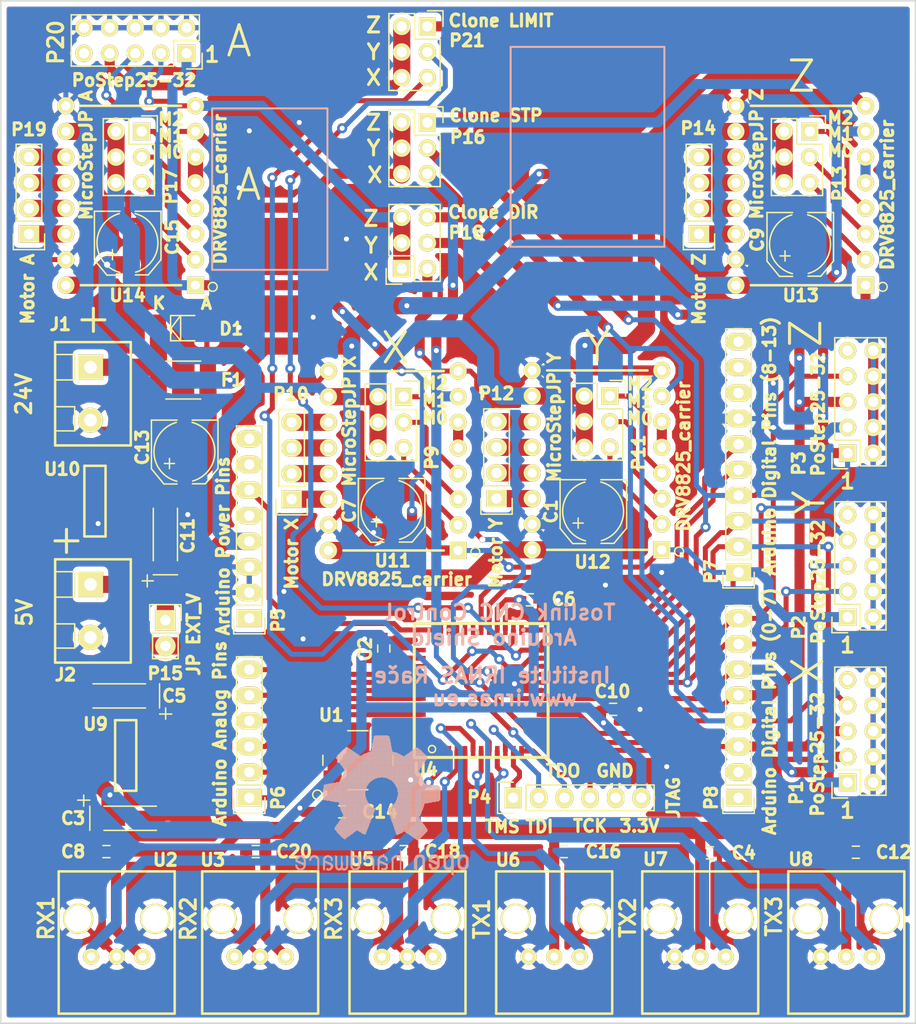
<source format=kicad_pcb>
(kicad_pcb (version 4) (host pcbnew 4.0.0-rc1-stable)
  (title_block (title "Toslink CNC Control Arduino Shield") (date 2015-10-15) (rev 1.0) (company "Institute IRNAS Rače"))
  (layers (0 F.Cu signal) (31 B.Cu signal) (34 B.Paste user) (35 F.Paste user) (36 B.SilkS user) (37 F.SilkS user) (38 B.Mask user) (39 F.Mask user) (44 Edge.Cuts user))
  (net 0 "")
  (net 1 EXT_V)
  (net 2 GND)
  (net 3 3.3V)
  (net 4 5V)
  (net 5 "Net-(C11-Pad1)")
  (net 6 D8)
  (net 7 D5)
  (net 8 D2)
  (net 9 D9)
  (net 10 "Net-(P1-Pad9)")
  (net 11 D6)
  (net 12 D3)
  (net 13 D10)
  (net 14 "Net-(P2-Pad9)")
  (net 15 D7)
  (net 16 D4)
  (net 17 D11)
  (net 18 "Net-(P3-Pad9)")
  (net 19 TMS)
  (net 20 TDI)
  (net 21 TDO)
  (net 22 TCK)
  (net 23 "Net-(P5-Pad1)")
  (net 24 "Net-(P5-Pad5)")
  (net 25 RESET)
  (net 26 "Net-(P5-Pad7)")
  (net 27 "Net-(P5-Pad8)")
  (net 28 A0)
  (net 29 A1)
  (net 30 A2)
  (net 31 A3)
  (net 32 A4)
  (net 33 A5)
  (net 34 D13)
  (net 35 D12)
  (net 36 "Net-(P10-Pad1)")
  (net 37 "Net-(P10-Pad2)")
  (net 38 "Net-(P10-Pad3)")
  (net 39 "Net-(P10-Pad4)")
  (net 40 "Net-(P12-Pad1)")
  (net 41 "Net-(P12-Pad2)")
  (net 42 "Net-(P12-Pad3)")
  (net 43 "Net-(P12-Pad4)")
  (net 44 "Net-(P14-Pad1)")
  (net 45 "Net-(P14-Pad2)")
  (net 46 "Net-(P14-Pad3)")
  (net 47 "Net-(P14-Pad4)")
  (net 48 CLK)
  (net 49 FIBER_RX1)
  (net 50 FIBER_RX2)
  (net 51 FIBER_RX3)
  (net 52 FIBER_TX1)
  (net 53 FIBER_TX2)
  (net 54 FIBER_TX3)
  (net 55 "Net-(U4-Pad36)")
  (net 56 "Net-(U4-Pad43)")
  (net 57 "Net-(U4-Pad44)")
  (net 58 "Net-(U11-Pad5)")
  (net 59 "Net-(U12-Pad5)")
  (net 60 "Net-(U13-Pad5)")
  (net 61 "Net-(P7-Pad8)")
  (net 62 "Net-(P7-Pad9)")
  (net 63 "Net-(P7-Pad10)")
  (net 64 "Net-(P8-Pad1)")
  (net 65 "Net-(P8-Pad2)")
  (net 66 "Net-(U4-Pad29)")
  (net 67 "Net-(U4-Pad30)")
  (net 68 "Net-(U4-Pad31)")
  (net 69 "Net-(U4-Pad32)")
  (net 70 "Net-(U4-Pad34)")
  (net 71 "Net-(P19-Pad1)")
  (net 72 "Net-(P19-Pad2)")
  (net 73 "Net-(P19-Pad3)")
  (net 74 "Net-(P19-Pad4)")
  (net 75 DIR_A)
  (net 76 STP_A)
  (net 77 "Net-(U14-Pad5)")
  (net 78 "Net-(P9-Pad1)")
  (net 79 "Net-(P9-Pad3)")
  (net 80 "Net-(P9-Pad5)")
  (net 81 "Net-(P11-Pad1)")
  (net 82 "Net-(P11-Pad3)")
  (net 83 "Net-(P11-Pad5)")
  (net 84 "Net-(P13-Pad1)")
  (net 85 "Net-(P13-Pad3)")
  (net 86 "Net-(P13-Pad5)")
  (net 87 "Net-(P17-Pad1)")
  (net 88 "Net-(P17-Pad3)")
  (net 89 "Net-(P17-Pad5)")
  (net 90 POWER)
  (net 91 LIMIT_A)
  (net 92 "Net-(P20-Pad9)")
  (module VQFP44:DRV8825_carrier (layer F.Cu) (at 183.769 58.42 180)
    (fp_text reference U13 (at 6.4135 -18.796 180) (layer F.SilkS) (effects (font (size 1.2 1.2) (thickness 0.3))))
    (fp_text value DRV8825_carrier (at -2.159 -8.8265 270) (layer F.SilkS) (effects (font (size 1.2 1.2) (thickness 0.3))))
    (pad 10 thru_hole circle (at 12.85 -2.54 180) (size 1.7 1.7) (drill 0.9) (layers *.Cu *.Mask F.SilkS) (net 4 5V))
    (pad 9 thru_hole circle (at 12.85 0 180) (size 1.7 1.7) (drill 0.9) (layers *.Cu *.Mask F.SilkS) (net 2 GND))
    (pad 11 thru_hole circle (at 12.85 -5.08 180) (size 1.7 1.7) (drill 0.9) (layers *.Cu *.Mask F.SilkS) (net 47 "Net-(P14-Pad4)"))
    (pad 12 thru_hole circle (at 12.85 -7.62 180) (size 1.7 1.7) (drill 0.9) (layers *.Cu *.Mask F.SilkS) (net 46 "Net-(P14-Pad3)"))
    (pad 13 thru_hole circle (at 12.85 -10.16 180) (size 1.7 1.7) (drill 0.9) (layers *.Cu *.Mask F.SilkS) (net 45 "Net-(P14-Pad2)"))
    (pad 14 thru_hole circle (at 12.85 -12.7 180) (size 1.7 1.7) (drill 0.9) (layers *.Cu *.Mask F.SilkS) (net 44 "Net-(P14-Pad1)"))
    (pad 15 thru_hole circle (at 12.85 -15.24 180) (size 1.7 1.7) (drill 0.9) (layers *.Cu *.Mask F.SilkS) (net 2 GND))
    (pad 16 thru_hole circle (at 12.85 -17.78 180) (size 1.7 1.7) (drill 0.9) (layers *.Cu *.Mask F.SilkS) (net 1 EXT_V))
    (pad 1 thru_hole rect (at 0 -17.78 180) (size 1.7 1.7) (drill 0.9) (layers *.Cu *.Mask F.SilkS) (net 6 D8))
    (pad 2 thru_hole circle (at 0 -15.24 180) (size 1.7 1.7) (drill 0.9) (layers *.Cu *.Mask F.SilkS) (net 86 "Net-(P13-Pad5)"))
    (pad 3 thru_hole circle (at 0 -12.7 180) (size 1.7 1.7) (drill 0.9) (layers *.Cu *.Mask F.SilkS) (net 85 "Net-(P13-Pad3)"))
    (pad 4 thru_hole circle (at 0 -10.16 180) (size 1.7 1.7) (drill 0.9) (layers *.Cu *.Mask F.SilkS) (net 84 "Net-(P13-Pad1)"))
    (pad 5 thru_hole circle (at 0 -7.62 180) (size 1.7 1.7) (drill 0.9) (layers *.Cu *.Mask F.SilkS) (net 60 "Net-(U13-Pad5)"))
    (pad 6 thru_hole circle (at 0 -5.08 180) (size 1.7 1.7) (drill 0.9) (layers *.Cu *.Mask F.SilkS) (net 60 "Net-(U13-Pad5)"))
    (pad 8 thru_hole circle (at 0 0 180) (size 1.7 1.7) (drill 0.9) (layers *.Cu *.Mask F.SilkS) (net 15 D7))
    (pad 7 thru_hole circle (at 0 -2.54 180) (size 1.7 1.7) (drill 0.9) (layers *.Cu *.Mask F.SilkS) (net 16 D4))
  )
  (module VQFP44:DRV8825_carrier (layer F.Cu) (at 143.383 84.709 180)
    (fp_text reference U11 (at 6.477 -18.796 180) (layer F.SilkS) (effects (font (size 1.2 1.2) (thickness 0.3))))
    (fp_text value DRV8825_carrier (at 6.096 -20.6375 180) (layer F.SilkS) (effects (font (size 1.2 1.2) (thickness 0.3))))
    (pad 10 thru_hole circle (at 12.85 -2.54 180) (size 1.7 1.7) (drill 0.9) (layers *.Cu *.Mask F.SilkS) (net 4 5V))
    (pad 9 thru_hole circle (at 12.85 0 180) (size 1.7 1.7) (drill 0.9) (layers *.Cu *.Mask F.SilkS) (net 2 GND))
    (pad 11 thru_hole circle (at 12.85 -5.08 180) (size 1.7 1.7) (drill 0.9) (layers *.Cu *.Mask F.SilkS) (net 39 "Net-(P10-Pad4)"))
    (pad 12 thru_hole circle (at 12.85 -7.62 180) (size 1.7 1.7) (drill 0.9) (layers *.Cu *.Mask F.SilkS) (net 38 "Net-(P10-Pad3)"))
    (pad 13 thru_hole circle (at 12.85 -10.16 180) (size 1.7 1.7) (drill 0.9) (layers *.Cu *.Mask F.SilkS) (net 37 "Net-(P10-Pad2)"))
    (pad 14 thru_hole circle (at 12.85 -12.7 180) (size 1.7 1.7) (drill 0.9) (layers *.Cu *.Mask F.SilkS) (net 36 "Net-(P10-Pad1)"))
    (pad 15 thru_hole circle (at 12.85 -15.24 180) (size 1.7 1.7) (drill 0.9) (layers *.Cu *.Mask F.SilkS) (net 2 GND))
    (pad 16 thru_hole circle (at 12.85 -17.78 180) (size 1.7 1.7) (drill 0.9) (layers *.Cu *.Mask F.SilkS) (net 1 EXT_V))
    (pad 1 thru_hole rect (at 0 -17.78 180) (size 1.7 1.7) (drill 0.9) (layers *.Cu *.Mask F.SilkS) (net 6 D8))
    (pad 2 thru_hole circle (at 0 -15.24 180) (size 1.7 1.7) (drill 0.9) (layers *.Cu *.Mask F.SilkS) (net 80 "Net-(P9-Pad5)"))
    (pad 3 thru_hole circle (at 0 -12.7 180) (size 1.7 1.7) (drill 0.9) (layers *.Cu *.Mask F.SilkS) (net 79 "Net-(P9-Pad3)"))
    (pad 4 thru_hole circle (at 0 -10.16 180) (size 1.7 1.7) (drill 0.9) (layers *.Cu *.Mask F.SilkS) (net 78 "Net-(P9-Pad1)"))
    (pad 5 thru_hole circle (at 0 -7.62 180) (size 1.7 1.7) (drill 0.9) (layers *.Cu *.Mask F.SilkS) (net 58 "Net-(U11-Pad5)"))
    (pad 6 thru_hole circle (at 0 -5.08 180) (size 1.7 1.7) (drill 0.9) (layers *.Cu *.Mask F.SilkS) (net 58 "Net-(U11-Pad5)"))
    (pad 8 thru_hole circle (at 0 0 180) (size 1.7 1.7) (drill 0.9) (layers *.Cu *.Mask F.SilkS) (net 7 D5))
    (pad 7 thru_hole circle (at 0 -2.54 180) (size 1.7 1.7) (drill 0.9) (layers *.Cu *.Mask F.SilkS) (net 8 D2))
  )
  (module VQFP44:DRV8825_carrier (layer F.Cu) (at 163.576 84.6455 180)
    (fp_text reference U12 (at 6.858 -18.9865 180) (layer F.SilkS) (effects (font (size 1.2 1.2) (thickness 0.3))))
    (fp_text value DRV8825_carrier (at -2.159 -8.509 270) (layer F.SilkS) (effects (font (size 1.2 1.2) (thickness 0.3))))
    (pad 10 thru_hole circle (at 12.85 -2.54 180) (size 1.7 1.7) (drill 0.9) (layers *.Cu *.Mask F.SilkS) (net 4 5V))
    (pad 9 thru_hole circle (at 12.85 0 180) (size 1.7 1.7) (drill 0.9) (layers *.Cu *.Mask F.SilkS) (net 2 GND))
    (pad 11 thru_hole circle (at 12.85 -5.08 180) (size 1.7 1.7) (drill 0.9) (layers *.Cu *.Mask F.SilkS) (net 43 "Net-(P12-Pad4)"))
    (pad 12 thru_hole circle (at 12.85 -7.62 180) (size 1.7 1.7) (drill 0.9) (layers *.Cu *.Mask F.SilkS) (net 42 "Net-(P12-Pad3)"))
    (pad 13 thru_hole circle (at 12.85 -10.16 180) (size 1.7 1.7) (drill 0.9) (layers *.Cu *.Mask F.SilkS) (net 41 "Net-(P12-Pad2)"))
    (pad 14 thru_hole circle (at 12.85 -12.7 180) (size 1.7 1.7) (drill 0.9) (layers *.Cu *.Mask F.SilkS) (net 40 "Net-(P12-Pad1)"))
    (pad 15 thru_hole circle (at 12.85 -15.24 180) (size 1.7 1.7) (drill 0.9) (layers *.Cu *.Mask F.SilkS) (net 2 GND))
    (pad 16 thru_hole circle (at 12.85 -17.78 180) (size 1.7 1.7) (drill 0.9) (layers *.Cu *.Mask F.SilkS) (net 1 EXT_V))
    (pad 1 thru_hole rect (at 0 -17.78 180) (size 1.7 1.7) (drill 0.9) (layers *.Cu *.Mask F.SilkS) (net 6 D8))
    (pad 2 thru_hole circle (at 0 -15.24 180) (size 1.7 1.7) (drill 0.9) (layers *.Cu *.Mask F.SilkS) (net 83 "Net-(P11-Pad5)"))
    (pad 3 thru_hole circle (at 0 -12.7 180) (size 1.7 1.7) (drill 0.9) (layers *.Cu *.Mask F.SilkS) (net 82 "Net-(P11-Pad3)"))
    (pad 4 thru_hole circle (at 0 -10.16 180) (size 1.7 1.7) (drill 0.9) (layers *.Cu *.Mask F.SilkS) (net 81 "Net-(P11-Pad1)"))
    (pad 5 thru_hole circle (at 0 -7.62 180) (size 1.7 1.7) (drill 0.9) (layers *.Cu *.Mask F.SilkS) (net 59 "Net-(U12-Pad5)"))
    (pad 6 thru_hole circle (at 0 -5.08 180) (size 1.7 1.7) (drill 0.9) (layers *.Cu *.Mask F.SilkS) (net 59 "Net-(U12-Pad5)"))
    (pad 8 thru_hole circle (at 0 0 180) (size 1.7 1.7) (drill 0.9) (layers *.Cu *.Mask F.SilkS) (net 11 D6))
    (pad 7 thru_hole circle (at 0 -2.54 180) (size 1.7 1.7) (drill 0.9) (layers *.Cu *.Mask F.SilkS) (net 12 D3))
  )
  (module VQFP44:DRV8825_carrier (layer F.Cu) (at 117.348 58.42 180)
    (fp_text reference U14 (at 6.731 -18.796 180) (layer F.SilkS) (effects (font (size 1.2 1.2) (thickness 0.3))))
    (fp_text value DRV8825_carrier (at -2.413 -8.255 270) (layer F.SilkS) (effects (font (size 1.2 1.2) (thickness 0.3))))
    (pad 10 thru_hole circle (at 12.85 -2.54 180) (size 1.7 1.7) (drill 0.9) (layers *.Cu *.Mask F.SilkS) (net 4 5V))
    (pad 9 thru_hole circle (at 12.85 0 180) (size 1.7 1.7) (drill 0.9) (layers *.Cu *.Mask F.SilkS) (net 2 GND))
    (pad 11 thru_hole circle (at 12.85 -5.08 180) (size 1.7 1.7) (drill 0.9) (layers *.Cu *.Mask F.SilkS) (net 74 "Net-(P19-Pad4)"))
    (pad 12 thru_hole circle (at 12.85 -7.62 180) (size 1.7 1.7) (drill 0.9) (layers *.Cu *.Mask F.SilkS) (net 73 "Net-(P19-Pad3)"))
    (pad 13 thru_hole circle (at 12.85 -10.16 180) (size 1.7 1.7) (drill 0.9) (layers *.Cu *.Mask F.SilkS) (net 72 "Net-(P19-Pad2)"))
    (pad 14 thru_hole circle (at 12.85 -12.7 180) (size 1.7 1.7) (drill 0.9) (layers *.Cu *.Mask F.SilkS) (net 71 "Net-(P19-Pad1)"))
    (pad 15 thru_hole circle (at 12.85 -15.24 180) (size 1.7 1.7) (drill 0.9) (layers *.Cu *.Mask F.SilkS) (net 2 GND))
    (pad 16 thru_hole circle (at 12.85 -17.78 180) (size 1.7 1.7) (drill 0.9) (layers *.Cu *.Mask F.SilkS) (net 1 EXT_V))
    (pad 1 thru_hole rect (at 0 -17.78 180) (size 1.7 1.7) (drill 0.9) (layers *.Cu *.Mask F.SilkS) (net 6 D8))
    (pad 2 thru_hole circle (at 0 -15.24 180) (size 1.7 1.7) (drill 0.9) (layers *.Cu *.Mask F.SilkS) (net 89 "Net-(P17-Pad5)"))
    (pad 3 thru_hole circle (at 0 -12.7 180) (size 1.7 1.7) (drill 0.9) (layers *.Cu *.Mask F.SilkS) (net 88 "Net-(P17-Pad3)"))
    (pad 4 thru_hole circle (at 0 -10.16 180) (size 1.7 1.7) (drill 0.9) (layers *.Cu *.Mask F.SilkS) (net 87 "Net-(P17-Pad1)"))
    (pad 5 thru_hole circle (at 0 -7.62 180) (size 1.7 1.7) (drill 0.9) (layers *.Cu *.Mask F.SilkS) (net 77 "Net-(U14-Pad5)"))
    (pad 6 thru_hole circle (at 0 -5.08 180) (size 1.7 1.7) (drill 0.9) (layers *.Cu *.Mask F.SilkS) (net 77 "Net-(U14-Pad5)"))
    (pad 8 thru_hole circle (at 0 0 180) (size 1.7 1.7) (drill 0.9) (layers *.Cu *.Mask F.SilkS) (net 75 DIR_A))
    (pad 7 thru_hole circle (at 0 -2.54 180) (size 1.7 1.7) (drill 0.9) (layers *.Cu *.Mask F.SilkS) (net 76 STP_A))
  )
  (module VQFP44:VQFP44 (layer F.Cu) (at 141.6685 122.3645)
    (fp_text reference U4 (at -1.524 1.8415) (layer F.SilkS) (effects (font (size 1.2 1.2) (thickness 0.3))))
    (fp_text value XC9572XL hide)
    (pad 1 smd rect (at 0 0) (size 0.44958 1) (layers F.Cu F.Paste F.Mask) (net 48 CLK))
    (pad 2 smd rect (at 0.79756 0) (size 0.44958 1) (layers F.Cu F.Paste F.Mask) (net 49 FIBER_RX1))
    (pad 3 smd rect (at 1.59766 0) (size 0.44958 1) (layers F.Cu F.Paste F.Mask) (net 50 FIBER_RX2))
    (pad 4 smd rect (at 2.39776 0) (size 0.44958 1) (layers F.Cu F.Paste F.Mask) (net 2 GND))
    (pad 5 smd rect (at 3.19786 0) (size 0.44958 1) (layers F.Cu F.Paste F.Mask) (net 51 FIBER_RX3))
    (pad 6 smd rect (at 3.99796 0) (size 0.44958 1) (layers F.Cu F.Paste F.Mask) (net 52 FIBER_TX1))
    (pad 7 smd rect (at 4.79806 0) (size 0.44958 1) (layers F.Cu F.Paste F.Mask) (net 53 FIBER_TX2))
    (pad 8 smd rect (at 5.59816 0) (size 0.44958 1) (layers F.Cu F.Paste F.Mask) (net 54 FIBER_TX3))
    (pad 9 smd rect (at 6.39826 0) (size 0.44958 1) (layers F.Cu F.Paste F.Mask) (net 20 TDI))
    (pad 10 smd rect (at 7.19836 0) (size 0.44958 1) (layers F.Cu F.Paste F.Mask) (net 19 TMS))
    (pad 11 smd rect (at 7.99846 0) (size 0.44958 1) (layers F.Cu F.Paste F.Mask) (net 22 TCK))
    (pad 12 smd rect (at 9.99998 -1.99898 270) (size 0.44958 1) (layers F.Cu F.Paste F.Mask) (net 8 D2))
    (pad 13 smd rect (at 9.99998 -2.79908 270) (size 0.44958 1) (layers F.Cu F.Paste F.Mask) (net 12 D3))
    (pad 14 smd rect (at 9.99998 -3.59918 270) (size 0.44958 1) (layers F.Cu F.Paste F.Mask) (net 16 D4))
    (pad 15 smd rect (at 9.99998 -4.39928 270) (size 0.44958 1) (layers F.Cu F.Paste F.Mask) (net 3 3.3V))
    (pad 16 smd rect (at 9.99998 -5.19938 270) (size 0.44958 1) (layers F.Cu F.Paste F.Mask) (net 7 D5))
    (pad 17 smd rect (at 9.99998 -5.99948 270) (size 0.44958 1) (layers F.Cu F.Paste F.Mask) (net 2 GND))
    (pad 18 smd rect (at 9.99998 -6.79958 270) (size 0.44958 1) (layers F.Cu F.Paste F.Mask) (net 11 D6))
    (pad 19 smd rect (at 9.99998 -7.59968 270) (size 0.44958 1) (layers F.Cu F.Paste F.Mask) (net 15 D7))
    (pad 20 smd rect (at 9.99998 -8.39978 270) (size 0.44958 1) (layers F.Cu F.Paste F.Mask) (net 6 D8))
    (pad 21 smd rect (at 9.99998 -9.19988 270) (size 0.44958 1) (layers F.Cu F.Paste F.Mask) (net 9 D9))
    (pad 22 smd rect (at 9.99998 -9.99998 270) (size 0.44958 1) (layers F.Cu F.Paste F.Mask) (net 13 D10))
    (pad 23 smd rect (at 7.99846 -11.99896 180) (size 0.44958 1) (layers F.Cu F.Paste F.Mask) (net 17 D11))
    (pad 24 smd rect (at 7.19836 -11.99896 180) (size 0.44958 1) (layers F.Cu F.Paste F.Mask) (net 21 TDO))
    (pad 25 smd rect (at 6.39826 -11.99896 180) (size 0.44958 1) (layers F.Cu F.Paste F.Mask) (net 2 GND))
    (pad 26 smd rect (at 5.59816 -11.99896 180) (size 0.44958 1) (layers F.Cu F.Paste F.Mask) (net 3 3.3V))
    (pad 27 smd rect (at 4.79806 -11.99896 180) (size 0.44958 1) (layers F.Cu F.Paste F.Mask) (net 35 D12))
    (pad 28 smd rect (at 3.99796 -11.99896 180) (size 0.44958 1) (layers F.Cu F.Paste F.Mask) (net 34 D13))
    (pad 29 smd rect (at 3.19786 -11.99896 180) (size 0.44958 1) (layers F.Cu F.Paste F.Mask) (net 66 "Net-(U4-Pad29)"))
    (pad 30 smd rect (at 2.39776 -11.99896 180) (size 0.44958 1) (layers F.Cu F.Paste F.Mask) (net 67 "Net-(U4-Pad30)"))
    (pad 31 smd rect (at 1.59766 -11.99896 180) (size 0.44958 1) (layers F.Cu F.Paste F.Mask) (net 68 "Net-(U4-Pad31)"))
    (pad 32 smd rect (at 0.79756 -11.99896 180) (size 0.44958 1) (layers F.Cu F.Paste F.Mask) (net 69 "Net-(U4-Pad32)"))
    (pad 33 smd rect (at 0 -11.99896 180) (size 0.44958 1) (layers F.Cu F.Paste F.Mask) (net 25 RESET))
    (pad 34 smd rect (at -1.99898 -9.99998 90) (size 0.44958 1) (layers F.Cu F.Paste F.Mask) (net 70 "Net-(U4-Pad34)"))
    (pad 35 smd rect (at -1.99898 -9.19988 90) (size 0.44958 1) (layers F.Cu F.Paste F.Mask) (net 3 3.3V))
    (pad 36 smd rect (at -1.99898 -8.39978 90) (size 0.44958 1) (layers F.Cu F.Paste F.Mask) (net 55 "Net-(U4-Pad36)"))
    (pad 37 smd rect (at -1.99898 -7.59968 90) (size 0.44958 1) (layers F.Cu F.Paste F.Mask) (net 33 A5))
    (pad 38 smd rect (at -1.99898 -6.79958 90) (size 0.44958 1) (layers F.Cu F.Paste F.Mask) (net 32 A4))
    (pad 39 smd rect (at -1.99898 -5.99948 90) (size 0.44958 1) (layers F.Cu F.Paste F.Mask) (net 31 A3))
    (pad 40 smd rect (at -1.99898 -5.19938 90) (size 0.44958 1) (layers F.Cu F.Paste F.Mask) (net 30 A2))
    (pad 41 smd rect (at -1.99898 -4.39928 90) (size 0.44958 1) (layers F.Cu F.Paste F.Mask) (net 29 A1))
    (pad 42 smd rect (at -1.99898 -3.59918 90) (size 0.44958 1) (layers F.Cu F.Paste F.Mask) (net 28 A0))
    (pad 43 smd rect (at -1.99898 -2.79908 90) (size 0.44958 1) (layers F.Cu F.Paste F.Mask) (net 56 "Net-(U4-Pad43)"))
    (pad 44 smd rect (at -1.99898 -1.99898 90) (size 0.44958 1) (layers F.Cu F.Paste F.Mask) (net 57 "Net-(U4-Pad44)"))
  )
  (module Socket_Strips:Socket_Strip_Straight_2x05 (layer F.Cu) (at 116.459 53.213 180)
    (fp_text reference P20 (at 12.954 1.0795 270) (layer F.SilkS) (effects (font (size 1.5 1.5) (thickness 0.3))))
    (fp_text value PoStep25-32 (at 5.207 -2.667 180) (layer F.SilkS) (effects (font (size 1.2 1.2) (thickness 0.3))))
    (pad 1 thru_hole rect (at 0 0 180) (size 1.7272 1.7272) (drill 1.016) (layers *.Cu *.Mask F.SilkS) (net 6 D8))
    (pad 2 thru_hole oval (at 0 2.54 180) (size 1.7272 1.7272) (drill 1.016) (layers *.Cu *.Mask F.SilkS) (net 2 GND))
    (pad 3 thru_hole oval (at 2.54 0 180) (size 1.7272 1.7272) (drill 1.016) (layers *.Cu *.Mask F.SilkS) (net 75 DIR_A))
    (pad 4 thru_hole oval (at 2.54 2.54 180) (size 1.7272 1.7272) (drill 1.016) (layers *.Cu *.Mask F.SilkS) (net 2 GND))
    (pad 5 thru_hole oval (at 5.08 0 180) (size 1.7272 1.7272) (drill 1.016) (layers *.Cu *.Mask F.SilkS) (net 76 STP_A))
    (pad 6 thru_hole oval (at 5.08 2.54 180) (size 1.7272 1.7272) (drill 1.016) (layers *.Cu *.Mask F.SilkS) (net 2 GND))
    (pad 7 thru_hole oval (at 7.62 0 180) (size 1.7272 1.7272) (drill 1.016) (layers *.Cu *.Mask F.SilkS) (net 91 LIMIT_A))
    (pad 8 thru_hole oval (at 7.62 2.54 180) (size 1.7272 1.7272) (drill 1.016) (layers *.Cu *.Mask F.SilkS) (net 2 GND))
    (pad 9 thru_hole oval (at 10.16 0 180) (size 1.7272 1.7272) (drill 1.016) (layers *.Cu *.Mask F.SilkS) (net 92 "Net-(P20-Pad9)"))
    (pad 10 thru_hole oval (at 10.16 2.54 180) (size 1.7272 1.7272) (drill 1.016) (layers *.Cu *.Mask F.SilkS) (net 2 GND))
  )
  (module Socket_Strips:Socket_Strip_Straight_2x03 (layer F.Cu) (at 140.335 50.546 270)
    (fp_text reference P21 (at 1.397 -3.937 360) (layer F.SilkS) (effects (font (size 1.2 1.2) (thickness 0.3))))
    (fp_text value "Clone LIMIT" (at -0.5715 -7.3025 540) (layer F.SilkS) (effects (font (size 1.2 1.2) (thickness 0.3))))
    (pad 1 thru_hole rect (at 0 0 270) (size 1.7272 1.7272) (drill 1.016) (layers *.Cu *.Mask F.SilkS) (net 17 D11))
    (pad 2 thru_hole oval (at 0 2.54 270) (size 1.7272 1.7272) (drill 1.016) (layers *.Cu *.Mask F.SilkS) (net 91 LIMIT_A))
    (pad 3 thru_hole oval (at 2.54 0 270) (size 1.7272 1.7272) (drill 1.016) (layers *.Cu *.Mask F.SilkS) (net 13 D10))
    (pad 4 thru_hole oval (at 2.54 2.54 270) (size 1.7272 1.7272) (drill 1.016) (layers *.Cu *.Mask F.SilkS) (net 91 LIMIT_A))
    (pad 5 thru_hole oval (at 5.08 0 270) (size 1.7272 1.7272) (drill 1.016) (layers *.Cu *.Mask F.SilkS) (net 9 D9))
    (pad 6 thru_hole oval (at 5.08 2.54 270) (size 1.7272 1.7272) (drill 1.016) (layers *.Cu *.Mask F.SilkS) (net 91 LIMIT_A))
  )
  (module VQFP44:smd_can_electrolytic_capacitor (layer F.Cu) (at 156.7815 100.7745)
    (fp_text reference C1 (at -4.191 -2.159 90) (layer F.SilkS) (effects (font (size 1.2 1.2) (thickness 0.3))))
    (fp_text value 100uF hide)
    (pad 2 smd rect (at 0 -4.4) (size 0.7 2.7) (layers F.Cu F.Paste F.Mask) (net 2 GND))
    (pad 1 smd rect (at 0 0) (size 0.7 2.7) (layers F.Cu F.Paste F.Mask) (net 1 EXT_V))
  )
  (module Socket_Strips:Socket_Strip_Straight_2x03 (layer F.Cu) (at 158.4325 87.1855 270)
    (fp_text reference P11 (at 5.588 -2.8575 270) (layer F.SilkS) (effects (font (size 1.2 1.2) (thickness 0.3))))
    (fp_text value "MicroStepJP Y" (at 2.0955 5.5245 270) (layer F.SilkS) (effects (font (size 1.2 1.2) (thickness 0.3))))
    (pad 1 thru_hole rect (at 0 0 270) (size 1.7272 1.7272) (drill 1.016) (layers *.Cu *.Mask F.SilkS) (net 81 "Net-(P11-Pad1)"))
    (pad 2 thru_hole oval (at 0 2.54 270) (size 1.7272 1.7272) (drill 1.016) (layers *.Cu *.Mask F.SilkS) (net 4 5V))
    (pad 3 thru_hole oval (at 2.54 0 270) (size 1.7272 1.7272) (drill 1.016) (layers *.Cu *.Mask F.SilkS) (net 82 "Net-(P11-Pad3)"))
    (pad 4 thru_hole oval (at 2.54 2.54 270) (size 1.7272 1.7272) (drill 1.016) (layers *.Cu *.Mask F.SilkS) (net 4 5V))
    (pad 5 thru_hole oval (at 5.08 0 270) (size 1.7272 1.7272) (drill 1.016) (layers *.Cu *.Mask F.SilkS) (net 83 "Net-(P11-Pad5)"))
    (pad 6 thru_hole oval (at 5.08 2.54 270) (size 1.7272 1.7272) (drill 1.016) (layers *.Cu *.Mask F.SilkS) (net 4 5V))
  )
  (module Socket_Strips:Socket_Strip_Straight_1x04 (layer F.Cu) (at 147.193 97.3455 90)
    (fp_text reference P12 (at 10.414 0 180) (layer F.SilkS) (effects (font (size 1.2 1.2) (thickness 0.3))))
    (fp_text value "Motor Y" (at -5.3975 -0.0635 90) (layer F.SilkS) (effects (font (size 1.2 1.2) (thickness 0.3))))
    (pad 1 thru_hole rect (at 0 0 90) (size 1.7272 2.032) (drill 1.016) (layers *.Cu *.Mask F.SilkS) (net 40 "Net-(P12-Pad1)"))
    (pad 2 thru_hole oval (at 2.54 0 90) (size 1.7272 2.032) (drill 1.016) (layers *.Cu *.Mask F.SilkS) (net 41 "Net-(P12-Pad2)"))
    (pad 3 thru_hole oval (at 5.08 0 90) (size 1.7272 2.032) (drill 1.016) (layers *.Cu *.Mask F.SilkS) (net 42 "Net-(P12-Pad3)"))
    (pad 4 thru_hole oval (at 7.62 0 90) (size 1.7272 2.032) (drill 1.016) (layers *.Cu *.Mask F.SilkS) (net 43 "Net-(P12-Pad4)"))
  )
  (module VQFP44:smd_can_electrolytic_capacitor (layer F.Cu) (at 136.779 100.6475)
    (fp_text reference C7 (at -4.191 -2.0955 90) (layer F.SilkS) (effects (font (size 1.2 1.2) (thickness 0.3))))
    (fp_text value 100uF hide)
    (pad 2 smd rect (at 0 -4.4) (size 0.7 2.7) (layers F.Cu F.Paste F.Mask) (net 2 GND))
    (pad 1 smd rect (at 0 0) (size 0.7 2.7) (layers F.Cu F.Paste F.Mask) (net 1 EXT_V))
  )
  (module Socket_Strips:Socket_Strip_Straight_2x03 (layer F.Cu) (at 137.9855 87.249 270)
    (fp_text reference P9 (at 6.0325 -2.794 270) (layer F.SilkS) (effects (font (size 1.2 1.2) (thickness 0.3))))
    (fp_text value "MicroStepJP X" (at 2.413 5.3975 270) (layer F.SilkS) (effects (font (size 1.2 1.2) (thickness 0.3))))
    (pad 1 thru_hole rect (at 0 0 270) (size 1.7272 1.7272) (drill 1.016) (layers *.Cu *.Mask F.SilkS) (net 78 "Net-(P9-Pad1)"))
    (pad 2 thru_hole oval (at 0 2.54 270) (size 1.7272 1.7272) (drill 1.016) (layers *.Cu *.Mask F.SilkS) (net 4 5V))
    (pad 3 thru_hole oval (at 2.54 0 270) (size 1.7272 1.7272) (drill 1.016) (layers *.Cu *.Mask F.SilkS) (net 79 "Net-(P9-Pad3)"))
    (pad 4 thru_hole oval (at 2.54 2.54 270) (size 1.7272 1.7272) (drill 1.016) (layers *.Cu *.Mask F.SilkS) (net 4 5V))
    (pad 5 thru_hole oval (at 5.08 0 270) (size 1.7272 1.7272) (drill 1.016) (layers *.Cu *.Mask F.SilkS) (net 80 "Net-(P9-Pad5)"))
    (pad 6 thru_hole oval (at 5.08 2.54 270) (size 1.7272 1.7272) (drill 1.016) (layers *.Cu *.Mask F.SilkS) (net 4 5V))
  )
  (module Socket_Strips:Socket_Strip_Straight_1x04 (layer F.Cu) (at 126.873 97.409 90)
    (fp_text reference P10 (at 10.414 -0.0635 180) (layer F.SilkS) (effects (font (size 1.2 1.2) (thickness 0.3))))
    (fp_text value "Motor X" (at -5.3975 0 90) (layer F.SilkS) (effects (font (size 1.2 1.2) (thickness 0.3))))
    (pad 1 thru_hole rect (at 0 0 90) (size 1.7272 2.032) (drill 1.016) (layers *.Cu *.Mask F.SilkS) (net 36 "Net-(P10-Pad1)"))
    (pad 2 thru_hole oval (at 2.54 0 90) (size 1.7272 2.032) (drill 1.016) (layers *.Cu *.Mask F.SilkS) (net 37 "Net-(P10-Pad2)"))
    (pad 3 thru_hole oval (at 5.08 0 90) (size 1.7272 2.032) (drill 1.016) (layers *.Cu *.Mask F.SilkS) (net 38 "Net-(P10-Pad3)"))
    (pad 4 thru_hole oval (at 7.62 0 90) (size 1.7272 2.032) (drill 1.016) (layers *.Cu *.Mask F.SilkS) (net 39 "Net-(P10-Pad4)"))
  )
  (module Socket_Strips:Socket_Strip_Straight_1x04 (layer F.Cu) (at 167.259 71.12 90)
    (fp_text reference P14 (at 10.4775 -0.0635 180) (layer F.SilkS) (effects (font (size 1.2 1.2) (thickness 0.3))))
    (fp_text value "Motor Z" (at -5.461 0 90) (layer F.SilkS) (effects (font (size 1.2 1.2) (thickness 0.3))))
    (pad 1 thru_hole rect (at 0 0 90) (size 1.7272 2.032) (drill 1.016) (layers *.Cu *.Mask F.SilkS) (net 44 "Net-(P14-Pad1)"))
    (pad 2 thru_hole oval (at 2.54 0 90) (size 1.7272 2.032) (drill 1.016) (layers *.Cu *.Mask F.SilkS) (net 45 "Net-(P14-Pad2)"))
    (pad 3 thru_hole oval (at 5.08 0 90) (size 1.7272 2.032) (drill 1.016) (layers *.Cu *.Mask F.SilkS) (net 46 "Net-(P14-Pad3)"))
    (pad 4 thru_hole oval (at 7.62 0 90) (size 1.7272 2.032) (drill 1.016) (layers *.Cu *.Mask F.SilkS) (net 47 "Net-(P14-Pad4)"))
  )
  (module Socket_Strips:Socket_Strip_Straight_2x03 (layer F.Cu) (at 178.2445 60.96 270)
    (fp_text reference P13 (at 5.1435 -2.921 270) (layer F.SilkS) (effects (font (size 1.2 1.2) (thickness 0.3))))
    (fp_text value "MicroStepJP Z" (at 2.2225 5.2705 270) (layer F.SilkS) (effects (font (size 1.2 1.2) (thickness 0.3))))
    (pad 1 thru_hole rect (at 0 0 270) (size 1.7272 1.7272) (drill 1.016) (layers *.Cu *.Mask F.SilkS) (net 84 "Net-(P13-Pad1)"))
    (pad 2 thru_hole oval (at 0 2.54 270) (size 1.7272 1.7272) (drill 1.016) (layers *.Cu *.Mask F.SilkS) (net 4 5V))
    (pad 3 thru_hole oval (at 2.54 0 270) (size 1.7272 1.7272) (drill 1.016) (layers *.Cu *.Mask F.SilkS) (net 85 "Net-(P13-Pad3)"))
    (pad 4 thru_hole oval (at 2.54 2.54 270) (size 1.7272 1.7272) (drill 1.016) (layers *.Cu *.Mask F.SilkS) (net 4 5V))
    (pad 5 thru_hole oval (at 5.08 0 270) (size 1.7272 1.7272) (drill 1.016) (layers *.Cu *.Mask F.SilkS) (net 86 "Net-(P13-Pad5)"))
    (pad 6 thru_hole oval (at 5.08 2.54 270) (size 1.7272 1.7272) (drill 1.016) (layers *.Cu *.Mask F.SilkS) (net 4 5V))
  )
  (module VQFP44:smd_can_electrolytic_capacitor (layer F.Cu) (at 177.292 74.295)
    (fp_text reference C9 (at -4.2545 -2.6035 90) (layer F.SilkS) (effects (font (size 1.2 1.2) (thickness 0.3))))
    (fp_text value 100uF hide)
    (pad 2 smd rect (at 0 -4.4) (size 0.7 2.7) (layers F.Cu F.Paste F.Mask) (net 2 GND))
    (pad 1 smd rect (at 0 0) (size 0.7 2.7) (layers F.Cu F.Paste F.Mask) (net 1 EXT_V))
  )
  (module VQFP44:smd_can_electrolytic_capacitor (layer F.Cu) (at 110.617 74.168)
    (fp_text reference C15 (at 4.445 -2.7305 90) (layer F.SilkS) (effects (font (size 1.2 1.2) (thickness 0.3))))
    (fp_text value 100uF hide)
    (pad 2 smd rect (at 0 -4.4) (size 0.7 2.7) (layers F.Cu F.Paste F.Mask) (net 2 GND))
    (pad 1 smd rect (at 0 0) (size 0.7 2.7) (layers F.Cu F.Paste F.Mask) (net 1 EXT_V))
  )
  (module Socket_Strips:Socket_Strip_Straight_2x03 (layer F.Cu) (at 112.014 60.96 270)
    (fp_text reference P17 (at 5.461 -2.8575 270) (layer F.SilkS) (effects (font (size 1.2 1.2) (thickness 0.3))))
    (fp_text value "MicroStepJP A" (at 2.3495 5.5245 270) (layer F.SilkS) (effects (font (size 1.2 1.2) (thickness 0.3))))
    (pad 1 thru_hole rect (at 0 0 270) (size 1.7272 1.7272) (drill 1.016) (layers *.Cu *.Mask F.SilkS) (net 87 "Net-(P17-Pad1)"))
    (pad 2 thru_hole oval (at 0 2.54 270) (size 1.7272 1.7272) (drill 1.016) (layers *.Cu *.Mask F.SilkS) (net 4 5V))
    (pad 3 thru_hole oval (at 2.54 0 270) (size 1.7272 1.7272) (drill 1.016) (layers *.Cu *.Mask F.SilkS) (net 88 "Net-(P17-Pad3)"))
    (pad 4 thru_hole oval (at 2.54 2.54 270) (size 1.7272 1.7272) (drill 1.016) (layers *.Cu *.Mask F.SilkS) (net 4 5V))
    (pad 5 thru_hole oval (at 5.08 0 270) (size 1.7272 1.7272) (drill 1.016) (layers *.Cu *.Mask F.SilkS) (net 89 "Net-(P17-Pad5)"))
    (pad 6 thru_hole oval (at 5.08 2.54 270) (size 1.7272 1.7272) (drill 1.016) (layers *.Cu *.Mask F.SilkS) (net 4 5V))
  )
  (module Socket_Strips:Socket_Strip_Straight_1x04 (layer F.Cu) (at 100.838 71.12 90)
    (fp_text reference P19 (at 10.3505 0 180) (layer F.SilkS) (effects (font (size 1.2 1.2) (thickness 0.3))))
    (fp_text value "Motor A" (at -5.461 -0.127 90) (layer F.SilkS) (effects (font (size 1.2 1.2) (thickness 0.3))))
    (pad 1 thru_hole rect (at 0 0 90) (size 1.7272 2.032) (drill 1.016) (layers *.Cu *.Mask F.SilkS) (net 71 "Net-(P19-Pad1)"))
    (pad 2 thru_hole oval (at 2.54 0 90) (size 1.7272 2.032) (drill 1.016) (layers *.Cu *.Mask F.SilkS) (net 72 "Net-(P19-Pad2)"))
    (pad 3 thru_hole oval (at 5.08 0 90) (size 1.7272 2.032) (drill 1.016) (layers *.Cu *.Mask F.SilkS) (net 73 "Net-(P19-Pad3)"))
    (pad 4 thru_hole oval (at 7.62 0 90) (size 1.7272 2.032) (drill 1.016) (layers *.Cu *.Mask F.SilkS) (net 74 "Net-(P19-Pad4)"))
  )
  (module Socket_Strips:Socket_Strip_Straight_2x03 (layer F.Cu) (at 137.795 74.549 90)
    (fp_text reference P18 (at 3.556 6.4135 180) (layer F.SilkS) (effects (font (size 1.2 1.2) (thickness 0.3))))
    (fp_text value "Clone DIR" (at 5.588 9.0805 180) (layer F.SilkS) (effects (font (size 1.2 1.2) (thickness 0.3))))
    (pad 1 thru_hole rect (at 0 0 90) (size 1.7272 1.7272) (drill 1.016) (layers *.Cu *.Mask F.SilkS) (net 75 DIR_A))
    (pad 2 thru_hole oval (at 0 2.54 90) (size 1.7272 1.7272) (drill 1.016) (layers *.Cu *.Mask F.SilkS) (net 7 D5))
    (pad 3 thru_hole oval (at 2.54 0 90) (size 1.7272 1.7272) (drill 1.016) (layers *.Cu *.Mask F.SilkS) (net 75 DIR_A))
    (pad 4 thru_hole oval (at 2.54 2.54 90) (size 1.7272 1.7272) (drill 1.016) (layers *.Cu *.Mask F.SilkS) (net 11 D6))
    (pad 5 thru_hole oval (at 5.08 0 90) (size 1.7272 1.7272) (drill 1.016) (layers *.Cu *.Mask F.SilkS) (net 75 DIR_A))
    (pad 6 thru_hole oval (at 5.08 2.54 90) (size 1.7272 1.7272) (drill 1.016) (layers *.Cu *.Mask F.SilkS) (net 15 D7))
  )
  (module Socket_Strips:Socket_Strip_Straight_2x03 (layer F.Cu) (at 140.335 60.071 270)
    (fp_text reference P16 (at 1.4605 -4.0005 360) (layer F.SilkS) (effects (font (size 1.2 1.2) (thickness 0.3))))
    (fp_text value "Clone STP" (at -0.6985 -6.7945 360) (layer F.SilkS) (effects (font (size 1.2 1.2) (thickness 0.3))))
    (pad 1 thru_hole rect (at 0 0 270) (size 1.7272 1.7272) (drill 1.016) (layers *.Cu *.Mask F.SilkS) (net 16 D4))
    (pad 2 thru_hole oval (at 0 2.54 270) (size 1.7272 1.7272) (drill 1.016) (layers *.Cu *.Mask F.SilkS) (net 76 STP_A))
    (pad 3 thru_hole oval (at 2.54 0 270) (size 1.7272 1.7272) (drill 1.016) (layers *.Cu *.Mask F.SilkS) (net 12 D3))
    (pad 4 thru_hole oval (at 2.54 2.54 270) (size 1.7272 1.7272) (drill 1.016) (layers *.Cu *.Mask F.SilkS) (net 76 STP_A))
    (pad 5 thru_hole oval (at 5.08 0 270) (size 1.7272 1.7272) (drill 1.016) (layers *.Cu *.Mask F.SilkS) (net 8 D2))
    (pad 6 thru_hole oval (at 5.08 2.54 270) (size 1.7272 1.7272) (drill 1.016) (layers *.Cu *.Mask F.SilkS) (net 76 STP_A))
  )
  (module Capacitors_SMD:C_0603_HandSoldering (layer F.Cu) (at 136.017 112.2045 90)
    (fp_text reference C2 (at -0.0635 -1.8415 90) (layer F.SilkS) (effects (font (size 1.2 1.2) (thickness 0.3))))
    (fp_text value 0,1uF hide)
    (pad 1 smd rect (at -0.95 0 90) (size 1.2 0.75) (layers F.Cu F.Paste F.Mask) (net 3 3.3V))
    (pad 2 smd rect (at 0.95 0 90) (size 1.2 0.75) (layers F.Cu F.Paste F.Mask) (net 2 GND))
  )
  (module Capacitors_SMD:C_0603_HandSoldering (layer F.Cu) (at 168.3385 132.461)
    (fp_text reference C4 (at 3.3655 0) (layer F.SilkS) (effects (font (size 1.2 1.2) (thickness 0.3))))
    (fp_text value 0,1uF hide)
    (pad 1 smd rect (at -0.95 0) (size 1.2 0.75) (layers F.Cu F.Paste F.Mask) (net 4 5V))
    (pad 2 smd rect (at 0.95 0) (size 1.2 0.75) (layers F.Cu F.Paste F.Mask) (net 2 GND))
  )
  (module Capacitors_SMD:C_0603_HandSoldering (layer F.Cu) (at 150.495 107.3785)
    (fp_text reference C6 (at 3.3655 -0.0635) (layer F.SilkS) (effects (font (size 1.2 1.2) (thickness 0.3))))
    (fp_text value 0,1uF hide)
    (pad 1 smd rect (at -0.95 0) (size 1.2 0.75) (layers F.Cu F.Paste F.Mask) (net 3 3.3V))
    (pad 2 smd rect (at 0.95 0) (size 1.2 0.75) (layers F.Cu F.Paste F.Mask) (net 2 GND))
  )
  (module Capacitors_SMD:C_0603_HandSoldering (layer F.Cu) (at 158.75 118.237)
    (fp_text reference C10 (at -0.0635 -1.778) (layer F.SilkS) (effects (font (size 1.2 1.2) (thickness 0.3))))
    (fp_text value 0,1uF hide)
    (pad 1 smd rect (at -0.95 0) (size 1.2 0.75) (layers F.Cu F.Paste F.Mask) (net 3 3.3V))
    (pad 2 smd rect (at 0.95 0) (size 1.2 0.75) (layers F.Cu F.Paste F.Mask) (net 2 GND))
  )
  (module Capacitors_SMD:C_0603_HandSoldering (layer F.Cu) (at 182.8165 132.3975)
    (fp_text reference C12 (at 3.7465 0) (layer F.SilkS) (effects (font (size 1.2 1.2) (thickness 0.3))))
    (fp_text value 0,1uF hide)
    (pad 1 smd rect (at -0.95 0) (size 1.2 0.75) (layers F.Cu F.Paste F.Mask) (net 4 5V))
    (pad 2 smd rect (at 0.95 0) (size 1.2 0.75) (layers F.Cu F.Paste F.Mask) (net 2 GND))
  )
  (module Capacitors_SMD:C_0603_HandSoldering (layer F.Cu) (at 131.8895 128.397)
    (fp_text reference C14 (at 3.7465 0) (layer F.SilkS) (effects (font (size 1.2 1.2) (thickness 0.3))))
    (fp_text value 0,1uF hide)
    (pad 1 smd rect (at -0.95 0) (size 1.2 0.75) (layers F.Cu F.Paste F.Mask) (net 3 3.3V))
    (pad 2 smd rect (at 0.95 0) (size 1.2 0.75) (layers F.Cu F.Paste F.Mask) (net 2 GND))
  )
  (module Capacitors_SMD:C_0603_HandSoldering (layer F.Cu) (at 153.8605 132.334)
    (fp_text reference C16 (at 3.937 0) (layer F.SilkS) (effects (font (size 1.2 1.2) (thickness 0.3))))
    (fp_text value 0,1uF hide)
    (pad 1 smd rect (at -0.95 0) (size 1.2 0.75) (layers F.Cu F.Paste F.Mask) (net 4 5V))
    (pad 2 smd rect (at 0.95 0) (size 1.2 0.75) (layers F.Cu F.Paste F.Mask) (net 2 GND))
  )
  (module Capacitors_SMD:C_0603_HandSoldering (layer F.Cu) (at 137.9855 132.334 180)
    (fp_text reference C18 (at -3.8735 0 180) (layer F.SilkS) (effects (font (size 1.2 1.2) (thickness 0.3))))
    (fp_text value 0,1uF hide)
    (pad 1 smd rect (at -0.95 0 180) (size 1.2 0.75) (layers F.Cu F.Paste F.Mask) (net 4 5V))
    (pad 2 smd rect (at 0.95 0 180) (size 1.2 0.75) (layers F.Cu F.Paste F.Mask) (net 2 GND))
  )
  (module Capacitors_SMD:C_0603_HandSoldering (layer F.Cu) (at 123.317 132.334 180)
    (fp_text reference C20 (at -3.81 0 180) (layer F.SilkS) (effects (font (size 1.2 1.2) (thickness 0.3))))
    (fp_text value 0,1uF hide)
    (pad 1 smd rect (at -0.95 0 180) (size 1.2 0.75) (layers F.Cu F.Paste F.Mask) (net 4 5V))
    (pad 2 smd rect (at 0.95 0 180) (size 1.2 0.75) (layers F.Cu F.Paste F.Mask) (net 2 GND))
  )
  (module Diodes_SMD:MELF_Standard (layer F.Cu) (at 116.078 80.4545)
    (fp_text reference D1 (at 4.826 0.0635) (layer F.SilkS) (effects (font (size 1.2 1.2) (thickness 0.3))))
    (fp_text value "ZENER 24V" hide)
    (fp_text user K (at -2.3495 -2.4765) (layer F.SilkS) (effects (font (size 1.2 1.2) (thickness 0.3))))
    (fp_text user A (at 2.3495 -2.4765) (layer F.SilkS) (effects (font (size 1.2 1.2) (thickness 0.3))))
    (pad 1 smd rect (at -2.4003 0) (size 1.50114 2.70002) (layers F.Cu F.Paste F.Mask) (net 90 POWER))
    (pad 2 smd rect (at 2.4003 0) (size 1.50114 2.70002) (layers F.Cu F.Paste F.Mask) (net 2 GND))
  )
  (module Resistors_SMD:R_1812 (layer F.Cu) (at 116.1415 85.598 180)
    (fp_text reference F1 (at -4.826 0 180) (layer F.SilkS) (effects (font (size 1.2 1.2) (thickness 0.3))))
    (fp_text value FUSE hide)
    (pad 1 smd rect (at -2.4384 0 180) (size 1.6 3.5) (layers F.Cu F.Paste F.Mask) (net 1 EXT_V))
    (pad 2 smd rect (at 2.4384 0 180) (size 1.6 3.5) (layers F.Cu F.Paste F.Mask) (net 90 POWER))
  )
  (module VQFP44:terminal_block (layer F.Cu) (at 106.934 84.328 270)
    (fp_text reference J1 (at -4.2545 2.9845 360) (layer F.SilkS) (effects (font (size 1.2 1.2) (thickness 0.3))))
    (fp_text value term_block hide)
    (fp_text user + (at -4.699 -0.0635 270) (layer F.SilkS) (effects (font (size 3 3) (thickness 0.3))))
    (pad 2 thru_hole circle (at 5.25 0 270) (size 2.5 2.5) (drill 1.25) (layers *.Cu *.Mask F.SilkS) (net 2 GND))
    (pad 1 thru_hole rect (at 0 0 270) (size 2.5 2.5) (drill 1.25) (layers *.Cu *.Mask F.SilkS) (net 90 POWER))
  )
  (module VQFP44:terminal_block (layer F.Cu) (at 106.934 105.8545 270)
    (fp_text reference J2 (at 8.9535 2.4765 360) (layer F.SilkS) (effects (font (size 1.2 1.2) (thickness 0.3))))
    (fp_text value term_block hide)
    (fp_text user + (at -4.318 2.6035 270) (layer F.SilkS) (effects (font (size 3 3) (thickness 0.3))))
    (pad 2 thru_hole circle (at 5.25 0 270) (size 2.5 2.5) (drill 1.25) (layers *.Cu *.Mask F.SilkS) (net 2 GND))
    (pad 1 thru_hole rect (at 0 0 270) (size 2.5 2.5) (drill 1.25) (layers *.Cu *.Mask F.SilkS) (net 4 5V))
  )
  (module Socket_Strips:Socket_Strip_Straight_2x05 (layer F.Cu) (at 181.991 125.476 90)
    (fp_text reference P1 (at -1.016 -5.08 90) (layer F.SilkS) (effects (font (size 1.2 1.2) (thickness 0.3))))
    (fp_text value PoStep25-32 (at 2.794 -2.9845 90) (layer F.SilkS) (effects (font (size 1.2 1.2) (thickness 0.3))))
    (pad 1 thru_hole rect (at 0 0 90) (size 1.7272 1.7272) (drill 1.016) (layers *.Cu *.Mask F.SilkS) (net 6 D8))
    (pad 2 thru_hole oval (at 0 2.54 90) (size 1.7272 1.7272) (drill 1.016) (layers *.Cu *.Mask F.SilkS) (net 2 GND))
    (pad 3 thru_hole oval (at 2.54 0 90) (size 1.7272 1.7272) (drill 1.016) (layers *.Cu *.Mask F.SilkS) (net 7 D5))
    (pad 4 thru_hole oval (at 2.54 2.54 90) (size 1.7272 1.7272) (drill 1.016) (layers *.Cu *.Mask F.SilkS) (net 2 GND))
    (pad 5 thru_hole oval (at 5.08 0 90) (size 1.7272 1.7272) (drill 1.016) (layers *.Cu *.Mask F.SilkS) (net 8 D2))
    (pad 6 thru_hole oval (at 5.08 2.54 90) (size 1.7272 1.7272) (drill 1.016) (layers *.Cu *.Mask F.SilkS) (net 2 GND))
    (pad 7 thru_hole oval (at 7.62 0 90) (size 1.7272 1.7272) (drill 1.016) (layers *.Cu *.Mask F.SilkS) (net 9 D9))
    (pad 8 thru_hole oval (at 7.62 2.54 90) (size 1.7272 1.7272) (drill 1.016) (layers *.Cu *.Mask F.SilkS) (net 2 GND))
    (pad 9 thru_hole oval (at 10.16 0 90) (size 1.7272 1.7272) (drill 1.016) (layers *.Cu *.Mask F.SilkS) (net 10 "Net-(P1-Pad9)"))
    (pad 10 thru_hole oval (at 10.16 2.54 90) (size 1.7272 1.7272) (drill 1.016) (layers *.Cu *.Mask F.SilkS) (net 2 GND))
  )
  (module Socket_Strips:Socket_Strip_Straight_2x05 (layer F.Cu) (at 181.991 109.093 90)
    (fp_text reference P2 (at -1.016 -4.826 90) (layer F.SilkS) (effects (font (size 1.2 1.2) (thickness 0.3))))
    (fp_text value PoStep25-32 (at 3.4925 -2.921 90) (layer F.SilkS) (effects (font (size 1.2 1.2) (thickness 0.3))))
    (pad 1 thru_hole rect (at 0 0 90) (size 1.7272 1.7272) (drill 1.016) (layers *.Cu *.Mask F.SilkS) (net 6 D8))
    (pad 2 thru_hole oval (at 0 2.54 90) (size 1.7272 1.7272) (drill 1.016) (layers *.Cu *.Mask F.SilkS) (net 2 GND))
    (pad 3 thru_hole oval (at 2.54 0 90) (size 1.7272 1.7272) (drill 1.016) (layers *.Cu *.Mask F.SilkS) (net 11 D6))
    (pad 4 thru_hole oval (at 2.54 2.54 90) (size 1.7272 1.7272) (drill 1.016) (layers *.Cu *.Mask F.SilkS) (net 2 GND))
    (pad 5 thru_hole oval (at 5.08 0 90) (size 1.7272 1.7272) (drill 1.016) (layers *.Cu *.Mask F.SilkS) (net 12 D3))
    (pad 6 thru_hole oval (at 5.08 2.54 90) (size 1.7272 1.7272) (drill 1.016) (layers *.Cu *.Mask F.SilkS) (net 2 GND))
    (pad 7 thru_hole oval (at 7.62 0 90) (size 1.7272 1.7272) (drill 1.016) (layers *.Cu *.Mask F.SilkS) (net 13 D10))
    (pad 8 thru_hole oval (at 7.62 2.54 90) (size 1.7272 1.7272) (drill 1.016) (layers *.Cu *.Mask F.SilkS) (net 2 GND))
    (pad 9 thru_hole oval (at 10.16 0 90) (size 1.7272 1.7272) (drill 1.016) (layers *.Cu *.Mask F.SilkS) (net 14 "Net-(P2-Pad9)"))
    (pad 10 thru_hole oval (at 10.16 2.54 90) (size 1.7272 1.7272) (drill 1.016) (layers *.Cu *.Mask F.SilkS) (net 2 GND))
  )
  (module Socket_Strips:Socket_Strip_Straight_2x05 (layer F.Cu) (at 181.991 92.837 90)
    (fp_text reference P3 (at -1.016 -4.826 90) (layer F.SilkS) (effects (font (size 1.2 1.2) (thickness 0.3))))
    (fp_text value PoStep25-32 (at 3.8735 -2.921 90) (layer F.SilkS) (effects (font (size 1.2 1.2) (thickness 0.3))))
    (pad 1 thru_hole rect (at 0 0 90) (size 1.7272 1.7272) (drill 1.016) (layers *.Cu *.Mask F.SilkS) (net 6 D8))
    (pad 2 thru_hole oval (at 0 2.54 90) (size 1.7272 1.7272) (drill 1.016) (layers *.Cu *.Mask F.SilkS) (net 2 GND))
    (pad 3 thru_hole oval (at 2.54 0 90) (size 1.7272 1.7272) (drill 1.016) (layers *.Cu *.Mask F.SilkS) (net 15 D7))
    (pad 4 thru_hole oval (at 2.54 2.54 90) (size 1.7272 1.7272) (drill 1.016) (layers *.Cu *.Mask F.SilkS) (net 2 GND))
    (pad 5 thru_hole oval (at 5.08 0 90) (size 1.7272 1.7272) (drill 1.016) (layers *.Cu *.Mask F.SilkS) (net 16 D4))
    (pad 6 thru_hole oval (at 5.08 2.54 90) (size 1.7272 1.7272) (drill 1.016) (layers *.Cu *.Mask F.SilkS) (net 2 GND))
    (pad 7 thru_hole oval (at 7.62 0 90) (size 1.7272 1.7272) (drill 1.016) (layers *.Cu *.Mask F.SilkS) (net 17 D11))
    (pad 8 thru_hole oval (at 7.62 2.54 90) (size 1.7272 1.7272) (drill 1.016) (layers *.Cu *.Mask F.SilkS) (net 2 GND))
    (pad 9 thru_hole oval (at 10.16 0 90) (size 1.7272 1.7272) (drill 1.016) (layers *.Cu *.Mask F.SilkS) (net 18 "Net-(P3-Pad9)"))
    (pad 10 thru_hole oval (at 10.16 2.54 90) (size 1.7272 1.7272) (drill 1.016) (layers *.Cu *.Mask F.SilkS) (net 2 GND))
  )
  (module Socket_Strips:Socket_Strip_Straight_1x06 (layer F.Cu) (at 148.844 127)
    (fp_text reference P4 (at -3.3655 -0.0635) (layer F.SilkS) (effects (font (size 1.2 1.2) (thickness 0.3))))
    (fp_text value JTAG (at 15.875 0 90) (layer F.SilkS) (effects (font (size 1.2 1.2) (thickness 0.3))))
    (pad 1 thru_hole rect (at 0 0) (size 1.7272 2.032) (drill 1.016) (layers *.Cu *.Mask F.SilkS) (net 19 TMS))
    (pad 2 thru_hole oval (at 2.54 0) (size 1.7272 2.032) (drill 1.016) (layers *.Cu *.Mask F.SilkS) (net 20 TDI))
    (pad 3 thru_hole oval (at 5.08 0) (size 1.7272 2.032) (drill 1.016) (layers *.Cu *.Mask F.SilkS) (net 21 TDO))
    (pad 4 thru_hole oval (at 7.62 0) (size 1.7272 2.032) (drill 1.016) (layers *.Cu *.Mask F.SilkS) (net 22 TCK))
    (pad 5 thru_hole oval (at 10.16 0) (size 1.7272 2.032) (drill 1.016) (layers *.Cu *.Mask F.SilkS) (net 2 GND))
    (pad 6 thru_hole oval (at 12.7 0) (size 1.7272 2.032) (drill 1.016) (layers *.Cu *.Mask F.SilkS) (net 3 3.3V))
  )
  (module Socket_Strips:Socket_Strip_Straight_1x08 (layer F.Cu) (at 122.682 109.2 90)
    (fp_text reference P5 (at -0.2105 2.8575 90) (layer F.SilkS) (effects (font (size 1.2 1.2) (thickness 0.3))))
    (fp_text value "Arduino Power Pins" (at 7.1555 -2.6035 90) (layer F.SilkS) (effects (font (size 1.2 1.2) (thickness 0.3))))
    (pad 1 thru_hole rect (at 0 0 90) (size 1.7272 2.5) (drill 1.016) (layers *.Cu *.Mask F.SilkS) (net 23 "Net-(P5-Pad1)"))
    (pad 2 thru_hole oval (at 2.54 0 90) (size 1.7272 2.5) (drill 1.016) (layers *.Cu *.Mask F.SilkS) (net 2 GND))
    (pad 3 thru_hole oval (at 5.08 0 90) (size 1.7272 2.5) (drill 1.016) (layers *.Cu *.Mask F.SilkS) (net 2 GND))
    (pad 4 thru_hole oval (at 7.62 0 90) (size 1.7272 2.5) (drill 1.016) (layers *.Cu *.Mask F.SilkS) (net 4 5V))
    (pad 5 thru_hole oval (at 10.16 0 90) (size 1.7272 2.5) (drill 1.016) (layers *.Cu *.Mask F.SilkS) (net 24 "Net-(P5-Pad5)"))
    (pad 6 thru_hole oval (at 12.7 0 90) (size 1.7272 2.5) (drill 1.016) (layers *.Cu *.Mask F.SilkS) (net 25 RESET))
    (pad 7 thru_hole oval (at 15.24 0 90) (size 1.7272 2.5) (drill 1.016) (layers *.Cu *.Mask F.SilkS) (net 26 "Net-(P5-Pad7)"))
    (pad 8 thru_hole oval (at 17.78 0 90) (size 1.7272 2.5) (drill 1.016) (layers *.Cu *.Mask F.SilkS) (net 27 "Net-(P5-Pad8)"))
  )
  (module Socket_Strips:Socket_Strip_Straight_1x06 (layer F.Cu) (at 122.682 127 90)
    (fp_text reference P6 (at 0 2.8575 90) (layer F.SilkS) (effects (font (size 1.2 1.2) (thickness 0.3))))
    (fp_text value "Arduino Analog Pins" (at 6.35 -2.921 90) (layer F.SilkS) (effects (font (size 1.2 1.2) (thickness 0.3))))
    (pad 1 thru_hole rect (at 0 0 90) (size 1.7272 2.5) (drill 1.016) (layers *.Cu *.Mask F.SilkS) (net 28 A0))
    (pad 2 thru_hole oval (at 2.54 0 90) (size 1.7272 2.5) (drill 1.016) (layers *.Cu *.Mask F.SilkS) (net 29 A1))
    (pad 3 thru_hole oval (at 5.08 0 90) (size 1.7272 2.5) (drill 1.016) (layers *.Cu *.Mask F.SilkS) (net 30 A2))
    (pad 4 thru_hole oval (at 7.62 0 90) (size 1.7272 2.5) (drill 1.016) (layers *.Cu *.Mask F.SilkS) (net 31 A3))
    (pad 5 thru_hole oval (at 10.16 0 90) (size 1.7272 2.5) (drill 1.016) (layers *.Cu *.Mask F.SilkS) (net 32 A4))
    (pad 6 thru_hole oval (at 12.7 0 90) (size 1.7272 2.5) (drill 1.016) (layers *.Cu *.Mask F.SilkS) (net 33 A5))
  )
  (module Socket_Strips:Socket_Strip_Straight_1x10 (layer F.Cu) (at 171.182 104.656 90)
    (fp_text reference P7 (at 0.0715 -2.7165 90) (layer F.SilkS) (effects (font (size 1.2 1.2) (thickness 0.3))))
    (fp_text value "Arduino Digital Pins (8-13)" (at 12.5175 3.062 90) (layer F.SilkS) (effects (font (size 1.2 1.2) (thickness 0.3))))
    (pad 1 thru_hole rect (at 0 0 90) (size 1.7272 2.5) (drill 1.016) (layers *.Cu *.Mask F.SilkS) (net 6 D8))
    (pad 2 thru_hole oval (at 2.54 0 90) (size 1.7272 2.5) (drill 1.016) (layers *.Cu *.Mask F.SilkS) (net 9 D9))
    (pad 3 thru_hole oval (at 5.08 0 90) (size 1.7272 2.5) (drill 1.016) (layers *.Cu *.Mask F.SilkS) (net 13 D10))
    (pad 4 thru_hole oval (at 7.62 0 90) (size 1.7272 2.5) (drill 1.016) (layers *.Cu *.Mask F.SilkS) (net 17 D11))
    (pad 5 thru_hole oval (at 10.16 0 90) (size 1.7272 2.5) (drill 1.016) (layers *.Cu *.Mask F.SilkS) (net 35 D12))
    (pad 6 thru_hole oval (at 12.7 0 90) (size 1.7272 2.5) (drill 1.016) (layers *.Cu *.Mask F.SilkS) (net 34 D13))
    (pad 7 thru_hole oval (at 15.24 0 90) (size 1.7272 2.5) (drill 1.016) (layers *.Cu *.Mask F.SilkS) (net 2 GND))
    (pad 8 thru_hole oval (at 17.78 0 90) (size 1.7272 2.5) (drill 1.016) (layers *.Cu *.Mask F.SilkS) (net 61 "Net-(P7-Pad8)"))
    (pad 9 thru_hole oval (at 20.32 0 90) (size 1.7272 2.5) (drill 1.016) (layers *.Cu *.Mask F.SilkS) (net 62 "Net-(P7-Pad9)"))
    (pad 10 thru_hole oval (at 22.86 0 90) (size 1.7272 2.5) (drill 1.016) (layers *.Cu *.Mask F.SilkS) (net 63 "Net-(P7-Pad10)"))
  )
  (module VQFP44:ASV_XO (layer F.Cu) (at 130.937 125.2855)
    (fp_text reference U1 (at -0.127 -6.477) (layer F.SilkS) (effects (font (size 1.2 1.2) (thickness 0.3))))
    (fp_text value ASV_XO_50MHZ hide)
    (pad 4 smd rect (at 0 -4) (size 1.8 2) (layers F.Cu F.Paste F.Mask) (net 3 3.3V))
    (pad 3 smd rect (at 5.08 -4) (size 1.8 2) (layers F.Cu F.Paste F.Mask) (net 48 CLK))
    (pad 2 smd rect (at 5.08 0) (size 1.8 2) (layers F.Cu F.Paste F.Mask) (net 2 GND))
    (pad 1 smd rect (at 0 0) (size 1.8 2) (layers F.Cu F.Paste F.Mask) (net 3 3.3V))
  )
  (module VQFP44:DLT1111 (layer F.Cu) (at 152.908 142.748)
    (fp_text reference U6 (at -4.572 -9.5885) (layer F.SilkS) (effects (font (size 1.2 1.2) (thickness 0.3))))
    (fp_text value DLT1111 hide)
    (pad 1 thru_hole circle (at 3.81 -3.75) (size 3 3) (drill 2.6) (layers *.Cu *.Mask F.SilkS) (net 2 GND))
    (pad 3 thru_hole circle (at 2.54 0) (size 1.6 1.6) (drill 0.8) (layers *.Cu *.Mask F.SilkS) (net 52 FIBER_TX1))
    (pad 2 thru_hole circle (at 0 0) (size 1.6 1.6) (drill 0.8) (layers *.Cu *.Mask F.SilkS) (net 4 5V))
    (pad 1 thru_hole circle (at -2.54 0) (size 1.6 1.6) (drill 0.8) (layers *.Cu *.Mask F.SilkS) (net 2 GND))
    (pad 1 thru_hole circle (at -3.81 -3.75) (size 3 3) (drill 2.6) (layers *.Cu *.Mask F.SilkS) (net 2 GND))
  )
  (module VQFP44:DLT1111 (layer F.Cu) (at 167.386 142.748)
    (fp_text reference U7 (at -4.445 -9.652) (layer F.SilkS) (effects (font (size 1.2 1.2) (thickness 0.3))))
    (fp_text value DLT1111 hide)
    (pad 1 thru_hole circle (at 3.81 -3.75) (size 3 3) (drill 2.6) (layers *.Cu *.Mask F.SilkS) (net 2 GND))
    (pad 3 thru_hole circle (at 2.54 0) (size 1.6 1.6) (drill 0.8) (layers *.Cu *.Mask F.SilkS) (net 53 FIBER_TX2))
    (pad 2 thru_hole circle (at 0 0) (size 1.6 1.6) (drill 0.8) (layers *.Cu *.Mask F.SilkS) (net 4 5V))
    (pad 1 thru_hole circle (at -2.54 0) (size 1.6 1.6) (drill 0.8) (layers *.Cu *.Mask F.SilkS) (net 2 GND))
    (pad 1 thru_hole circle (at -3.81 -3.75) (size 3 3) (drill 2.6) (layers *.Cu *.Mask F.SilkS) (net 2 GND))
  )
  (module VQFP44:DLT1111 (layer F.Cu) (at 181.864 142.748)
    (fp_text reference U8 (at -4.5085 -9.652) (layer F.SilkS) (effects (font (size 1.2 1.2) (thickness 0.3))))
    (fp_text value DLT1111 hide)
    (pad 1 thru_hole circle (at 3.81 -3.75) (size 3 3) (drill 2.6) (layers *.Cu *.Mask F.SilkS) (net 2 GND))
    (pad 3 thru_hole circle (at 2.54 0) (size 1.6 1.6) (drill 0.8) (layers *.Cu *.Mask F.SilkS) (net 54 FIBER_TX3))
    (pad 2 thru_hole circle (at 0 0) (size 1.6 1.6) (drill 0.8) (layers *.Cu *.Mask F.SilkS) (net 4 5V))
    (pad 1 thru_hole circle (at -2.54 0) (size 1.6 1.6) (drill 0.8) (layers *.Cu *.Mask F.SilkS) (net 2 GND))
    (pad 1 thru_hole circle (at -3.81 -3.75) (size 3 3) (drill 2.6) (layers *.Cu *.Mask F.SilkS) (net 2 GND))
  )
  (module VQFP44:SOT-223 (layer F.Cu) (at 110.363 97.5995 90)
    (fp_text reference U10 (at 3.175 -6.223 180) (layer F.SilkS) (effects (font (size 1.2 1.2) (thickness 0.3))))
    (fp_text value TLV1117 hide)
    (pad 3 smd rect (at 2.3 0 90) (size 0.95 2.15) (layers F.Cu F.Paste F.Mask) (net 1 EXT_V))
    (pad 1 smd rect (at -2.3 0 90) (size 0.95 2.15) (layers F.Cu F.Paste F.Mask) (net 2 GND))
    (pad 2 smd rect (at 0 0 90) (size 0.95 2.15) (layers F.Cu F.Paste F.Mask) (net 5 "Net-(C11-Pad1)"))
    (pad 2 smd rect (at 0 -5.8 90) (size 3.25 2.15) (layers F.Cu F.Paste F.Mask) (net 5 "Net-(C11-Pad1)"))
  )
  (module Socket_Strips:Socket_Strip_Straight_1x08 (layer F.Cu) (at 171.182 127 90)
    (fp_text reference P8 (at 0 -2.7165 90) (layer F.SilkS) (effects (font (size 1.2 1.2) (thickness 0.3))))
    (fp_text value "Arduino Digital Pins (0-7)" (at 8.5725 3.062 90) (layer F.SilkS) (effects (font (size 1.2 1.2) (thickness 0.3))))
    (pad 1 thru_hole rect (at 0 0 90) (size 1.7272 2.5) (drill 1.016) (layers *.Cu *.Mask F.SilkS) (net 64 "Net-(P8-Pad1)"))
    (pad 2 thru_hole oval (at 2.54 0 90) (size 1.7272 2.5) (drill 1.016) (layers *.Cu *.Mask F.SilkS) (net 65 "Net-(P8-Pad2)"))
    (pad 3 thru_hole oval (at 5.08 0 90) (size 1.7272 2.5) (drill 1.016) (layers *.Cu *.Mask F.SilkS) (net 8 D2))
    (pad 4 thru_hole oval (at 7.62 0 90) (size 1.7272 2.5) (drill 1.016) (layers *.Cu *.Mask F.SilkS) (net 12 D3))
    (pad 5 thru_hole oval (at 10.16 0 90) (size 1.7272 2.5) (drill 1.016) (layers *.Cu *.Mask F.SilkS) (net 16 D4))
    (pad 6 thru_hole oval (at 12.7 0 90) (size 1.7272 2.5) (drill 1.016) (layers *.Cu *.Mask F.SilkS) (net 7 D5))
    (pad 7 thru_hole oval (at 15.24 0 90) (size 1.7272 2.5) (drill 1.016) (layers *.Cu *.Mask F.SilkS) (net 11 D6))
    (pad 8 thru_hole oval (at 17.78 0 90) (size 1.7272 2.5) (drill 1.016) (layers *.Cu *.Mask F.SilkS) (net 15 D7))
  )
  (module Capacitors_SMD:C_0603_HandSoldering (layer F.Cu) (at 108.5215 132.334 180)
    (fp_text reference C8 (at 3.302 0 180) (layer F.SilkS) (effects (font (size 1.2 1.2) (thickness 0.3))))
    (fp_text value 0,1uF hide)
    (pad 1 smd rect (at -0.95 0 180) (size 1.2 0.75) (layers F.Cu F.Paste F.Mask) (net 4 5V))
    (pad 2 smd rect (at 0.95 0 180) (size 1.2 0.75) (layers F.Cu F.Paste F.Mask) (net 2 GND))
  )
  (module Capacitors_Tantalum_SMD:TantalC_SizeA_EIA-3216_HandSoldering (layer F.Cu) (at 110.871 129.032)
    (fp_text reference C3 (at -5.6515 0) (layer F.SilkS) (effects (font (size 1.2 1.2) (thickness 0.3))))
    (fp_text value 10uF hide)
    (pad 2 smd rect (at 1.99898 0) (size 2.99974 1.50114) (layers F.Cu F.Paste F.Mask) (net 2 GND))
    (pad 1 smd rect (at -1.99898 0) (size 2.99974 1.50114) (layers F.Cu F.Paste F.Mask) (net 3 3.3V))
  )
  (module Capacitors_Tantalum_SMD:TantalC_SizeA_EIA-3216_HandSoldering (layer F.Cu) (at 109.7915 116.9035 180)
    (fp_text reference C5 (at -5.461 0 180) (layer F.SilkS) (effects (font (size 1.2 1.2) (thickness 0.3))))
    (fp_text value 10uF hide)
    (pad 2 smd rect (at 1.99898 0 180) (size 2.99974 1.50114) (layers F.Cu F.Paste F.Mask) (net 2 GND))
    (pad 1 smd rect (at -1.99898 0 180) (size 2.99974 1.50114) (layers F.Cu F.Paste F.Mask) (net 4 5V))
  )
  (module Capacitors_Tantalum_SMD:TantalC_SizeA_EIA-3216_HandSoldering (layer F.Cu) (at 114.3635 100.9015 90)
    (fp_text reference C11 (at -0.127 2.2225 90) (layer F.SilkS) (effects (font (size 1.2 1.2) (thickness 0.3))))
    (fp_text value 10uF hide)
    (pad 2 smd rect (at 1.99898 0 90) (size 2.99974 1.50114) (layers F.Cu F.Paste F.Mask) (net 2 GND))
    (pad 1 smd rect (at -1.99898 0 90) (size 2.99974 1.50114) (layers F.Cu F.Paste F.Mask) (net 5 "Net-(C11-Pad1)"))
  )
  (module Socket_Strips:Socket_Strip_Straight_1x02 (layer F.Cu) (at 114.3635 109.4105 270)
    (fp_text reference P15 (at 5.2705 0 360) (layer F.SilkS) (effects (font (size 1.2 1.2) (thickness 0.3))))
    (fp_text value "JP EXT_V" (at 1.397 -2.794 270) (layer F.SilkS) (effects (font (size 1.2 1.2) (thickness 0.3))))
    (pad 1 thru_hole rect (at 0 0 270) (size 2.032 2.032) (drill 1.016) (layers *.Cu *.Mask F.SilkS) (net 5 "Net-(C11-Pad1)"))
    (pad 2 thru_hole oval (at 2.54 0 270) (size 2.032 2.032) (drill 1.016) (layers *.Cu *.Mask F.SilkS) (net 4 5V))
  )
  (module VQFP44:SOT-223 (layer F.Cu) (at 113.411 122.809 90)
    (fp_text reference U9 (at 3.1115 -5.969 180) (layer F.SilkS) (effects (font (size 1.2 1.2) (thickness 0.3))))
    (fp_text value TLV1117 hide)
    (pad 3 smd rect (at 2.3 0 90) (size 0.95 2.15) (layers F.Cu F.Paste F.Mask) (net 4 5V))
    (pad 1 smd rect (at -2.3 0 90) (size 0.95 2.15) (layers F.Cu F.Paste F.Mask) (net 2 GND))
    (pad 2 smd rect (at 0 0 90) (size 0.95 2.15) (layers F.Cu F.Paste F.Mask) (net 3 3.3V))
    (pad 2 smd rect (at 0 -5.8 90) (size 3.25 2.15) (layers F.Cu F.Paste F.Mask) (net 3 3.3V))
  )
  (module VQFP44:DLR1111 (layer F.Cu) (at 109.5375 142.748)
    (fp_text reference U2 (at 4.826 -9.5885) (layer F.SilkS) (effects (font (size 1.2 1.2) (thickness 0.3))))
    (fp_text value DLR1111 hide)
    (pad 2 thru_hole circle (at 3.81 -3.75) (size 3 3) (drill 2.6) (layers *.Cu *.Mask F.SilkS) (net 2 GND))
    (pad 3 thru_hole circle (at 2.54 0) (size 1.6 1.6) (drill 0.8) (layers *.Cu *.Mask F.SilkS) (net 4 5V))
    (pad 2 thru_hole circle (at 0 0) (size 1.6 1.6) (drill 0.8) (layers *.Cu *.Mask F.SilkS) (net 2 GND))
    (pad 1 thru_hole circle (at -2.54 0) (size 1.6 1.6) (drill 0.8) (layers *.Cu *.Mask F.SilkS) (net 49 FIBER_RX1))
    (pad 2 thru_hole circle (at -3.81 -3.75) (size 3 3) (drill 2.6) (layers *.Cu *.Mask F.SilkS) (net 2 GND))
  )
  (module VQFP44:DLR1111 (layer F.Cu) (at 123.7615 142.748)
    (fp_text reference U3 (at -4.699 -9.5885) (layer F.SilkS) (effects (font (size 1.2 1.2) (thickness 0.3))))
    (fp_text value DLR1111 hide)
    (pad 2 thru_hole circle (at 3.81 -3.75) (size 3 3) (drill 2.6) (layers *.Cu *.Mask F.SilkS) (net 2 GND))
    (pad 3 thru_hole circle (at 2.54 0) (size 1.6 1.6) (drill 0.8) (layers *.Cu *.Mask F.SilkS) (net 4 5V))
    (pad 2 thru_hole circle (at 0 0) (size 1.6 1.6) (drill 0.8) (layers *.Cu *.Mask F.SilkS) (net 2 GND))
    (pad 1 thru_hole circle (at -2.54 0) (size 1.6 1.6) (drill 0.8) (layers *.Cu *.Mask F.SilkS) (net 50 FIBER_RX2))
    (pad 2 thru_hole circle (at -3.81 -3.75) (size 3 3) (drill 2.6) (layers *.Cu *.Mask F.SilkS) (net 2 GND))
  )
  (module VQFP44:DLR1111 (layer F.Cu) (at 138.3665 142.748)
    (fp_text reference U5 (at -4.5085 -9.652) (layer F.SilkS) (effects (font (size 1.2 1.2) (thickness 0.3))))
    (fp_text value DLR1111 hide)
    (pad 2 thru_hole circle (at 3.81 -3.75) (size 3 3) (drill 2.6) (layers *.Cu *.Mask F.SilkS) (net 2 GND))
    (pad 3 thru_hole circle (at 2.54 0) (size 1.6 1.6) (drill 0.8) (layers *.Cu *.Mask F.SilkS) (net 4 5V))
    (pad 2 thru_hole circle (at 0 0) (size 1.6 1.6) (drill 0.8) (layers *.Cu *.Mask F.SilkS) (net 2 GND))
    (pad 1 thru_hole circle (at -2.54 0) (size 1.6 1.6) (drill 0.8) (layers *.Cu *.Mask F.SilkS) (net 51 FIBER_RX3))
    (pad 2 thru_hole circle (at -3.81 -3.75) (size 3 3) (drill 2.6) (layers *.Cu *.Mask F.SilkS) (net 2 GND))
  )
  (module VQFP44:smd_can_electrolytic_capacitor (layer F.Cu) (at 116.2685 94.869)
    (fp_text reference C13 (at -4.191 -2.6035 270) (layer F.SilkS) (effects (font (size 1.2 1.2) (thickness 0.3))))
    (fp_text value 100uF hide)
    (pad 2 smd rect (at 0 -4.4) (size 0.7 2.7) (layers F.Cu F.Paste F.Mask) (net 2 GND))
    (pad 1 smd rect (at 0 0) (size 0.7 2.7) (layers F.Cu F.Paste F.Mask) (net 1 EXT_V))
  )
  (module OPENHARDWARE:OSHWLOGO0.75IN (layer B.Cu) (at 145.363 118.469 180)
    (fp_text reference G*** hide)
    (fp_text value LOGO hide)
  )
  (gr_text www.irnas.eu (at 148.013 117.119) (layer B.SilkS) (effects (font (size 1.5 1.5) (thickness 0.3)) (justify mirror)))
  (gr_text "Institute IRNAS Rače" (at 146.763 114.869) (layer B.SilkS) (effects (font (size 1.5 1.5) (thickness 0.3)) (justify mirror)))
  (gr_text "Arduino Shield" (at 146.913 111.119) (layer B.SilkS) (effects (font (size 1.5 1.5) (thickness 0.3)) (justify mirror)))
  (gr_text "Toslink CNC Control" (at 147.563 108.619) (layer B.SilkS) (effects (font (size 1.5 1.5) (thickness 0.3)) (justify mirror)))
  (gr_text TX3 (at 174.6885 138.7475 90) (layer F.SilkS) (effects (font (size 1.5 1.5) (thickness 0.3))))
  (gr_text TX2 (at 160.2105 138.8745 90) (layer F.SilkS) (effects (font (size 1.5 1.5) (thickness 0.3))))
  (gr_text TX1 (at 145.7325 139.0015 90) (layer F.SilkS) (effects (font (size 1.5 1.5) (thickness 0.3))))
  (gr_text RX3 (at 131.064 139.0015 90) (layer F.SilkS) (effects (font (size 1.5 1.5) (thickness 0.3))))
  (gr_text RX2 (at 116.6495 139.0015 90) (layer F.SilkS) (effects (font (size 1.5 1.5) (thickness 0.3))))
  (gr_text RX1 (at 102.5525 138.938 90) (layer F.SilkS) (effects (font (size 1.5 1.5) (thickness 0.3))))
  (gr_text A (at 121.666 52.0065) (layer F.SilkS) (effects (font (size 3 3) (thickness 0.3))))
  (gr_text Z (at 177.8635 80.9625 90) (layer F.SilkS) (effects (font (size 3 3) (thickness 0.3))))
  (gr_text Y (at 178.181 97.79 90) (layer F.SilkS) (effects (font (size 3 3) (thickness 0.3))))
  (gr_text X (at 178.054 114.4905 90) (layer F.SilkS) (effects (font (size 3 3) (thickness 0.3))))
  (gr_text 3.3V (at 161.3535 129.794) (layer F.SilkS) (effects (font (size 1.2 1.2) (thickness 0.3))))
  (gr_text GND (at 158.9405 124.333) (layer F.SilkS) (effects (font (size 1.2 1.2) (thickness 0.3))))
  (gr_text TCK (at 156.464 129.794) (layer F.SilkS) (effects (font (size 1.2 1.2) (thickness 0.3))))
  (gr_text TDO (at 153.797 124.333) (layer F.SilkS) (effects (font (size 1.2 1.2) (thickness 0.3))))
  (gr_text TDI (at 151.4475 129.8575) (layer F.SilkS) (effects (font (size 1.2 1.2) (thickness 0.3))))
  (gr_text TMS (at 147.7645 129.8575) (layer F.SilkS) (effects (font (size 1.2 1.2) (thickness 0.3))))
  (gr_text Z (at 177.419 55.499) (layer F.SilkS) (effects (font (size 3 3) (thickness 0.3))))
  (gr_text Y (at 157.1625 82.296) (layer F.SilkS) (effects (font (size 3 3) (thickness 0.3))))
  (gr_text X (at 137.16 82.423) (layer F.SilkS) (effects (font (size 3 3) (thickness 0.3))))
  (gr_text A (at 122.6185 66.2305) (layer F.SilkS) (effects (font (size 3 3) (thickness 0.3))))
  (gr_text M0 (at 141.097 89.3445) (layer F.SilkS) (effects (font (size 1.2 1.2) (thickness 0.3))))
  (gr_text M1 (at 141.097 87.63) (layer F.SilkS) (effects (font (size 1.2 1.2) (thickness 0.3))))
  (gr_text M2 (at 141.097 85.9155) (layer F.SilkS) (effects (font (size 1.2 1.2) (thickness 0.3))))
  (gr_text M0 (at 161.417 89.408) (layer F.SilkS) (effects (font (size 1.2 1.2) (thickness 0.3))))
  (gr_text M1 (at 161.417 87.6935) (layer F.SilkS) (effects (font (size 1.2 1.2) (thickness 0.3))))
  (gr_text M2 (at 161.417 85.979) (layer F.SilkS) (effects (font (size 1.2 1.2) (thickness 0.3))))
  (gr_text M0 (at 181.2925 62.865) (layer F.SilkS) (effects (font (size 1.2 1.2) (thickness 0.3))))
  (gr_text M1 (at 181.2925 61.214) (layer F.SilkS) (effects (font (size 1.2 1.2) (thickness 0.3))))
  (gr_text M2 (at 181.2925 59.6265) (layer F.SilkS) (effects (font (size 1.2 1.2) (thickness 0.3))))
  (gr_text M2 (at 114.935 59.7535) (layer F.SilkS) (effects (font (size 1.2 1.2) (thickness 0.3))))
  (gr_text M1 (at 114.935 61.4045) (layer F.SilkS) (effects (font (size 1.2 1.2) (thickness 0.3))))
  (gr_text M0 (at 114.935 62.992) (layer F.SilkS) (effects (font (size 1.2 1.2) (thickness 0.3))))
  (gr_text 1 (at 118.999 53.34) (layer F.SilkS) (effects (font (size 1.5 1.5) (thickness 0.3))))
  (gr_text 1 (at 181.991 95.631) (layer F.SilkS) (effects (font (size 1.5 1.5) (thickness 0.3))))
  (gr_text 1 (at 181.991 111.887) (layer F.SilkS) (effects (font (size 1.5 1.5) (thickness 0.3))))
  (gr_text 1 (at 181.991 128.27) (layer F.SilkS) (effects (font (size 1.5 1.5) (thickness 0.3))))
  (gr_text 24V (at 100.33 86.995 90) (layer F.SilkS) (effects (font (size 1.5 1.5) (thickness 0.3))))
  (gr_text 5V (at 100.3935 108.6485 90) (layer F.SilkS) (effects (font (size 1.5 1.5) (thickness 0.3))))
  (gr_line (start 188.722 54.737) (end 188.722 48.006) (angle 90) (layer Edge.Cuts) (width 0.15))
  (gr_line (start 166.243 48.006) (end 188.722 48.006) (angle 90) (layer Edge.Cuts) (width 0.15))
  (gr_line (start 141.986 48.006) (end 166.243 48.006) (angle 90) (layer Edge.Cuts) (width 0.15))
  (gr_line (start 188.722 149.352) (end 188.722 54.737) (angle 90) (layer Edge.Cuts) (width 0.15))
  (gr_line (start 98.044 48.006) (end 98.044 52.324) (angle 90) (layer Edge.Cuts) (width 0.15))
  (gr_line (start 104.521 48.006) (end 98.044 48.006) (angle 90) (layer Edge.Cuts) (width 0.15))
  (gr_line (start 104.521 48.006) (end 141.986 48.006) (angle 90) (layer Edge.Cuts) (width 0.15))
  (gr_text X (at 135.001 55.626) (layer F.SilkS) (effects (font (size 1.5 1.5) (thickness 0.3))))
  (gr_text Y (at 135.001 53.086) (layer F.SilkS) (effects (font (size 1.5 1.5) (thickness 0.3))))
  (gr_text Z (at 135.001 60.071) (layer F.SilkS) (effects (font (size 1.5 1.5) (thickness 0.3))))
  (gr_text Z (at 135.001 50.419) (layer F.SilkS) (effects (font (size 1.5 1.5) (thickness 0.3))))
  (gr_text Y (at 135.001 62.611) (layer F.SilkS) (effects (font (size 1.5 1.5) (thickness 0.3))))
  (gr_text X (at 135.128 65.278) (layer F.SilkS) (effects (font (size 1.5 1.5) (thickness 0.3))))
  (gr_text Z (at 134.747 69.596) (layer F.SilkS) (effects (font (size 1.5 1.5) (thickness 0.3))))
  (gr_text Y (at 134.747 72.263) (layer F.SilkS) (effects (font (size 1.5 1.5) (thickness 0.3))))
  (gr_text X (at 134.747 74.93) (layer F.SilkS) (effects (font (size 1.5 1.5) (thickness 0.3))))
  (gr_line (start 98.044 149.352) (end 102.616 149.352) (angle 90) (layer Edge.Cuts) (width 0.15))
  (gr_line (start 98.044 129.667) (end 98.044 149.352) (angle 90) (layer Edge.Cuts) (width 0.15))
  (gr_line (start 98.044 116.713) (end 98.044 129.667) (angle 90) (layer Edge.Cuts) (width 0.15))
  (gr_line (start 98.044 107.696) (end 98.044 116.713) (angle 90) (layer Edge.Cuts) (width 0.15))
  (gr_line (start 98.044 95.25) (end 98.044 107.696) (angle 90) (layer Edge.Cuts) (width 0.15))
  (gr_line (start 98.044 86.741) (end 98.044 95.25) (angle 90) (layer Edge.Cuts) (width 0.15))
  (gr_line (start 98.044 72.898) (end 98.044 86.741) (angle 90) (layer Edge.Cuts) (width 0.15))
  (gr_line (start 98.044 52.324) (end 98.044 55.118) (angle 90) (layer Edge.Cuts) (width 0.15))
  (gr_line (start 98.044 61.722) (end 98.044 55.118) (angle 90) (layer Edge.Cuts) (width 0.15))
  (gr_line (start 98.044 61.722) (end 98.044 72.898) (angle 90) (layer Edge.Cuts) (width 0.15))
  (gr_line (start 188.722 149.352) (end 102.616 149.352) (angle 90) (layer Edge.Cuts) (width 0.15))
  (gr_line (start 130.175 58.674) (end 130.429 58.674) (angle 90) (layer B.SilkS) (width 0.2))
  (gr_line (start 130.429 60.071) (end 130.429 58.674) (angle 90) (layer B.SilkS) (width 0.2))
  (gr_line (start 118.999 58.674) (end 118.999 74.676) (angle 90) (layer B.SilkS) (width 0.2))
  (gr_line (start 118.999 58.674) (end 130.302 58.674) (angle 90) (layer B.SilkS) (width 0.2))
  (gr_line (start 118.999 74.676) (end 124.333 74.676) (angle 90) (layer B.SilkS) (width 0.2))
  (gr_line (start 130.429 68.072) (end 130.429 74.676) (angle 90) (layer B.SilkS) (width 0.2))
  (gr_line (start 124.079 74.676) (end 130.429 74.676) (angle 90) (layer B.SilkS) (width 0.2))
  (gr_line (start 130.429 60.071) (end 130.429 68.072) (angle 90) (layer B.SilkS) (width 0.2))
  (gr_line (start 148.59 72.39) (end 163.83 72.39) (angle 90) (layer B.SilkS) (width 0.2))
  (gr_line (start 148.59 52.578) (end 148.59 72.39) (angle 90) (layer B.SilkS) (width 0.2))
  (gr_line (start 163.83 52.578) (end 148.59 52.578) (angle 90) (layer B.SilkS) (width 0.2))
  (gr_line (start 163.83 52.578) (end 163.83 72.39) (angle 90) (layer B.SilkS) (width 0.2))
  (segment (start 132.842 82.2325) (end 124.1425 82.2325) (width 1.7) (layer F.Cu) (net 1))
  (segment (start 124.079 82.296) (end 120.777 85.598) (width 1.7) (layer F.Cu) (net 1))
  (segment (start 124.1425 82.2325) (end 124.079 82.296) (width 1.7) (layer F.Cu) (net 1))
  (segment (start 116.2685 94.869) (end 117.475 94.869) (width 1.7) (layer F.Cu) (net 1))
  (segment (start 117.475 94.869) (end 118.618 93.726) (width 1.7) (layer F.Cu) (net 1))
  (segment (start 110.363 95.2995) (end 115.0125 95.2995) (width 1.7) (layer F.Cu) (net 1))
  (segment (start 115.443 94.869) (end 116.2685 94.869) (width 1.7) (layer F.Cu) (net 1))
  (segment (start 115.0125 95.2995) (end 115.443 94.869) (width 1.7) (layer F.Cu) (net 1))
  (segment (start 138.303 78.232) (end 143.764 78.232) (width 1.7) (layer B.Cu) (net 1))
  (segment (start 143.764 78.232) (end 149.479 72.517) (width 1.7) (layer B.Cu) (net 1))
  (segment (start 149.479 72.517) (end 163.068 72.517) (width 1.7) (layer B.Cu) (net 1))
  (segment (start 163.068 72.517) (end 166.751 76.2) (width 1.7) (layer B.Cu) (net 1))
  (segment (start 166.751 76.2) (end 170.919 76.2) (width 1.7) (layer B.Cu) (net 1))
  (segment (start 132.842 82.2325) (end 132.842 81.026) (width 1.7) (layer F.Cu) (net 1))
  (via (at 138.303 78.232) (size 1) (drill 0.5) (layers F.Cu B.Cu) (net 1))
  (segment (start 135.636 78.232) (end 138.303 78.232) (width 1.7) (layer F.Cu) (net 1))
  (segment (start 132.842 81.026) (end 135.636 78.232) (width 1.7) (layer F.Cu) (net 1))
  (segment (start 136.779 100.6475) (end 136.779 102.489) (width 1.7) (layer F.Cu) (net 1))
  (segment (start 147.5105 102.4255) (end 150.726 102.4255) (width 1.7) (layer F.Cu) (net 1))
  (segment (start 144.7165 105.2195) (end 142.0495 105.2195) (width 1.7) (layer F.Cu) (net 1))
  (segment (start 147.5105 102.4255) (end 144.7165 105.2195) (width 1.7) (layer F.Cu) (net 1))
  (segment (start 139.5095 105.2195) (end 142.0495 105.2195) (width 1.7) (layer F.Cu) (net 1))
  (segment (start 136.779 102.489) (end 139.5095 105.2195) (width 1.7) (layer F.Cu) (net 1))
  (segment (start 104.498 76.2) (end 106.553 76.2) (width 1.7) (layer F.Cu) (net 1))
  (segment (start 106.553 76.2) (end 108.585 74.168) (width 1.7) (layer F.Cu) (net 1))
  (segment (start 110.617 74.168) (end 108.585 74.168) (width 1.7) (layer F.Cu) (net 1))
  (segment (start 115.062 85.598) (end 120.777 85.598) (width 1.7) (layer B.Cu) (net 1))
  (via (at 120.777 85.598) (size 1) (drill 0.5) (layers F.Cu B.Cu) (net 1))
  (segment (start 108.585 74.168) (end 108.585 79.121) (width 1.7) (layer B.Cu) (net 1))
  (segment (start 115.062 85.598) (end 108.585 79.121) (width 1.7) (layer B.Cu) (net 1))
  (via (at 108.585 74.168) (size 0.6477) (drill 0.6096) (layers F.Cu B.Cu) (net 1))
  (segment (start 170.919 76.2) (end 172.72 76.2) (width 1.7) (layer F.Cu) (net 1))
  (segment (start 174.625 74.295) (end 177.292 74.295) (width 1.7) (layer F.Cu) (net 1))
  (segment (start 172.72 76.2) (end 174.625 74.295) (width 1.7) (layer F.Cu) (net 1))
  (segment (start 132.842 82.2325) (end 132.842 98.552) (width 1.7) (layer B.Cu) (net 1))
  (segment (start 135.0645 100.6475) (end 135.255 100.6475) (width 1.7) (layer F.Cu) (net 1))
  (segment (start 135.001 100.711) (end 135.0645 100.6475) (width 1.7) (layer F.Cu) (net 1))
  (via (at 135.001 100.711) (size 1) (drill 0.5) (layers F.Cu B.Cu) (net 1))
  (segment (start 132.842 98.552) (end 135.001 100.711) (width 1.7) (layer B.Cu) (net 1))
  (segment (start 118.5799 85.598) (end 120.777 85.598) (width 1.7) (layer F.Cu) (net 1))
  (segment (start 132.842 82.2325) (end 132.7785 82.2325) (width 1.7) (layer B.Cu) (net 1))
  (via (at 132.842 82.2325) (size 1) (drill 0.5) (layers F.Cu B.Cu) (net 1))
  (segment (start 130.533 102.489) (end 133.4135 102.489) (width 1.7) (layer F.Cu) (net 1))
  (segment (start 133.4135 102.489) (end 135.255 100.6475) (width 1.7) (layer F.Cu) (net 1))
  (segment (start 135.255 100.6475) (end 136.779 100.6475) (width 1.7) (layer F.Cu) (net 1))
  (segment (start 150.726 102.4255) (end 153.4795 102.4255) (width 1.7) (layer F.Cu) (net 1))
  (segment (start 153.4795 102.4255) (end 155.1305 100.7745) (width 1.7) (layer F.Cu) (net 1))
  (segment (start 155.1305 100.7745) (end 156.7815 100.7745) (width 1.7) (layer F.Cu) (net 1))
  (segment (start 118.5799 85.598) (end 118.618 93.726) (width 1.7) (layer F.Cu) (net 1))
  (segment (start 118.618 93.726) (end 118.5926 93.7514) (width 0.5) (layer F.Cu) (net 1))
  (segment (start 157.988 105.918) (end 162.314 105.918) (width 0.5) (layer F.Cu) (net 2))
  (segment (start 160.0835 118.237) (end 157.988 116.1415) (width 0.5) (layer B.Cu) (net 2))
  (segment (start 157.988 116.1415) (end 157.988 105.918) (width 0.5) (layer B.Cu) (net 2))
  (via (at 157.988 105.918) (size 1) (drill 0.5) (layers F.Cu B.Cu) (net 2))
  (segment (start 161.417 118.237) (end 160.0835 118.237) (width 0.5) (layer B.Cu) (net 2))
  (via (at 163.563 104.669) (size 1) (drill 0.5) (layers F.Cu B.Cu) (net 2))
  (segment (start 162.314 105.918) (end 163.563 104.669) (width 0.5) (layer F.Cu) (net 2))
  (segment (start 129.013 79.369) (end 129.013 74.919) (width 0.5) (layer B.Cu) (net 2))
  (via (at 132.313 71.619) (size 1) (drill 0.5) (layers F.Cu B.Cu) (net 2))
  (segment (start 129.013 74.919) (end 132.313 71.619) (width 0.5) (layer B.Cu) (net 2))
  (segment (start 164.063 123.919) (end 164.063 120.883) (width 0.5) (layer B.Cu) (net 2))
  (segment (start 159.004 125.178) (end 160.263 123.919) (width 0.5) (layer F.Cu) (net 2))
  (segment (start 160.263 123.919) (end 164.063 123.919) (width 0.5) (layer F.Cu) (net 2))
  (via (at 164.063 123.919) (size 1) (drill 0.5) (layers F.Cu B.Cu) (net 2))
  (segment (start 159.004 127) (end 159.004 125.178) (width 0.5) (layer F.Cu) (net 2))
  (segment (start 164.063 120.883) (end 161.417 118.237) (width 0.5) (layer B.Cu) (net 2))
  (segment (start 148.971 115.697) (end 147.285 115.697) (width 0.5) (layer B.Cu) (net 2))
  (via (at 134.112 111.252) (size 1) (drill 0.5) (layers F.Cu B.Cu) (net 2))
  (segment (start 136.0145 111.252) (end 134.112 111.252) (width 0.5) (layer F.Cu) (net 2))
  (segment (start 149.63902 116.36502) (end 148.971 115.697) (width 0.5) (layer F.Cu) (net 2))
  (via (at 148.971 115.697) (size 1) (drill 0.5) (layers F.Cu B.Cu) (net 2))
  (segment (start 149.63902 116.36502) (end 151.66848 116.36502) (width 0.5) (layer F.Cu) (net 2))
  (segment (start 139.579 116.719) (end 134.112 111.252) (width 0.5) (layer B.Cu) (net 2))
  (segment (start 146.263 116.719) (end 139.579 116.719) (width 0.5) (layer B.Cu) (net 2))
  (segment (start 147.285 115.697) (end 146.263 116.719) (width 0.5) (layer B.Cu) (net 2))
  (segment (start 148.06676 110.36554) (end 148.06676 109.11524) (width 0.5) (layer F.Cu) (net 2))
  (segment (start 153.289 107.442) (end 151.5085 107.442) (width 0.5) (layer F.Cu) (net 2))
  (via (at 153.289 107.442) (size 1) (drill 0.5) (layers F.Cu B.Cu) (net 2))
  (segment (start 153.289 108.093) (end 153.289 107.442) (width 0.5) (layer F.Cu) (net 2))
  (segment (start 152.513 108.869) (end 153.289 108.093) (width 0.5) (layer F.Cu) (net 2))
  (segment (start 148.313 108.869) (end 152.513 108.869) (width 0.5) (layer F.Cu) (net 2))
  (segment (start 148.06676 109.11524) (end 148.313 108.869) (width 0.5) (layer F.Cu) (net 2))
  (segment (start 144.06626 122.3645) (end 144.06626 125.71574) (width 0.5) (layer F.Cu) (net 2))
  (segment (start 144.06626 125.71574) (end 144.063 125.719) (width 0.5) (layer F.Cu) (net 2))
  (segment (start 139.981 126.519) (end 138.684 125.222) (width 0.5) (layer F.Cu) (net 2))
  (segment (start 136.0805 125.222) (end 138.684 125.222) (width 0.5) (layer F.Cu) (net 2))
  (via (at 138.684 125.222) (size 1) (drill 0.5) (layers F.Cu B.Cu) (net 2))
  (segment (start 144.063 125.719) (end 143.263 126.519) (width 0.5) (layer F.Cu) (net 2))
  (segment (start 143.263 126.519) (end 139.981 126.519) (width 0.5) (layer F.Cu) (net 2))
  (segment (start 150.726 84.6455) (end 151.9395 84.6455) (width 1) (layer B.Cu) (net 2))
  (segment (start 152.4965 99.8855) (end 150.726 99.8855) (width 1) (layer B.Cu) (net 2))
  (segment (start 153.313 99.069) (end 152.4965 99.8855) (width 1) (layer B.Cu) (net 2))
  (segment (start 153.313 86.019) (end 153.313 99.069) (width 1) (layer B.Cu) (net 2))
  (segment (start 151.9395 84.6455) (end 153.313 86.019) (width 1) (layer B.Cu) (net 2))
  (segment (start 150.726 99.8855) (end 152.8465 99.8855) (width 0.5) (layer F.Cu) (net 2))
  (segment (start 152.8465 99.8855) (end 154.113 98.619) (width 0.5) (layer F.Cu) (net 2))
  (segment (start 154.113 98.619) (end 154.113 97.369) (width 0.5) (layer F.Cu) (net 2))
  (segment (start 154.113 97.369) (end 155.1075 96.3745) (width 0.5) (layer F.Cu) (net 2))
  (segment (start 155.1075 96.3745) (end 156.7815 96.3745) (width 0.5) (layer F.Cu) (net 2))
  (segment (start 129.013 79.369) (end 122.688 79.369) (width 0.5) (layer F.Cu) (net 2))
  (via (at 129.013 79.369) (size 1) (drill 0.5) (layers F.Cu B.Cu) (net 2))
  (segment (start 129.013 83.169) (end 129.013 79.369) (width 0.5) (layer B.Cu) (net 2))
  (segment (start 130.533 84.689) (end 129.013 83.169) (width 0.5) (layer B.Cu) (net 2))
  (segment (start 122.688 79.369) (end 121.666 80.391) (width 0.5) (layer F.Cu) (net 2))
  (segment (start 130.533 84.709) (end 130.533 84.689) (width 0.5) (layer B.Cu) (net 2))
  (segment (start 106.934 89.578) (end 106.934 89.59) (width 0.5) (layer F.Cu) (net 2))
  (segment (start 106.934 89.59) (end 107.813 90.469) (width 0.5) (layer F.Cu) (net 2))
  (segment (start 107.813 90.469) (end 116.2685 90.469) (width 0.5) (layer F.Cu) (net 2))
  (segment (start 116.459 50.673) (end 118.237 50.673) (width 0.5) (layer B.Cu) (net 2))
  (segment (start 123.5075 60.071) (end 122.682 60.8965) (width 0.5) (layer F.Cu) (net 2))
  (via (at 122.682 60.8965) (size 1) (drill 0.5) (layers F.Cu B.Cu) (net 2))
  (via (at 127.635 60.071) (size 1) (drill 0.5) (layers F.Cu B.Cu) (net 2))
  (segment (start 120.777 53.213) (end 127.635 60.071) (width 0.5) (layer B.Cu) (net 2))
  (segment (start 127.635 60.071) (end 123.5075 60.071) (width 0.5) (layer F.Cu) (net 2))
  (segment (start 118.237 50.673) (end 120.777 53.213) (width 0.5) (layer B.Cu) (net 2))
  (segment (start 183.7665 132.3975) (end 183.7665 137.0905) (width 0.5) (layer F.Cu) (net 2))
  (segment (start 183.7665 137.0905) (end 185.674 138.998) (width 0.5) (layer F.Cu) (net 2))
  (segment (start 184.531 125.476) (end 184.531 129.451) (width 0.5) (layer F.Cu) (net 2))
  (segment (start 183.7665 130.2155) (end 183.7665 132.3975) (width 0.5) (layer F.Cu) (net 2))
  (segment (start 184.531 129.451) (end 183.7665 130.2155) (width 0.5) (layer F.Cu) (net 2))
  (segment (start 184.531 122.936) (end 184.531 125.476) (width 0.5) (layer F.Cu) (net 2))
  (segment (start 184.531 120.396) (end 184.531 122.936) (width 0.5) (layer F.Cu) (net 2))
  (segment (start 184.531 117.856) (end 184.531 120.396) (width 0.5) (layer F.Cu) (net 2))
  (segment (start 184.531 115.316) (end 184.531 117.856) (width 0.5) (layer F.Cu) (net 2))
  (segment (start 184.531 109.093) (end 184.531 115.316) (width 0.5) (layer F.Cu) (net 2))
  (segment (start 184.531 106.553) (end 184.531 109.093) (width 0.5) (layer F.Cu) (net 2))
  (segment (start 184.531 104.013) (end 184.531 106.553) (width 0.5) (layer F.Cu) (net 2))
  (segment (start 184.531 101.473) (end 184.531 104.013) (width 0.5) (layer F.Cu) (net 2))
  (segment (start 184.531 98.933) (end 184.531 101.473) (width 0.5) (layer F.Cu) (net 2))
  (segment (start 184.531 92.837) (end 184.531 98.933) (width 0.5) (layer F.Cu) (net 2))
  (segment (start 184.531 90.297) (end 184.531 92.837) (width 1) (layer F.Cu) (net 2))
  (segment (start 184.531 87.757) (end 184.531 90.297) (width 1) (layer F.Cu) (net 2))
  (segment (start 184.531 85.217) (end 184.531 87.757) (width 1) (layer F.Cu) (net 2))
  (segment (start 184.531 82.677) (end 184.531 85.217) (width 1) (layer F.Cu) (net 2))
  (segment (start 173.663 78.019) (end 180.463 78.019) (width 1) (layer B.Cu) (net 2))
  (segment (start 184.531 80.487) (end 184.531 82.677) (width 1) (layer B.Cu) (net 2))
  (segment (start 183.563 79.519) (end 184.531 80.487) (width 1) (layer B.Cu) (net 2))
  (segment (start 181.963 79.519) (end 183.563 79.519) (width 1) (layer B.Cu) (net 2))
  (segment (start 180.463 78.019) (end 181.963 79.519) (width 1) (layer B.Cu) (net 2))
  (segment (start 184.531 82.677) (end 184.531 92.837) (width 1) (layer F.Cu) (net 2))
  (segment (start 170.919 73.66) (end 172.754 73.66) (width 1) (layer B.Cu) (net 2))
  (segment (start 168.463 80.819) (end 170.213 79.069) (width 1) (layer B.Cu) (net 2))
  (segment (start 170.213 79.069) (end 172.613 79.069) (width 1) (layer B.Cu) (net 2))
  (segment (start 173.663 76.369) (end 173.663 78.019) (width 1) (layer B.Cu) (net 2))
  (segment (start 173.663 78.019) (end 172.613 79.069) (width 1) (layer B.Cu) (net 2))
  (segment (start 169.36 89.416) (end 171.182 89.416) (width 1) (layer B.Cu) (net 2))
  (segment (start 168.463 88.519) (end 169.36 89.416) (width 1) (layer B.Cu) (net 2))
  (segment (start 168.463 82.769) (end 168.463 88.519) (width 1) (layer B.Cu) (net 2))
  (segment (start 168.463 82.769) (end 168.463 80.819) (width 1) (layer B.Cu) (net 2))
  (segment (start 173.663 74.569) (end 173.663 76.369) (width 1) (layer B.Cu) (net 2))
  (segment (start 172.754 73.66) (end 173.663 74.569) (width 1) (layer B.Cu) (net 2))
  (segment (start 170.919 73.66) (end 170.954 73.66) (width 1) (layer B.Cu) (net 2))
  (segment (start 170.919 73.66) (end 172.072 73.66) (width 1) (layer F.Cu) (net 2))
  (segment (start 175.837 69.895) (end 177.292 69.895) (width 1) (layer F.Cu) (net 2))
  (segment (start 172.072 73.66) (end 175.837 69.895) (width 1) (layer F.Cu) (net 2))
  (segment (start 170.919 58.42) (end 171.714 58.42) (width 1) (layer B.Cu) (net 2))
  (segment (start 171.714 58.42) (end 173.263 59.969) (width 1) (layer B.Cu) (net 2))
  (segment (start 173.263 59.969) (end 173.263 71.316) (width 1) (layer B.Cu) (net 2))
  (segment (start 173.263 71.316) (end 170.919 73.66) (width 1) (layer B.Cu) (net 2))
  (segment (start 104.498 73.66) (end 102.422 73.66) (width 0.5) (layer F.Cu) (net 2))
  (segment (start 101.713 84.357) (end 106.934 89.578) (width 0.5) (layer F.Cu) (net 2))
  (segment (start 101.713 74.369) (end 101.713 84.357) (width 0.5) (layer F.Cu) (net 2))
  (segment (start 102.422 73.66) (end 101.713 74.369) (width 0.5) (layer F.Cu) (net 2))
  (segment (start 104.498 73.66) (end 104.522 73.66) (width 0.5) (layer F.Cu) (net 2))
  (segment (start 104.522 73.66) (end 108.414 69.768) (width 0.5) (layer F.Cu) (net 2))
  (segment (start 108.414 69.768) (end 110.617 69.768) (width 0.5) (layer F.Cu) (net 2))
  (segment (start 104.498 58.42) (end 104.564 58.42) (width 0.5) (layer B.Cu) (net 2))
  (segment (start 104.564 58.42) (end 106.963 60.819) (width 0.5) (layer B.Cu) (net 2))
  (segment (start 106.963 71.195) (end 104.498 73.66) (width 0.5) (layer B.Cu) (net 2))
  (segment (start 106.963 60.819) (end 106.963 71.195) (width 0.5) (layer B.Cu) (net 2))
  (segment (start 108.839 50.673) (end 111.379 50.673) (width 0.5) (layer B.Cu) (net 2))
  (segment (start 106.299 50.673) (end 108.839 50.673) (width 0.5) (layer B.Cu) (net 2))
  (segment (start 113.919 50.673) (end 111.379 50.673) (width 0.5) (layer B.Cu) (net 2))
  (segment (start 104.498 58.42) (end 104.498 52.474) (width 0.5) (layer B.Cu) (net 2))
  (segment (start 104.498 52.474) (end 106.299 50.673) (width 0.5) (layer B.Cu) (net 2))
  (segment (start 116.459 50.673) (end 106.299 50.673) (width 0.5) (layer B.Cu) (net 2))
  (via (at 161.417 118.237) (size 1) (drill 0.5) (layers F.Cu B.Cu) (net 2))
  (segment (start 159.7 118.237) (end 161.417 118.237) (width 0.5) (layer F.Cu) (net 2))
  (segment (start 121.666 66.548) (end 121.666 80.391) (width 0.5) (layer B.Cu) (net 2))
  (via (at 121.666 66.548) (size 1) (drill 0.5) (layers F.Cu B.Cu) (net 2))
  (via (at 121.666 80.391) (size 1) (drill 0.5) (layers F.Cu B.Cu) (net 2))
  (segment (start 118.5418 80.391) (end 121.666 80.391) (width 0.5) (layer F.Cu) (net 2))
  (segment (start 126.111 106.553) (end 128.016 108.458) (width 0.5) (layer B.Cu) (net 2))
  (segment (start 126.111 104.371) (end 126.111 106.553) (width 0.5) (layer F.Cu) (net 2))
  (via (at 126.111 106.553) (size 1) (drill 0.5) (layers F.Cu B.Cu) (net 2))
  (segment (start 130.533 99.949) (end 126.111 104.371) (width 0.5) (layer F.Cu) (net 2))
  (via (at 128.016 111.252) (size 1) (drill 0.5) (layers F.Cu B.Cu) (net 2))
  (segment (start 128.016 108.458) (end 128.016 111.252) (width 0.5) (layer B.Cu) (net 2))
  (segment (start 136.017 111.2545) (end 136.0145 111.252) (width 0.5) (layer F.Cu) (net 2))
  (segment (start 114.3635 98.90252) (end 114.39398 98.933) (width 0.5) (layer F.Cu) (net 2))
  (segment (start 114.39398 98.933) (end 116.586 98.933) (width 0.5) (layer F.Cu) (net 2))
  (via (at 116.586 98.933) (size 1) (drill 0.5) (layers F.Cu B.Cu) (net 2))
  (segment (start 118.4783 80.4545) (end 118.5418 80.391) (width 0.5) (layer F.Cu) (net 2))
  (segment (start 110.363 99.8995) (end 110.2855 99.822) (width 0.5) (layer F.Cu) (net 2))
  (segment (start 110.2855 99.822) (end 107.696 99.822) (width 0.5) (layer F.Cu) (net 2))
  (via (at 107.696 99.822) (size 1) (drill 0.5) (layers F.Cu B.Cu) (net 2))
  (segment (start 136.017 125.2855) (end 136.0805 125.222) (width 0.5) (layer F.Cu) (net 2))
  (segment (start 127.5715 138.998) (end 129.4095 137.16) (width 0.5) (layer F.Cu) (net 2))
  (via (at 129.413 137.16) (size 1) (drill 0.5) (layers F.Cu B.Cu) (net 2))
  (segment (start 129.4095 137.16) (end 129.413 137.16) (width 0.5) (layer F.Cu) (net 2))
  (segment (start 151.445 107.3785) (end 151.5085 107.442) (width 0.5) (layer F.Cu) (net 2))
  (segment (start 151.66848 116.36502) (end 151.63546 116.332) (width 0.5) (layer F.Cu) (net 2))
  (segment (start 136.017 113.1545) (end 139.6594 113.1545) (width 0.5) (layer F.Cu) (net 3))
  (segment (start 139.6594 113.1545) (end 139.66952 113.16462) (width 0.5) (layer F.Cu) (net 3))
  (segment (start 150.876 117.983) (end 150.9395 118.0465) (width 1) (layer B.Cu) (net 3))
  (segment (start 150.876 110.109) (end 150.876 108.839) (width 1) (layer B.Cu) (net 3))
  (segment (start 150.876 108.839) (end 149.4155 107.3785) (width 1) (layer B.Cu) (net 3))
  (via (at 149.4155 107.3785) (size 1) (drill 0.5) (layers F.Cu B.Cu) (net 3))
  (segment (start 149.545 107.3785) (end 149.4155 107.3785) (width 1) (layer F.Cu) (net 3))
  (segment (start 150.876 112.649) (end 150.876 110.109) (width 1) (layer B.Cu) (net 3))
  (segment (start 150.876 117.983) (end 150.876 112.649) (width 1) (layer B.Cu) (net 3))
  (segment (start 150.9395 118.0465) (end 156.2735 118.0465) (width 1) (layer B.Cu) (net 3))
  (segment (start 156.2735 118.0465) (end 157.7975 119.5705) (width 1) (layer B.Cu) (net 3))
  (segment (start 133.7945 113.157) (end 133.7945 121.92) (width 1) (layer B.Cu) (net 3))
  (segment (start 133.7945 121.92) (end 125.5395 130.175) (width 1) (layer B.Cu) (net 3))
  (segment (start 125.5395 130.175) (end 112.3315 130.175) (width 1) (layer B.Cu) (net 3))
  (segment (start 112.3315 130.175) (end 108.87202 126.71552) (width 1) (layer B.Cu) (net 3))
  (segment (start 148.1455 107.3785) (end 149.545 107.3785) (width 0.5) (layer F.Cu) (net 3))
  (segment (start 148.1455 107.3785) (end 147.26666 108.25734) (width 0.5) (layer F.Cu) (net 3))
  (segment (start 147.26666 110.36554) (end 147.26666 108.25734) (width 0.5) (layer F.Cu) (net 3))
  (segment (start 136.017 113.1545) (end 136.0145 113.157) (width 0.5) (layer F.Cu) (net 3))
  (segment (start 136.0145 113.157) (end 133.7945 113.157) (width 0.5) (layer F.Cu) (net 3))
  (segment (start 136.017 113.1545) (end 136.02712 113.16462) (width 0.5) (layer F.Cu) (net 3))
  (segment (start 130.937 121.2855) (end 130.937 125.2855) (width 0.5) (layer F.Cu) (net 3))
  (segment (start 148.844 107.3785) (end 149.545 107.3785) (width 0.5) (layer F.Cu) (net 3))
  (segment (start 133.7945 118.0465) (end 156.2735 118.0465) (width 1) (layer B.Cu) (net 3))
  (segment (start 157.7975 119.5705) (end 156.2735 118.0465) (width 1) (layer B.Cu) (net 3))
  (segment (start 148.844 107.3785) (end 148.1455 107.3785) (width 0.5) (layer F.Cu) (net 3))
  (segment (start 148.1455 107.3785) (end 147.26666 108.25734) (width 0.5) (layer F.Cu) (net 3))
  (segment (start 161.544 127) (end 161.544 123.317) (width 1) (layer B.Cu) (net 3))
  (segment (start 161.544 123.317) (end 157.7975 119.5705) (width 1) (layer B.Cu) (net 3))
  (segment (start 157.8 118.237) (end 157.8 119.568) (width 0.5) (layer F.Cu) (net 3))
  (segment (start 157.8 119.568) (end 157.7975 119.5705) (width 0.5) (layer F.Cu) (net 3))
  (via (at 157.7975 119.5705) (size 1) (drill 0.5) (layers F.Cu B.Cu) (net 3))
  (segment (start 151.66848 117.96522) (end 156.00172 117.96522) (width 0.5) (layer F.Cu) (net 3))
  (segment (start 156.2735 118.237) (end 157.8 118.237) (width 0.5) (layer F.Cu) (net 3))
  (segment (start 156.00172 117.96522) (end 156.2735 118.237) (width 0.5) (layer F.Cu) (net 3))
  (segment (start 139.6594 113.1545) (end 139.66952 113.16462) (width 0.5) (layer F.Cu) (net 3))
  (via (at 133.7945 113.157) (size 1) (drill 0.5) (layers F.Cu B.Cu) (net 3))
  (segment (start 127.6985 128.016) (end 133.7945 121.92) (width 1) (layer B.Cu) (net 3))
  (segment (start 133.7945 113.157) (end 133.7945 118.0465) (width 1) (layer B.Cu) (net 3))
  (segment (start 133.7945 118.0465) (end 133.7945 121.92) (width 1) (layer B.Cu) (net 3))
  (segment (start 133.797 113.1545) (end 136.017 113.1545) (width 1) (layer F.Cu) (net 3))
  (segment (start 133.7945 113.157) (end 133.797 113.1545) (width 1) (layer F.Cu) (net 3))
  (segment (start 130.937 121.2855) (end 130.937 128.3945) (width 1) (layer F.Cu) (net 3))
  (segment (start 130.937 128.3945) (end 130.9395 128.397) (width 1) (layer F.Cu) (net 3))
  (segment (start 124.46 130.175) (end 125.5395 130.175) (width 1) (layer B.Cu) (net 3))
  (via (at 108.87202 126.71552) (size 1) (drill 0.5) (layers F.Cu B.Cu) (net 3))
  (segment (start 124.46 130.175) (end 112.3315 130.175) (width 1.7) (layer B.Cu) (net 3))
  (segment (start 108.87202 126.71552) (end 112.3315 130.175) (width 1.7) (layer B.Cu) (net 3))
  (segment (start 128.0795 128.397) (end 130.9395 128.397) (width 1) (layer F.Cu) (net 3))
  (segment (start 127.6985 128.016) (end 128.0795 128.397) (width 1) (layer F.Cu) (net 3))
  (via (at 127.6985 128.016) (size 1) (drill 0.5) (layers F.Cu B.Cu) (net 3))
  (segment (start 125.5395 130.175) (end 127.6985 128.016) (width 1) (layer B.Cu) (net 3))
  (segment (start 107.611 122.809) (end 107.611 125.4545) (width 1.7) (layer F.Cu) (net 3))
  (segment (start 108.87202 126.71552) (end 108.87202 129.032) (width 1.7) (layer F.Cu) (net 3))
  (segment (start 107.611 125.4545) (end 108.87202 126.71552) (width 1.7) (layer F.Cu) (net 3))
  (segment (start 113.411 122.809) (end 107.611 122.809) (width 1) (layer F.Cu) (net 3))
  (segment (start 130.533 87.249) (end 129.644 86.36) (width 1) (layer B.Cu) (net 4))
  (segment (start 129.644 86.36) (end 123.063 86.36) (width 1) (layer B.Cu) (net 4))
  (segment (start 160.401 82.169) (end 162.052 80.518) (width 1.7) (layer F.Cu) (net 4))
  (segment (start 170.919 60.96) (end 165.862 60.96) (width 1.7) (layer F.Cu) (net 4))
  (segment (start 155.8925 82.2325) (end 155.8925 87.1855) (width 1.7) (layer B.Cu) (net 4))
  (via (at 155.956 82.169) (size 1) (drill 0.5) (layers F.Cu B.Cu) (net 4))
  (segment (start 155.8925 82.2325) (end 155.956 82.169) (width 1.7) (layer B.Cu) (net 4))
  (segment (start 155.956 82.169) (end 160.401 82.169) (width 1.7) (layer F.Cu) (net 4))
  (segment (start 162.052 64.77) (end 165.862 60.96) (width 1.7) (layer F.Cu) (net 4))
  (segment (start 162.052 80.518) (end 162.052 64.77) (width 1.7) (layer F.Cu) (net 4))
  (segment (start 139.827 80.518) (end 139.573 80.518) (width 1.7) (layer B.Cu) (net 4))
  (segment (start 139.827 80.518) (end 143.764 80.518) (width 1.7) (layer B.Cu) (net 4))
  (segment (start 143.764 80.518) (end 145.3515 82.1055) (width 1.7) (layer B.Cu) (net 4))
  (segment (start 150.726 87.1855) (end 147.701 87.1855) (width 1.7) (layer B.Cu) (net 4))
  (segment (start 146.1135 82.8675) (end 145.3515 82.1055) (width 1.7) (layer B.Cu) (net 4))
  (segment (start 146.1135 85.598) (end 146.1135 82.8675) (width 1.7) (layer B.Cu) (net 4))
  (segment (start 147.701 87.1855) (end 146.1135 85.598) (width 1.7) (layer B.Cu) (net 4))
  (segment (start 135.4455 84.6455) (end 138.684 81.407) (width 1.7) (layer B.Cu) (net 4))
  (segment (start 135.4455 84.8995) (end 135.4455 87.249) (width 1.7) (layer B.Cu) (net 4))
  (segment (start 135.4455 84.8995) (end 135.4455 84.6455) (width 1.7) (layer B.Cu) (net 4))
  (segment (start 139.573 80.518) (end 138.684 81.407) (width 1.7) (layer B.Cu) (net 4))
  (segment (start 123.063 87.249) (end 123.063 86.36) (width 1.7) (layer B.Cu) (net 4))
  (segment (start 120.9475 101.58) (end 119.888 100.5205) (width 1.7) (layer B.Cu) (net 4))
  (segment (start 119.888 100.5205) (end 119.888 90.424) (width 1.7) (layer B.Cu) (net 4))
  (segment (start 119.888 90.424) (end 123.063 87.249) (width 1.7) (layer B.Cu) (net 4))
  (segment (start 122.682 101.58) (end 120.9475 101.58) (width 1.7) (layer B.Cu) (net 4))
  (segment (start 123.063 86.36) (end 123.063 84.709) (width 1.7) (layer B.Cu) (net 4))
  (segment (start 123.063 84.709) (end 121.539 83.185) (width 1.7) (layer B.Cu) (net 4))
  (segment (start 121.539 83.185) (end 115.951 83.185) (width 1.7) (layer B.Cu) (net 4))
  (segment (start 115.951 83.185) (end 110.998 78.232) (width 1.7) (layer B.Cu) (net 4))
  (segment (start 110.998 78.232) (end 110.998 70.866) (width 1.7) (layer B.Cu) (net 4))
  (segment (start 110.998 70.866) (end 109.474 69.342) (width 1.7) (layer B.Cu) (net 4))
  (segment (start 109.474 69.342) (end 109.474 66.04) (width 1.7) (layer B.Cu) (net 4))
  (segment (start 109.474 63.5) (end 109.474 66.04) (width 1.7) (layer F.Cu) (net 4))
  (segment (start 109.474 60.96) (end 109.474 63.5) (width 1.7) (layer F.Cu) (net 4))
  (segment (start 104.498 60.96) (end 109.474 60.96) (width 1.7) (layer F.Cu) (net 4))
  (segment (start 175.7045 66.04) (end 175.7045 63.5) (width 1.7) (layer F.Cu) (net 4))
  (segment (start 175.7045 63.5) (end 175.7045 60.96) (width 1.7) (layer F.Cu) (net 4))
  (segment (start 170.919 60.96) (end 175.7045 60.96) (width 1.7) (layer F.Cu) (net 4))
  (segment (start 155.8925 87.1855) (end 155.8925 89.7255) (width 1.7) (layer F.Cu) (net 4))
  (segment (start 135.4455 89.789) (end 135.4455 87.249) (width 1.7) (layer F.Cu) (net 4))
  (segment (start 135.4455 92.329) (end 135.4455 89.789) (width 1.7) (layer F.Cu) (net 4))
  (segment (start 130.533 87.249) (end 135.4455 87.249) (width 1.7) (layer F.Cu) (net 4))
  (segment (start 155.8925 87.1855) (end 155.8925 92.2655) (width 1.7) (layer F.Cu) (net 4))
  (segment (start 150.726 87.1855) (end 155.8925 87.1855) (width 1.7) (layer F.Cu) (net 4))
  (segment (start 114.3635 111.9505) (end 117.5385 111.9505) (width 1.7) (layer F.Cu) (net 4))
  (segment (start 120.0985 101.58) (end 122.682 101.58) (width 1.7) (layer F.Cu) (net 4))
  (segment (start 118.5545 103.124) (end 120.0985 101.58) (width 1.7) (layer F.Cu) (net 4))
  (segment (start 118.5545 110.9345) (end 118.5545 103.124) (width 1.7) (layer F.Cu) (net 4))
  (segment (start 117.5385 111.9505) (end 118.5545 110.9345) (width 1.7) (layer F.Cu) (net 4))
  (segment (start 152.908 130.2385) (end 149.733 130.2385) (width 1.7) (layer F.Cu) (net 4))
  (segment (start 109.4715 132.334) (end 119.6975 132.334) (width 1) (layer F.Cu) (net 4))
  (segment (start 119.6975 132.334) (end 121.793 130.2385) (width 1) (layer F.Cu) (net 4))
  (segment (start 113.411 120.509) (end 119.0485 120.509) (width 1.7) (layer F.Cu) (net 4))
  (segment (start 119.0485 120.509) (end 120.142 121.6025) (width 1.7) (layer F.Cu) (net 4))
  (segment (start 120.142 121.6025) (end 120.142 128.5875) (width 1.7) (layer F.Cu) (net 4))
  (segment (start 120.142 128.5875) (end 121.793 130.2385) (width 1.7) (layer F.Cu) (net 4))
  (segment (start 121.793 130.2385) (end 124.2695 130.2385) (width 1.7) (layer F.Cu) (net 4))
  (segment (start 181.8665 132.3975) (end 172.2755 132.3975) (width 1) (layer F.Cu) (net 4))
  (segment (start 170.1165 130.2385) (end 167.386 130.2385) (width 1.7) (layer F.Cu) (net 4))
  (segment (start 172.2755 132.3975) (end 170.1165 130.2385) (width 1) (layer F.Cu) (net 4))
  (segment (start 167.386 130.2385) (end 167.386 132.4585) (width 1) (layer F.Cu) (net 4))
  (segment (start 167.386 132.4585) (end 167.3885 132.461) (width 1) (layer F.Cu) (net 4))
  (segment (start 167.386 142.748) (end 167.386 132.4635) (width 1) (layer F.Cu) (net 4))
  (segment (start 167.386 132.4635) (end 167.3885 132.461) (width 1) (layer F.Cu) (net 4))
  (segment (start 152.9105 132.334) (end 152.9105 130.2385) (width 1) (layer F.Cu) (net 4))
  (segment (start 152.9105 130.2385) (end 152.908 130.2385) (width 1) (layer F.Cu) (net 4))
  (segment (start 152.908 130.2385) (end 152.908 130.556) (width 1) (layer F.Cu) (net 4))
  (segment (start 152.908 130.556) (end 152.908 130.2385) (width 1) (layer F.Cu) (net 4))
  (segment (start 152.908 142.748) (end 152.908 132.3365) (width 1) (layer F.Cu) (net 4))
  (segment (start 152.908 132.3365) (end 152.9105 132.334) (width 1) (layer F.Cu) (net 4))
  (segment (start 167.386 130.2385) (end 152.908 130.2385) (width 1.7) (layer F.Cu) (net 4))
  (segment (start 149.733 130.2385) (end 138.938 130.2385) (width 1.7) (layer F.Cu) (net 4))
  (segment (start 138.938 130.2385) (end 138.938 132.3315) (width 1) (layer F.Cu) (net 4))
  (segment (start 138.938 132.3315) (end 138.9355 132.334) (width 1) (layer F.Cu) (net 4))
  (segment (start 138.9355 132.334) (end 138.9355 140.777) (width 1) (layer F.Cu) (net 4))
  (segment (start 138.9355 140.777) (end 140.9065 142.748) (width 1) (layer F.Cu) (net 4))
  (segment (start 124.2695 130.2385) (end 124.2695 132.3315) (width 1) (layer F.Cu) (net 4))
  (segment (start 124.2695 132.3315) (end 124.267 132.334) (width 1) (layer F.Cu) (net 4))
  (segment (start 124.2695 130.2385) (end 138.938 130.2385) (width 1.7) (layer F.Cu) (net 4))
  (segment (start 181.864 142.748) (end 181.864 132.4) (width 1) (layer F.Cu) (net 4))
  (segment (start 181.864 132.4) (end 181.8665 132.3975) (width 1) (layer F.Cu) (net 4))
  (segment (start 167.3885 142.7455) (end 167.386 142.748) (width 1) (layer F.Cu) (net 4))
  (segment (start 152.9105 142.7455) (end 152.908 142.748) (width 1) (layer F.Cu) (net 4))
  (segment (start 124.267 132.334) (end 124.267 140.7135) (width 1) (layer F.Cu) (net 4))
  (segment (start 124.267 140.7135) (end 126.3015 142.748) (width 1) (layer F.Cu) (net 4))
  (segment (start 109.4715 132.334) (end 109.4715 140.142) (width 1) (layer F.Cu) (net 4))
  (segment (start 109.4715 140.142) (end 112.0775 142.748) (width 1) (layer F.Cu) (net 4))
  (segment (start 113.411 120.509) (end 113.411 119.8245) (width 1.7) (layer F.Cu) (net 4))
  (segment (start 113.411 119.8245) (end 111.79048 118.20398) (width 1.7) (layer F.Cu) (net 4))
  (segment (start 111.79048 118.20398) (end 111.79048 116.9035) (width 1.7) (layer F.Cu) (net 4))
  (segment (start 111.79048 116.9035) (end 111.79048 111.91748) (width 1.7) (layer F.Cu) (net 4))
  (segment (start 111.79048 111.91748) (end 111.8235 111.9505) (width 1) (layer F.Cu) (net 4))
  (segment (start 106.934 105.8545) (end 109.2835 105.8545) (width 1.7) (layer F.Cu) (net 4))
  (segment (start 109.2835 105.8545) (end 110.5535 107.1245) (width 1.7) (layer F.Cu) (net 4))
  (segment (start 110.5535 107.1245) (end 110.5535 110.6805) (width 1.7) (layer F.Cu) (net 4))
  (segment (start 110.5535 110.6805) (end 111.8235 111.9505) (width 1.7) (layer F.Cu) (net 4))
  (segment (start 111.8235 111.9505) (end 113.03 111.9505) (width 1.7) (layer F.Cu) (net 4))
  (segment (start 113.03 111.9505) (end 114.3635 111.9505) (width 1.7) (layer F.Cu) (net 4))
  (segment (start 104.563 97.5995) (end 104.563 101.134) (width 1.7) (layer F.Cu) (net 5))
  (segment (start 106.32948 102.90048) (end 114.3635 102.90048) (width 1.7) (layer F.Cu) (net 5))
  (segment (start 104.563 101.134) (end 106.32948 102.90048) (width 1.7) (layer F.Cu) (net 5))
  (segment (start 114.3635 109.4105) (end 114.3635 102.90048) (width 1.7) (layer F.Cu) (net 5))
  (segment (start 110.363 97.5995) (end 104.563 97.5995) (width 1) (layer F.Cu) (net 5))
  (segment (start 181.991 125.476) (end 179.52 125.476) (width 1) (layer B.Cu) (net 6))
  (segment (start 178.513 124.469) (end 178.513 109.093) (width 1) (layer B.Cu) (net 6))
  (segment (start 179.52 125.476) (end 178.513 124.469) (width 1) (layer B.Cu) (net 6))
  (segment (start 171.182 104.656) (end 173.25 104.656) (width 1) (layer B.Cu) (net 6))
  (segment (start 175.837 109.093) (end 178.513 109.093) (width 1) (layer B.Cu) (net 6))
  (segment (start 178.513 109.093) (end 181.991 109.093) (width 1) (layer B.Cu) (net 6))
  (segment (start 174.163 107.419) (end 175.837 109.093) (width 1) (layer B.Cu) (net 6))
  (segment (start 174.163 105.569) (end 174.163 107.419) (width 1) (layer B.Cu) (net 6))
  (segment (start 173.25 104.656) (end 174.163 105.569) (width 1) (layer B.Cu) (net 6))
  (segment (start 173.4185 100.457) (end 173.4185 104.2635) (width 0.5) (layer F.Cu) (net 6))
  (segment (start 178.7525 98.298) (end 173.4185 98.298) (width 0.5) (layer B.Cu) (net 6))
  (segment (start 181.991 95.0595) (end 181.229 95.8215) (width 0.5) (layer B.Cu) (net 6))
  (segment (start 178.7525 98.298) (end 181.229 95.8215) (width 0.5) (layer B.Cu) (net 6))
  (segment (start 181.991 92.837) (end 181.991 95.0595) (width 0.5) (layer B.Cu) (net 6))
  (segment (start 173.4185 98.298) (end 173.4185 100.457) (width 0.5) (layer F.Cu) (net 6))
  (via (at 173.4185 98.298) (size 1) (drill 0.5) (layers F.Cu B.Cu) (net 6))
  (segment (start 173.026 104.656) (end 171.182 104.656) (width 0.5) (layer F.Cu) (net 6))
  (segment (start 173.4185 104.2635) (end 173.026 104.656) (width 0.5) (layer F.Cu) (net 6))
  (segment (start 179.563 89.169) (end 179.563 91.969) (width 1) (layer F.Cu) (net 6))
  (via (at 179.563 89.169) (size 1) (drill 0.5) (layers F.Cu B.Cu) (net 6))
  (segment (start 183.769 76.2) (end 183.769 78.163) (width 1) (layer F.Cu) (net 6))
  (via (at 179.563 83.419) (size 1) (drill 0.5) (layers F.Cu B.Cu) (net 6))
  (segment (start 179.563 81.119) (end 179.563 83.419) (width 1) (layer F.Cu) (net 6))
  (segment (start 181.063 79.619) (end 179.563 81.119) (width 1) (layer F.Cu) (net 6))
  (segment (start 182.313 79.619) (end 181.063 79.619) (width 1) (layer F.Cu) (net 6))
  (segment (start 183.769 78.163) (end 182.313 79.619) (width 1) (layer F.Cu) (net 6))
  (segment (start 179.563 89.169) (end 179.563 83.419) (width 1) (layer B.Cu) (net 6))
  (segment (start 180.431 92.837) (end 181.991 92.837) (width 1) (layer F.Cu) (net 6))
  (segment (start 179.563 91.969) (end 180.431 92.837) (width 1) (layer F.Cu) (net 6))
  (segment (start 131.913 78.819) (end 131.913 78.827) (width 1) (layer B.Cu) (net 6))
  (segment (start 138.938 84.709) (end 139.827 85.598) (width 0.5) (layer B.Cu) (net 6))
  (segment (start 139.827 85.598) (end 139.827 94.742) (width 0.5) (layer B.Cu) (net 6))
  (segment (start 139.827 94.742) (end 138.811 95.758) (width 0.5) (layer B.Cu) (net 6))
  (segment (start 138.811 95.758) (end 138.811 98.552) (width 0.5) (layer B.Cu) (net 6))
  (via (at 137.795 84.709) (size 1) (drill 0.5) (layers F.Cu B.Cu) (net 6))
  (via (at 135.128 82.042) (size 1) (drill 0.5) (layers F.Cu B.Cu) (net 6))
  (segment (start 135.128 82.042) (end 137.795 84.709) (width 1) (layer F.Cu) (net 6))
  (segment (start 143.383 102.489) (end 141.224 102.489) (width 1) (layer F.Cu) (net 6))
  (via (at 138.811 98.552) (size 1) (drill 0.5) (layers F.Cu B.Cu) (net 6))
  (segment (start 138.811 100.076) (end 138.811 98.552) (width 1) (layer F.Cu) (net 6))
  (segment (start 141.224 102.489) (end 138.811 100.076) (width 1) (layer F.Cu) (net 6))
  (segment (start 137.795 84.709) (end 138.938 84.709) (width 0.5) (layer B.Cu) (net 6))
  (segment (start 129.294 76.2) (end 131.913 78.819) (width 1) (layer F.Cu) (net 6))
  (via (at 131.913 78.819) (size 1) (drill 0.5) (layers F.Cu B.Cu) (net 6))
  (segment (start 129.294 76.2) (end 117.348 76.2) (width 1) (layer F.Cu) (net 6))
  (segment (start 131.913 78.827) (end 135.128 82.042) (width 1) (layer B.Cu) (net 6))
  (segment (start 115.062 73.914) (end 115.062 75.568) (width 1) (layer B.Cu) (net 6))
  (segment (start 116.459 53.213) (end 116.459 54.991) (width 1) (layer B.Cu) (net 6))
  (segment (start 115.062 56.388) (end 116.459 54.991) (width 1) (layer B.Cu) (net 6))
  (segment (start 115.062 73.914) (end 115.062 58.42) (width 1) (layer B.Cu) (net 6))
  (segment (start 115.062 58.42) (end 115.062 57.912) (width 1) (layer B.Cu) (net 6))
  (segment (start 115.062 57.912) (end 115.062 56.388) (width 1) (layer B.Cu) (net 6))
  (segment (start 115.694 76.2) (end 117.348 76.2) (width 1) (layer B.Cu) (net 6))
  (segment (start 115.062 75.568) (end 115.694 76.2) (width 1) (layer B.Cu) (net 6))
  (segment (start 148.3995 104.14) (end 161.8615 104.14) (width 0.5) (layer F.Cu) (net 6))
  (segment (start 146.7485 102.489) (end 148.3995 104.14) (width 0.5) (layer B.Cu) (net 6))
  (via (at 148.3995 104.14) (size 1) (drill 0.5) (layers F.Cu B.Cu) (net 6))
  (segment (start 143.383 102.489) (end 146.7485 102.489) (width 0.5) (layer B.Cu) (net 6))
  (segment (start 161.8615 104.14) (end 163.576 102.4255) (width 0.5) (layer F.Cu) (net 6))
  (segment (start 163.576 102.4255) (end 166.116 102.4255) (width 0.5) (layer B.Cu) (net 6))
  (segment (start 166.116 102.4255) (end 168.3465 104.656) (width 0.5) (layer B.Cu) (net 6))
  (segment (start 168.3465 104.656) (end 171.182 104.656) (width 0.5) (layer B.Cu) (net 6))
  (segment (start 170.643 104.656) (end 171.315 104.656) (width 0.5) (layer F.Cu) (net 6))
  (segment (start 158.66872 113.96472) (end 164.22878 113.96472) (width 0.5) (layer F.Cu) (net 6))
  (segment (start 164.22878 113.96472) (end 168.656 109.5375) (width 0.5) (layer F.Cu) (net 6))
  (segment (start 168.656 109.5375) (end 168.656 108.5215) (width 0.5) (layer F.Cu) (net 6))
  (segment (start 168.656 108.5215) (end 170.643 106.5345) (width 0.5) (layer F.Cu) (net 6))
  (segment (start 170.643 106.5345) (end 170.643 104.656) (width 0.5) (layer F.Cu) (net 6))
  (segment (start 151.66848 113.96472) (end 158.66872 113.96472) (width 0.5) (layer F.Cu) (net 6))
  (segment (start 142.913 113.119) (end 144.113 114.319) (width 0.5) (layer B.Cu) (net 7))
  (segment (start 144.5735 106.1085) (end 142.913 107.769) (width 0.5) (layer B.Cu) (net 7))
  (segment (start 142.913 107.769) (end 142.913 113.119) (width 0.5) (layer B.Cu) (net 7))
  (segment (start 145.813 106.1085) (end 144.5735 106.1085) (width 0.5) (layer B.Cu) (net 7))
  (segment (start 148.95912 117.16512) (end 146.263 114.469) (width 0.5) (layer F.Cu) (net 7))
  (via (at 146.263 114.469) (size 1) (drill 0.5) (layers F.Cu B.Cu) (net 7))
  (segment (start 148.95912 117.16512) (end 151.66848 117.16512) (width 0.5) (layer F.Cu) (net 7))
  (segment (start 144.263 114.469) (end 146.263 114.469) (width 0.5) (layer B.Cu) (net 7))
  (segment (start 144.113 114.319) (end 144.263 114.469) (width 0.5) (layer B.Cu) (net 7))
  (segment (start 176.463 124.469) (end 178.563 124.469) (width 1) (layer F.Cu) (net 7))
  (segment (start 174.194 114.3) (end 175.563 115.669) (width 1) (layer B.Cu) (net 7))
  (segment (start 175.563 115.669) (end 175.563 123.569) (width 1) (layer B.Cu) (net 7))
  (segment (start 175.563 123.569) (end 176.463 124.469) (width 1) (layer B.Cu) (net 7))
  (via (at 176.463 124.469) (size 1) (drill 0.5) (layers F.Cu B.Cu) (net 7))
  (segment (start 171.182 114.3) (end 174.194 114.3) (width 1) (layer B.Cu) (net 7))
  (segment (start 180.096 122.936) (end 181.991 122.936) (width 1) (layer F.Cu) (net 7))
  (segment (start 178.563 124.469) (end 180.096 122.936) (width 1) (layer F.Cu) (net 7))
  (segment (start 145.796 106.1085) (end 145.813 106.1085) (width 0.5) (layer B.Cu) (net 7))
  (segment (start 145.813 106.1085) (end 148.5265 106.1085) (width 0.5) (layer B.Cu) (net 7))
  (via (at 145.796 101.4095) (size 0.6477) (drill 0.6096) (layers F.Cu B.Cu) (net 7))
  (segment (start 144.5895 84.709) (end 145.2245 85.344) (width 0.5) (layer F.Cu) (net 7))
  (segment (start 145.2245 85.344) (end 145.2245 100.838) (width 0.5) (layer F.Cu) (net 7))
  (segment (start 145.796 101.4095) (end 145.2245 100.838) (width 0.5) (layer F.Cu) (net 7))
  (segment (start 144.5895 84.709) (end 143.383 84.709) (width 0.5) (layer F.Cu) (net 7))
  (segment (start 147.2565 101.4095) (end 145.796 101.4095) (width 0.5) (layer B.Cu) (net 7))
  (segment (start 149.86 104.013) (end 147.2565 101.4095) (width 0.5) (layer B.Cu) (net 7))
  (segment (start 149.86 104.775) (end 149.86 104.013) (width 0.5) (layer B.Cu) (net 7))
  (segment (start 148.5265 106.1085) (end 149.86 104.775) (width 0.5) (layer B.Cu) (net 7))
  (via (at 139.573 82.931) (size 1) (drill 0.5) (layers F.Cu B.Cu) (net 7))
  (segment (start 140.335 74.549) (end 140.335 78.867) (width 1) (layer F.Cu) (net 7))
  (segment (start 139.573 79.629) (end 139.573 82.931) (width 1) (layer F.Cu) (net 7))
  (segment (start 140.335 78.867) (end 139.573 79.629) (width 1) (layer F.Cu) (net 7))
  (segment (start 141.351 84.709) (end 139.573 82.931) (width 0.5) (layer F.Cu) (net 7))
  (segment (start 143.383 84.709) (end 141.351 84.709) (width 0.5) (layer F.Cu) (net 7))
  (segment (start 170.643 114.3) (end 170.643 114.3185) (width 0.5) (layer B.Cu) (net 7))
  (segment (start 158.74238 117.16512) (end 167.77788 117.16512) (width 0.5) (layer F.Cu) (net 7))
  (segment (start 167.77788 117.16512) (end 170.643 114.3) (width 0.5) (layer F.Cu) (net 7))
  (segment (start 151.66848 117.16512) (end 158.74238 117.16512) (width 0.5) (layer F.Cu) (net 7))
  (segment (start 158.74238 117.16512) (end 158.75 117.1575) (width 0.5) (layer F.Cu) (net 7))
  (segment (start 145.513 115.569) (end 143.813 115.569) (width 0.5) (layer B.Cu) (net 8))
  (segment (start 146.7485 116.8045) (end 145.513 115.569) (width 0.5) (layer F.Cu) (net 8))
  (via (at 145.513 115.569) (size 1) (drill 0.5) (layers F.Cu B.Cu) (net 8))
  (segment (start 150.27402 120.36552) (end 146.7485 116.84) (width 0.5) (layer F.Cu) (net 8))
  (segment (start 151.66848 120.36552) (end 150.27402 120.36552) (width 0.5) (layer F.Cu) (net 8))
  (segment (start 146.7485 116.84) (end 146.7485 116.8045) (width 0.5) (layer F.Cu) (net 8))
  (segment (start 143.813 115.569) (end 141.224 112.98) (width 0.5) (layer B.Cu) (net 8))
  (segment (start 152.4 122.301) (end 164.181 122.301) (width 0.5) (layer F.Cu) (net 8))
  (segment (start 170.643 121.92) (end 168.402 121.92) (width 0.5) (layer F.Cu) (net 8))
  (segment (start 151.66848 121.18848) (end 151.66848 120.36552) (width 0.5) (layer F.Cu) (net 8))
  (segment (start 151.66848 121.56948) (end 151.66848 121.18848) (width 0.5) (layer F.Cu) (net 8))
  (segment (start 152.4 122.301) (end 151.66848 121.56948) (width 0.5) (layer F.Cu) (net 8))
  (segment (start 164.562 121.92) (end 168.402 121.92) (width 0.5) (layer F.Cu) (net 8))
  (segment (start 164.181 122.301) (end 164.562 121.92) (width 0.5) (layer F.Cu) (net 8))
  (segment (start 141.224 111.48) (end 141.224 112.23) (width 0.5) (layer B.Cu) (net 8))
  (segment (start 141.224 112.23) (end 141.224 112.98) (width 0.5) (layer B.Cu) (net 8))
  (segment (start 141.224 98.298) (end 141.224 110.9345) (width 1) (layer B.Cu) (net 8))
  (segment (start 141.224 98.298) (end 141.224 96.266) (width 1) (layer B.Cu) (net 8))
  (segment (start 141.224 87.219) (end 141.224 96.266) (width 1) (layer B.Cu) (net 8))
  (segment (start 141.224 110.9345) (end 141.224 111.48) (width 1) (layer B.Cu) (net 8))
  (segment (start 141.224 87.219) (end 143.353 87.219) (width 1) (layer B.Cu) (net 8))
  (segment (start 143.353 87.219) (end 143.383 87.249) (width 1) (layer B.Cu) (net 8))
  (segment (start 171.182 121.92) (end 177.962 121.92) (width 1) (layer F.Cu) (net 8))
  (segment (start 179.486 120.396) (end 181.991 120.396) (width 1) (layer F.Cu) (net 8))
  (segment (start 177.962 121.92) (end 179.486 120.396) (width 1) (layer F.Cu) (net 8))
  (segment (start 142.875 76.2) (end 142.875 67.691) (width 1) (layer B.Cu) (net 8))
  (via (at 141.224 82.677) (size 1) (drill 0.5) (layers F.Cu B.Cu) (net 8))
  (segment (start 141.224 87.219) (end 141.224 86.5505) (width 1) (layer B.Cu) (net 8))
  (segment (start 141.224 86.5505) (end 141.224 82.677) (width 1) (layer B.Cu) (net 8))
  (segment (start 141.224 82.677) (end 141.224 80.899) (width 1) (layer F.Cu) (net 8))
  (segment (start 142.875 67.691) (end 140.335 65.151) (width 1) (layer B.Cu) (net 8))
  (segment (start 141.224 80.899) (end 142.875 79.248) (width 1) (layer F.Cu) (net 8))
  (segment (start 142.875 79.248) (end 142.875 76.2) (width 1) (layer F.Cu) (net 8))
  (via (at 142.875 76.2) (size 1) (drill 0.5) (layers F.Cu B.Cu) (net 8))
  (segment (start 144.763 112.469) (end 146.663 112.469) (width 0.5) (layer B.Cu) (net 9))
  (segment (start 141.859 115.316) (end 141.916 115.316) (width 0.5) (layer F.Cu) (net 9))
  (segment (start 136.144 109.601) (end 133.096 109.601) (width 0.5) (layer B.Cu) (net 9))
  (segment (start 141.859 115.316) (end 136.144 109.601) (width 0.5) (layer B.Cu) (net 9))
  (via (at 141.859 115.316) (size 1) (drill 0.5) (layers F.Cu B.Cu) (net 9))
  (segment (start 126.873 112.776) (end 124.714 110.617) (width 0.5) (layer B.Cu) (net 9))
  (segment (start 129.921 112.776) (end 126.873 112.776) (width 0.5) (layer B.Cu) (net 9))
  (segment (start 133.096 109.601) (end 129.921 112.776) (width 0.5) (layer B.Cu) (net 9))
  (segment (start 124.968 65.532) (end 132.588 57.912) (width 0.5) (layer F.Cu) (net 9))
  (via (at 124.968 65.532) (size 1) (drill 0.5) (layers F.Cu B.Cu) (net 9))
  (segment (start 124.206 89.154) (end 124.968 88.392) (width 0.5) (layer F.Cu) (net 9))
  (segment (start 124.714 90.805) (end 124.714 89.662) (width 0.5) (layer B.Cu) (net 9))
  (segment (start 124.714 89.662) (end 124.206 89.154) (width 0.5) (layer B.Cu) (net 9))
  (via (at 124.206 89.154) (size 1) (drill 0.5) (layers F.Cu B.Cu) (net 9))
  (segment (start 124.714 107.061) (end 124.714 94.996) (width 0.5) (layer B.Cu) (net 9))
  (segment (start 124.714 94.996) (end 124.714 90.805) (width 0.5) (layer B.Cu) (net 9))
  (via (at 124.968 84.455) (size 1) (drill 0.5) (layers F.Cu B.Cu) (net 9))
  (segment (start 124.968 88.392) (end 124.968 84.455) (width 0.5) (layer F.Cu) (net 9))
  (segment (start 124.968 65.532) (end 124.968 84.455) (width 0.5) (layer B.Cu) (net 9))
  (segment (start 140.335 55.626) (end 138.049 57.912) (width 0.5) (layer F.Cu) (net 9))
  (segment (start 132.588 57.912) (end 138.049 57.912) (width 0.5) (layer F.Cu) (net 9))
  (segment (start 124.714 110.617) (end 124.714 107.061) (width 0.5) (layer B.Cu) (net 9))
  (segment (start 144.763 112.469) (end 141.916 115.316) (width 0.5) (layer F.Cu) (net 9))
  (via (at 144.763 112.469) (size 1) (drill 0.5) (layers F.Cu B.Cu) (net 9))
  (segment (start 150.56738 113.16462) (end 149.713 114.019) (width 0.5) (layer F.Cu) (net 9))
  (segment (start 149.713 114.019) (end 148.213 114.019) (width 0.5) (layer F.Cu) (net 9))
  (segment (start 148.213 114.019) (end 147.463 113.269) (width 0.5) (layer F.Cu) (net 9))
  (via (at 147.463 113.269) (size 1) (drill 0.5) (layers F.Cu B.Cu) (net 9))
  (segment (start 150.56738 113.16462) (end 151.66848 113.16462) (width 0.5) (layer F.Cu) (net 9))
  (segment (start 146.663 112.469) (end 147.463 113.269) (width 0.5) (layer B.Cu) (net 9))
  (segment (start 151.66848 113.16462) (end 151.66086 113.157) (width 0.5) (layer F.Cu) (net 9))
  (segment (start 167.767 109.1565) (end 167.767 107.8865) (width 0.5) (layer F.Cu) (net 9))
  (segment (start 163.75888 113.16462) (end 167.767 109.1565) (width 0.5) (layer F.Cu) (net 9))
  (segment (start 158.67888 113.16462) (end 163.75888 113.16462) (width 0.5) (layer F.Cu) (net 9))
  (segment (start 169.2195 102.116) (end 170.643 102.116) (width 0.5) (layer F.Cu) (net 9))
  (segment (start 168.656 102.6795) (end 169.2195 102.116) (width 0.5) (layer F.Cu) (net 9))
  (segment (start 168.656 106.9975) (end 168.656 102.6795) (width 0.5) (layer F.Cu) (net 9))
  (segment (start 167.767 107.8865) (end 168.656 106.9975) (width 0.5) (layer F.Cu) (net 9))
  (segment (start 170.643 102.116) (end 180.078 102.116) (width 0.5) (layer B.Cu) (net 9))
  (segment (start 180.5305 116.3955) (end 181.991 117.856) (width 0.5) (layer F.Cu) (net 9))
  (segment (start 180.086 115.951) (end 180.086 110.2995) (width 0.5) (layer F.Cu) (net 9))
  (segment (start 180.34 116.205) (end 180.086 115.951) (width 0.5) (layer F.Cu) (net 9))
  (segment (start 180.5305 116.3955) (end 180.34 116.205) (width 0.5) (layer F.Cu) (net 9))
  (segment (start 180.086 102.4255) (end 180.086 110.2995) (width 0.5) (layer F.Cu) (net 9))
  (segment (start 180.086 102.108) (end 180.086 102.4255) (width 0.5) (layer F.Cu) (net 9))
  (segment (start 180.078 102.116) (end 180.086 102.108) (width 0.5) (layer B.Cu) (net 9))
  (via (at 180.086 102.108) (size 1) (drill 0.5) (layers F.Cu B.Cu) (net 9))
  (segment (start 151.66848 113.16462) (end 158.67888 113.16462) (width 0.5) (layer F.Cu) (net 9))
  (segment (start 158.67888 113.16462) (end 158.6865 113.157) (width 0.5) (layer F.Cu) (net 9))
  (segment (start 140.335 72.009) (end 143.8275 72.009) (width 1) (layer F.Cu) (net 11))
  (segment (start 155.321 84.6455) (end 163.576 84.6455) (width 1) (layer F.Cu) (net 11))
  (segment (start 153.543 82.8675) (end 155.321 84.6455) (width 1) (layer F.Cu) (net 11))
  (segment (start 153.543 81.7245) (end 153.543 82.8675) (width 1) (layer F.Cu) (net 11))
  (segment (start 143.8275 72.009) (end 153.543 81.7245) (width 1) (layer F.Cu) (net 11))
  (segment (start 161.6075 88.9635) (end 161.6075 86.614) (width 0.5) (layer B.Cu) (net 11))
  (segment (start 166.116 109.474) (end 161.6075 104.9655) (width 0.5) (layer B.Cu) (net 11))
  (segment (start 161.6075 104.9655) (end 161.6075 88.9635) (width 0.5) (layer B.Cu) (net 11))
  (segment (start 166.116 115.56492) (end 166.116 109.474) (width 0.5) (layer B.Cu) (net 11))
  (segment (start 161.6075 86.614) (end 163.576 84.6455) (width 0.5) (layer B.Cu) (net 11))
  (via (at 166.116 115.56492) (size 1) (drill 0.5) (layers F.Cu B.Cu) (net 11))
  (segment (start 166.116 115.56492) (end 166.116 115.57) (width 0.5) (layer B.Cu) (net 11))
  (segment (start 151.66848 115.56492) (end 166.116 115.56492) (width 0.5) (layer F.Cu) (net 11))
  (segment (start 166.116 115.56492) (end 166.12108 115.56492) (width 0.5) (layer F.Cu) (net 11))
  (segment (start 169.926 111.76) (end 171.182 111.76) (width 0.5) (layer F.Cu) (net 11))
  (segment (start 166.12108 115.56492) (end 169.926 111.76) (width 0.5) (layer F.Cu) (net 11))
  (segment (start 172.5295 111.76) (end 174.0535 111.76) (width 0.5) (layer F.Cu) (net 11))
  (segment (start 170.643 111.76) (end 172.5295 111.76) (width 0.5) (layer F.Cu) (net 11))
  (via (at 175.895 106.553) (size 1) (drill 0.5) (layers F.Cu B.Cu) (net 11))
  (segment (start 175.895 109.9185) (end 175.895 106.553) (width 0.5) (layer F.Cu) (net 11))
  (segment (start 174.0535 111.76) (end 175.895 109.9185) (width 0.5) (layer F.Cu) (net 11))
  (segment (start 181.991 106.553) (end 175.895 106.553) (width 0.5) (layer B.Cu) (net 11))
  (via (at 158.242 80.391) (size 1) (drill 0.5) (layers F.Cu B.Cu) (net 12))
  (segment (start 140.335 62.611) (end 155.194 77.47) (width 1) (layer F.Cu) (net 12))
  (segment (start 158.115 80.391) (end 155.194 77.47) (width 1) (layer F.Cu) (net 12))
  (segment (start 158.242 80.391) (end 160.32 82.469) (width 0.5) (layer B.Cu) (net 12))
  (segment (start 158.242 80.391) (end 158.115 80.391) (width 0.5) (layer F.Cu) (net 12))
  (segment (start 160.4645 87.9475) (end 160.4645 82.6135) (width 0.5) (layer B.Cu) (net 12))
  (segment (start 160.4645 87.9475) (end 160.4645 105.1705) (width 0.5) (layer B.Cu) (net 12))
  (segment (start 168.074 119.38) (end 165.013 116.319) (width 0.5) (layer B.Cu) (net 12))
  (segment (start 165.013 116.319) (end 165.013 109.719) (width 0.5) (layer B.Cu) (net 12))
  (segment (start 165.013 109.719) (end 160.4645 105.1705) (width 0.5) (layer B.Cu) (net 12))
  (segment (start 171.182 119.38) (end 168.074 119.38) (width 0.5) (layer B.Cu) (net 12))
  (segment (start 160.4645 82.6135) (end 160.32 82.469) (width 0.5) (layer B.Cu) (net 12))
  (segment (start 163.576 87.1855) (end 163.5965 87.1855) (width 0.5) (layer B.Cu) (net 12))
  (segment (start 163.5965 87.1855) (end 165.463 85.319) (width 0.5) (layer B.Cu) (net 12))
  (segment (start 164.013 82.469) (end 160.32 82.469) (width 0.5) (layer B.Cu) (net 12))
  (segment (start 165.463 83.919) (end 164.013 82.469) (width 0.5) (layer B.Cu) (net 12))
  (segment (start 165.463 85.319) (end 165.463 83.919) (width 0.5) (layer B.Cu) (net 12))
  (segment (start 151.66848 119.56542) (end 154.90942 119.56542) (width 0.5) (layer F.Cu) (net 12))
  (segment (start 162.306 121.285) (end 164.211 119.38) (width 0.5) (layer F.Cu) (net 12))
  (segment (start 164.211 119.38) (end 170.643 119.38) (width 0.5) (layer F.Cu) (net 12))
  (segment (start 162.072 121.519) (end 162.306 121.285) (width 0.5) (layer F.Cu) (net 12))
  (segment (start 156.863 121.519) (end 162.072 121.519) (width 0.5) (layer F.Cu) (net 12))
  (segment (start 154.90942 119.56542) (end 156.863 121.519) (width 0.5) (layer F.Cu) (net 12))
  (segment (start 163.576 87.1855) (end 163.576 87.249) (width 0.5) (layer B.Cu) (net 12))
  (via (at 178.6255 104.013) (size 1) (drill 0.5) (layers F.Cu B.Cu) (net 12))
  (segment (start 181.991 104.013) (end 178.6255 104.013) (width 0.5) (layer B.Cu) (net 12))
  (segment (start 178.6255 104.013) (end 178.6255 110.363) (width 0.5) (layer F.Cu) (net 12))
  (segment (start 175.133 119.38) (end 176.3395 119.38) (width 0.5) (layer F.Cu) (net 12))
  (segment (start 175.133 119.38) (end 173.5455 119.38) (width 0.5) (layer F.Cu) (net 12))
  (segment (start 178.6255 117.094) (end 178.6255 110.363) (width 0.5) (layer F.Cu) (net 12))
  (segment (start 176.3395 119.38) (end 178.6255 117.094) (width 0.5) (layer F.Cu) (net 12))
  (segment (start 170.643 119.38) (end 173.5455 119.38) (width 0.5) (layer F.Cu) (net 12))
  (segment (start 173.5455 119.38) (end 173.609 119.3165) (width 0.5) (layer F.Cu) (net 12))
  (segment (start 167.894 106.4895) (end 167.894 102.238) (width 0.5) (layer F.Cu) (net 13))
  (segment (start 166.624 108.458) (end 166.624 107.7595) (width 0.5) (layer F.Cu) (net 13))
  (segment (start 163.703 111.379) (end 166.624 108.458) (width 0.5) (layer F.Cu) (net 13))
  (segment (start 151.9555 111.379) (end 158.75 111.379) (width 0.5) (layer F.Cu) (net 13))
  (segment (start 151.66848 111.66602) (end 151.9555 111.379) (width 0.5) (layer F.Cu) (net 13))
  (segment (start 158.75 111.379) (end 163.703 111.379) (width 0.5) (layer F.Cu) (net 13))
  (segment (start 166.624 107.7595) (end 167.894 106.4895) (width 0.5) (layer F.Cu) (net 13))
  (segment (start 151.66848 112.36452) (end 151.66848 111.66602) (width 0.5) (layer F.Cu) (net 13))
  (segment (start 170.039 100.719) (end 171.182 99.576) (width 0.5) (layer F.Cu) (net 13))
  (segment (start 169.413 100.719) (end 170.039 100.719) (width 0.5) (layer F.Cu) (net 13))
  (segment (start 167.894 102.238) (end 169.413 100.719) (width 0.5) (layer F.Cu) (net 13))
  (segment (start 151.66848 112.36452) (end 149.66748 112.36452) (width 0.5) (layer F.Cu) (net 13))
  (via (at 149.113 112.919) (size 1) (drill 0.5) (layers F.Cu B.Cu) (net 13))
  (segment (start 144.363 108.169) (end 147.263 111.069) (width 0.5) (layer B.Cu) (net 13))
  (via (at 144.363 108.169) (size 1) (drill 0.5) (layers F.Cu B.Cu) (net 13))
  (segment (start 143.713 108.169) (end 139.413 108.169) (width 0.5) (layer F.Cu) (net 13))
  (segment (start 139.378 108.204) (end 139.413 108.169) (width 0.5) (layer B.Cu) (net 13))
  (via (at 139.413 108.169) (size 1) (drill 0.5) (layers F.Cu B.Cu) (net 13))
  (segment (start 131.8895 60.6425) (end 131.953 60.6425) (width 0.5) (layer B.Cu) (net 13))
  (via (at 131.8895 60.6425) (size 1) (drill 0.5) (layers F.Cu B.Cu) (net 13))
  (via (at 126.746 65.786) (size 1) (drill 0.5) (layers F.Cu B.Cu) (net 13))
  (via (at 126.746 84.455) (size 1) (drill 0.5) (layers F.Cu B.Cu) (net 13))
  (segment (start 126.746 84.455) (end 126.746 86.487) (width 0.5) (layer F.Cu) (net 13))
  (segment (start 128.778 88.619702) (end 128.016 87.857702) (width 0.5) (layer B.Cu) (net 13))
  (segment (start 128.397 99.568) (end 128.778 99.187) (width 0.5) (layer B.Cu) (net 13))
  (segment (start 138.811 108.204) (end 129.794 108.204) (width 0.5) (layer B.Cu) (net 13))
  (segment (start 129.794 108.204) (end 127 105.41) (width 0.5) (layer B.Cu) (net 13))
  (segment (start 127 105.41) (end 127 101.092) (width 0.5) (layer B.Cu) (net 13))
  (segment (start 127 101.092) (end 127 100.965) (width 0.5) (layer B.Cu) (net 13))
  (segment (start 127 100.965) (end 128.397 99.568) (width 0.5) (layer B.Cu) (net 13))
  (segment (start 128.778 99.187) (end 128.778 96.266) (width 0.5) (layer B.Cu) (net 13))
  (segment (start 128.778 88.619702) (end 128.778 96.266) (width 0.5) (layer B.Cu) (net 13))
  (via (at 128.016 87.757) (size 1) (drill 0.5) (layers F.Cu B.Cu) (net 13))
  (segment (start 128.016 87.857702) (end 128.016 87.757) (width 0.5) (layer B.Cu) (net 13))
  (segment (start 128.016 87.757) (end 126.746 86.487) (width 0.5) (layer F.Cu) (net 13))
  (segment (start 126.746 84.455) (end 126.746 65.786) (width 0.5) (layer B.Cu) (net 13))
  (segment (start 126.746 65.786) (end 129.286 63.246) (width 0.5) (layer F.Cu) (net 13))
  (segment (start 131.8895 60.6425) (end 129.286 63.246) (width 0.5) (layer F.Cu) (net 13))
  (segment (start 131.953 60.6425) (end 134.4295 58.166) (width 0.5) (layer B.Cu) (net 13))
  (segment (start 138.811 108.204) (end 139.378 108.204) (width 0.5) (layer B.Cu) (net 13))
  (segment (start 144.363 108.169) (end 143.713 108.169) (width 0.5) (layer F.Cu) (net 13))
  (segment (start 149.113 112.919) (end 147.263 111.069) (width 0.5) (layer B.Cu) (net 13))
  (segment (start 149.66748 112.36452) (end 149.113 112.919) (width 0.5) (layer F.Cu) (net 13))
  (segment (start 134.366 58.166) (end 134.4295 58.166) (width 0.5) (layer B.Cu) (net 13))
  (segment (start 134.4295 58.166) (end 140.462 58.166) (width 0.5) (layer B.Cu) (net 13))
  (segment (start 142.113 54.864) (end 142.113 56.388) (width 0.5) (layer B.Cu) (net 13))
  (segment (start 142.113 56.388) (end 142.113 56.515) (width 0.5) (layer B.Cu) (net 13))
  (segment (start 142.113 56.515) (end 140.462 58.166) (width 0.5) (layer B.Cu) (net 13))
  (segment (start 141.605 54.356) (end 140.335 53.086) (width 0.5) (layer B.Cu) (net 13))
  (segment (start 141.605 54.356) (end 142.113 54.864) (width 0.5) (layer B.Cu) (net 13))
  (segment (start 151.66848 112.36452) (end 151.638 112.395) (width 0.5) (layer F.Cu) (net 13))
  (segment (start 170.643 99.576) (end 180.094 99.576) (width 0.5) (layer B.Cu) (net 13))
  (segment (start 180.094 99.576) (end 181.991 101.473) (width 0.5) (layer B.Cu) (net 13))
  (segment (start 174.625 91.059) (end 174.625 106.553) (width 0.5) (layer F.Cu) (net 15))
  (segment (start 181.991 90.297) (end 180.535 90.297) (width 1) (layer B.Cu) (net 15))
  (segment (start 175.347 91.019) (end 174.625 90.297) (width 1) (layer B.Cu) (net 15))
  (segment (start 179.813 91.019) (end 175.347 91.019) (width 1) (layer B.Cu) (net 15))
  (segment (start 180.535 90.297) (end 179.813 91.019) (width 1) (layer B.Cu) (net 15))
  (via (at 174.625 85.9155) (size 1) (drill 0.5) (layers F.Cu B.Cu) (net 15))
  (segment (start 172.7815 79.119) (end 174.5615 80.899) (width 1) (layer F.Cu) (net 15))
  (segment (start 164.276 78.232) (end 165.163 79.119) (width 1) (layer B.Cu) (net 15))
  (via (at 165.163 79.119) (size 1) (drill 0.5) (layers F.Cu B.Cu) (net 15))
  (segment (start 153.289 78.232) (end 163.2585 78.232) (width 1) (layer B.Cu) (net 15))
  (via (at 153.289 78.232) (size 1) (drill 0.5) (layers F.Cu B.Cu) (net 15))
  (segment (start 145.8595 70.8025) (end 153.289 78.232) (width 1) (layer F.Cu) (net 15))
  (segment (start 163.2585 78.232) (end 164.276 78.232) (width 1) (layer B.Cu) (net 15))
  (segment (start 165.163 79.119) (end 172.7815 79.119) (width 1) (layer F.Cu) (net 15))
  (segment (start 174.6215 80.959) (end 174.5615 80.899) (width 1) (layer F.Cu) (net 15))
  (segment (start 174.6215 85.919) (end 174.6215 80.959) (width 1) (layer F.Cu) (net 15))
  (segment (start 174.6215 85.919) (end 174.625 85.9155) (width 1) (layer F.Cu) (net 15))
  (segment (start 174.625 85.9155) (end 174.625 90.297) (width 1) (layer B.Cu) (net 15))
  (segment (start 174.625 85.9155) (end 174.5615 85.852) (width 0.5) (layer B.Cu) (net 15))
  (segment (start 183.769 58.42) (end 183.664 58.42) (width 1) (layer F.Cu) (net 15))
  (segment (start 183.664 58.42) (end 180.963 55.719) (width 1) (layer F.Cu) (net 15))
  (via (at 145.813 70.769) (size 1) (drill 0.5) (layers F.Cu B.Cu) (net 15))
  (segment (start 145.813 70.769) (end 145.8465 70.8025) (width 1) (layer F.Cu) (net 15))
  (segment (start 145.8465 70.8025) (end 145.8595 70.8025) (width 1) (layer F.Cu) (net 15))
  (via (at 151.413 65.169) (size 1) (drill 0.5) (layers F.Cu B.Cu) (net 15))
  (segment (start 169.813 55.719) (end 168.313 55.719) (width 1) (layer F.Cu) (net 15))
  (segment (start 180.963 55.719) (end 169.813 55.719) (width 1) (layer F.Cu) (net 15))
  (segment (start 168.313 55.719) (end 158.863 65.169) (width 1) (layer F.Cu) (net 15))
  (segment (start 158.863 65.169) (end 151.413 65.169) (width 1) (layer F.Cu) (net 15))
  (segment (start 151.413 65.169) (end 145.813 70.769) (width 1) (layer B.Cu) (net 15))
  (segment (start 140.335 69.469) (end 144.526 69.469) (width 1) (layer F.Cu) (net 15))
  (segment (start 144.526 69.469) (end 145.8595 70.8025) (width 1) (layer F.Cu) (net 15))
  (segment (start 174.625 91.059) (end 174.625 90.297) (width 0.5) (layer F.Cu) (net 15))
  (segment (start 173.0375 109.22) (end 170.643 109.22) (width 0.5) (layer F.Cu) (net 15))
  (segment (start 174.625 107.6325) (end 174.625 106.553) (width 0.5) (layer F.Cu) (net 15))
  (segment (start 173.0375 109.22) (end 174.625 107.6325) (width 0.5) (layer F.Cu) (net 15))
  (via (at 174.625 90.297) (size 1) (drill 0.5) (layers F.Cu B.Cu) (net 15))
  (segment (start 158.623 114.76482) (end 165.09818 114.76482) (width 0.5) (layer F.Cu) (net 15))
  (segment (start 165.09818 114.76482) (end 170.643 109.22) (width 0.5) (layer F.Cu) (net 15))
  (segment (start 151.66848 114.76482) (end 158.623 114.76482) (width 0.5) (layer F.Cu) (net 15))
  (segment (start 161.3535 120.4595) (end 161.3535 120.4785) (width 0.5) (layer F.Cu) (net 16))
  (segment (start 161.3535 120.4595) (end 163.5125 118.3005) (width 0.5) (layer F.Cu) (net 16))
  (segment (start 163.5125 118.3005) (end 166.3065 118.3005) (width 0.5) (layer F.Cu) (net 16))
  (segment (start 169.1825 118.3005) (end 166.3065 118.3005) (width 0.5) (layer F.Cu) (net 16))
  (segment (start 170.643 116.84) (end 169.1825 118.3005) (width 0.5) (layer F.Cu) (net 16))
  (segment (start 155.40932 118.76532) (end 151.66848 118.76532) (width 0.5) (layer F.Cu) (net 16))
  (segment (start 157.263 120.619) (end 155.40932 118.76532) (width 0.5) (layer F.Cu) (net 16))
  (segment (start 161.213 120.619) (end 157.263 120.619) (width 0.5) (layer F.Cu) (net 16))
  (segment (start 161.3535 120.4785) (end 161.213 120.619) (width 0.5) (layer F.Cu) (net 16))
  (segment (start 178.2445 77.597) (end 178.235 77.597) (width 1) (layer F.Cu) (net 16))
  (segment (start 178.235 77.597) (end 177.213 78.619) (width 1) (layer F.Cu) (net 16))
  (segment (start 177.213 83.419) (end 177.213 84.569) (width 1) (layer B.Cu) (net 16))
  (via (at 177.213 87.769) (size 1) (drill 0.5) (layers F.Cu B.Cu) (net 16))
  (segment (start 177.213 84.569) (end 177.213 87.769) (width 1) (layer B.Cu) (net 16))
  (via (at 177.213 83.419) (size 1) (drill 0.5) (layers F.Cu B.Cu) (net 16))
  (segment (start 177.213 78.619) (end 177.213 83.419) (width 1) (layer F.Cu) (net 16))
  (segment (start 180.9115 61.0205) (end 180.9115 61.9125) (width 1) (layer B.Cu) (net 16))
  (via (at 180.9115 74.93) (size 1) (drill 0.5) (layers F.Cu B.Cu) (net 16))
  (segment (start 178.2445 77.597) (end 180.9115 74.93) (width 1) (layer F.Cu) (net 16))
  (segment (start 180.9115 74.93) (end 180.9115 61.9125) (width 1) (layer B.Cu) (net 16))
  (segment (start 178.025 87.757) (end 177.225 87.757) (width 1) (layer F.Cu) (net 16))
  (segment (start 177.225 87.757) (end 177.213 87.769) (width 1) (layer F.Cu) (net 16))
  (segment (start 178.8795 87.757) (end 178.025 87.757) (width 1) (layer F.Cu) (net 16))
  (segment (start 178.8795 87.757) (end 180.467 87.757) (width 1) (layer F.Cu) (net 16))
  (segment (start 181.991 87.757) (end 180.467 87.757) (width 1) (layer F.Cu) (net 16))
  (segment (start 177.2285 87.7845) (end 177.213 87.769) (width 1) (layer F.Cu) (net 16))
  (segment (start 177.2285 89.408) (end 177.2285 87.7845) (width 1) (layer F.Cu) (net 16))
  (segment (start 174.371 116.84) (end 177.2285 113.9825) (width 1) (layer F.Cu) (net 16))
  (segment (start 177.2285 103.9495) (end 177.2285 103.3145) (width 1) (layer F.Cu) (net 16))
  (segment (start 177.2285 103.9495) (end 177.2285 110.49) (width 1) (layer F.Cu) (net 16))
  (segment (start 177.2285 110.49) (end 177.2285 113.9825) (width 1) (layer F.Cu) (net 16))
  (segment (start 174.371 116.84) (end 171.182 116.84) (width 1) (layer F.Cu) (net 16))
  (segment (start 177.2285 90.932) (end 177.2285 103.3145) (width 1) (layer F.Cu) (net 16))
  (segment (start 177.2285 90.932) (end 177.2285 89.408) (width 1) (layer F.Cu) (net 16))
  (segment (start 180.9115 61.0205) (end 180.9115 60.071) (width 1) (layer B.Cu) (net 16))
  (segment (start 167.005 56.261) (end 171.831 56.261) (width 1) (layer B.Cu) (net 16))
  (segment (start 163.195 60.071) (end 167.005 56.261) (width 1) (layer B.Cu) (net 16))
  (segment (start 163.195 60.071) (end 140.335 60.071) (width 1) (layer B.Cu) (net 16))
  (segment (start 171.831 56.261) (end 177.1015 56.261) (width 1) (layer B.Cu) (net 16))
  (segment (start 180.9115 60.071) (end 177.1015 56.261) (width 1) (layer B.Cu) (net 16))
  (segment (start 183.769 60.96) (end 181.864 60.96) (width 1) (layer B.Cu) (net 16))
  (segment (start 181.8005 60.96) (end 181.864 60.96) (width 0.5) (layer B.Cu) (net 16))
  (segment (start 180.972 60.96) (end 181.8005 60.96) (width 1) (layer B.Cu) (net 16))
  (segment (start 180.9115 61.0205) (end 180.972 60.96) (width 1) (layer B.Cu) (net 16))
  (segment (start 167.005 94.996) (end 167.005 96.061) (width 0.5) (layer B.Cu) (net 17))
  (segment (start 167.005 83.82) (end 162.814 79.629) (width 0.5) (layer B.Cu) (net 17))
  (segment (start 162.814 79.629) (end 160.274 79.629) (width 0.5) (layer B.Cu) (net 17))
  (segment (start 167.005 94.996) (end 167.005 89.408) (width 0.5) (layer B.Cu) (net 17))
  (segment (start 167.005 89.408) (end 167.005 87.376) (width 0.5) (layer B.Cu) (net 17))
  (segment (start 140.335 50.546) (end 142.24 50.546) (width 1) (layer F.Cu) (net 17))
  (segment (start 142.621 50.927) (end 143.891 52.197) (width 1) (layer F.Cu) (net 17))
  (segment (start 160.274 79.629) (end 143.891 63.246) (width 1) (layer F.Cu) (net 17))
  (via (at 160.274 79.629) (size 1) (drill 0.5) (layers F.Cu B.Cu) (net 17))
  (segment (start 143.891 63.246) (end 143.891 52.197) (width 1) (layer F.Cu) (net 17))
  (segment (start 142.24 50.546) (end 142.621 50.927) (width 1) (layer F.Cu) (net 17))
  (segment (start 167.005 87.376) (end 167.005 83.82) (width 0.5) (layer B.Cu) (net 17))
  (segment (start 167.005 96.061) (end 167.913 96.969) (width 0.5) (layer B.Cu) (net 17))
  (segment (start 171.182 97.036) (end 167.913 97.036) (width 0.5) (layer B.Cu) (net 17))
  (segment (start 167.863 96.969) (end 167.913 96.969) (width 0.5) (layer B.Cu) (net 17))
  (segment (start 167.863 96.986) (end 167.863 96.969) (width 0.5) (layer B.Cu) (net 17))
  (segment (start 167.913 97.036) (end 167.863 96.986) (width 0.5) (layer B.Cu) (net 17))
  (segment (start 167.913 96.969) (end 167.913 100.169) (width 0.5) (layer B.Cu) (net 17))
  (segment (start 166.9855 101.0965) (end 166.9855 106.1915) (width 0.5) (layer F.Cu) (net 17))
  (via (at 167.913 100.169) (size 1) (drill 0.5) (layers F.Cu B.Cu) (net 17))
  (segment (start 166.9855 101.0965) (end 167.913 100.169) (width 0.5) (layer F.Cu) (net 17))
  (segment (start 177.363 85.217) (end 177.363 85.219) (width 0.5) (layer F.Cu) (net 17))
  (segment (start 172.846 97.036) (end 172.3945 97.036) (width 0.5) (layer F.Cu) (net 17))
  (segment (start 173.463 96.419) (end 172.846 97.036) (width 0.5) (layer F.Cu) (net 17))
  (segment (start 173.463 89.119) (end 173.463 96.419) (width 0.5) (layer F.Cu) (net 17))
  (segment (start 177.363 85.219) (end 173.463 89.119) (width 0.5) (layer F.Cu) (net 17))
  (segment (start 172.3945 97.036) (end 171.182 97.036) (width 0.5) (layer F.Cu) (net 17))
  (segment (start 165.1 108.077) (end 166.9855 106.1915) (width 0.5) (layer F.Cu) (net 17))
  (segment (start 166.9855 106.1915) (end 167.005 106.172) (width 0.5) (layer F.Cu) (net 17))
  (segment (start 162.81146 110.36554) (end 165.1 108.077) (width 0.5) (layer F.Cu) (net 17))
  (segment (start 154.42946 110.36554) (end 162.81146 110.36554) (width 0.5) (layer F.Cu) (net 17))
  (segment (start 149.66696 110.36554) (end 154.42946 110.36554) (width 0.5) (layer F.Cu) (net 17))
  (segment (start 154.42946 110.36554) (end 154.432 110.363) (width 0.5) (layer F.Cu) (net 17))
  (segment (start 170.643 97.036) (end 172.3945 97.036) (width 0.5) (layer F.Cu) (net 17))
  (segment (start 177.3555 85.217) (end 177.363 85.217) (width 0.5) (layer F.Cu) (net 17))
  (segment (start 177.363 85.217) (end 181.991 85.217) (width 0.5) (layer F.Cu) (net 17))
  (segment (start 148.86686 122.3645) (end 148.86686 123.82286) (width 0.5) (layer F.Cu) (net 19))
  (segment (start 148.844 125.538) (end 148.844 127) (width 0.5) (layer F.Cu) (net 19))
  (segment (start 149.463 124.919) (end 148.844 125.538) (width 0.5) (layer F.Cu) (net 19))
  (segment (start 149.463 124.419) (end 149.463 124.919) (width 0.5) (layer F.Cu) (net 19))
  (segment (start 148.86686 123.82286) (end 149.463 124.419) (width 0.5) (layer F.Cu) (net 19))
  (segment (start 146.913 120.269) (end 148.913 122.269) (width 0.5) (layer B.Cu) (net 20))
  (segment (start 148.06676 121.42276) (end 146.913 120.269) (width 0.5) (layer F.Cu) (net 20))
  (via (at 146.913 120.269) (size 1) (drill 0.5) (layers F.Cu B.Cu) (net 20))
  (segment (start 148.06676 122.3645) (end 148.06676 121.42276) (width 0.5) (layer F.Cu) (net 20))
  (segment (start 151.363 124.719) (end 151.363 126.979) (width 0.5) (layer B.Cu) (net 20))
  (segment (start 148.913 122.269) (end 151.363 124.719) (width 0.5) (layer B.Cu) (net 20))
  (segment (start 151.363 126.979) (end 151.384 127) (width 0.5) (layer B.Cu) (net 20))
  (segment (start 144.913 113.919) (end 144.213 114.619) (width 0.5) (layer F.Cu) (net 21))
  (segment (start 148.213 112.119) (end 146.713 112.119) (width 0.5) (layer F.Cu) (net 21))
  (segment (start 146.713 112.119) (end 144.913 113.919) (width 0.5) (layer F.Cu) (net 21))
  (segment (start 148.8515 120.5305) (end 145.542 117.221) (width 0.5) (layer F.Cu) (net 21))
  (segment (start 148.86686 111.46514) (end 148.86686 110.36554) (width 0.5) (layer F.Cu) (net 21))
  (segment (start 144.913 116.592) (end 145.542 117.221) (width 0.5) (layer F.Cu) (net 21))
  (segment (start 148.86686 111.46514) (end 148.213 112.119) (width 0.5) (layer F.Cu) (net 21))
  (segment (start 144.213 115.892) (end 144.913 116.592) (width 0.5) (layer F.Cu) (net 21))
  (segment (start 144.213 114.619) (end 144.213 115.892) (width 0.5) (layer F.Cu) (net 21))
  (segment (start 148.8515 120.5305) (end 148.8515 120.5575) (width 0.5) (layer B.Cu) (net 21))
  (segment (start 153.924 125.63) (end 153.924 127) (width 0.5) (layer B.Cu) (net 21))
  (segment (start 148.8515 120.5575) (end 153.924 125.63) (width 0.5) (layer B.Cu) (net 21))
  (via (at 148.8515 120.5305) (size 1) (drill 0.5) (layers F.Cu B.Cu) (net 21))
  (segment (start 148.8515 120.5305) (end 148.863 120.519) (width 0.5) (layer B.Cu) (net 21))
  (segment (start 148.8515 120.5305) (end 148.86686 120.54586) (width 0.5) (layer F.Cu) (net 21))
  (segment (start 149.66696 122.3645) (end 150.8085 122.3645) (width 0.5) (layer F.Cu) (net 22))
  (segment (start 156.464 125.349) (end 155.829 124.714) (width 0.5) (layer F.Cu) (net 22))
  (segment (start 156.464 125.349) (end 156.464 127) (width 0.5) (layer F.Cu) (net 22))
  (segment (start 153.158 124.714) (end 155.829 124.714) (width 0.5) (layer F.Cu) (net 22))
  (segment (start 150.8085 122.3645) (end 153.158 124.714) (width 0.5) (layer F.Cu) (net 22))
  (segment (start 138.17854 110.36554) (end 137.67054 110.36554) (width 0.5) (layer F.Cu) (net 25))
  (segment (start 141.6685 110.36554) (end 138.17854 110.36554) (width 0.5) (layer F.Cu) (net 25))
  (segment (start 124.6505 98.4685) (end 122.682 96.5) (width 0.5) (layer F.Cu) (net 25))
  (segment (start 124.6505 107.2515) (end 124.6505 98.4685) (width 0.5) (layer F.Cu) (net 25))
  (segment (start 127.127 109.728) (end 124.6505 107.2515) (width 0.5) (layer F.Cu) (net 25))
  (segment (start 137.033 109.728) (end 127.127 109.728) (width 0.5) (layer F.Cu) (net 25))
  (segment (start 137.67054 110.36554) (end 137.033 109.728) (width 0.5) (layer F.Cu) (net 25))
  (segment (start 129.013 119.869) (end 126.863 122.019) (width 0.5) (layer F.Cu) (net 28))
  (segment (start 130.11668 118.76532) (end 129.013 119.869) (width 0.5) (layer F.Cu) (net 28))
  (segment (start 139.66952 118.76532) (end 130.11668 118.76532) (width 0.5) (layer F.Cu) (net 28))
  (segment (start 124.982 127) (end 122.682 127) (width 0.5) (layer F.Cu) (net 28))
  (segment (start 126.863 125.119) (end 124.982 127) (width 0.5) (layer F.Cu) (net 28))
  (segment (start 126.863 122.019) (end 126.863 125.119) (width 0.5) (layer F.Cu) (net 28))
  (segment (start 128.27 119.1895) (end 128.27 119.262) (width 0.5) (layer F.Cu) (net 29))
  (segment (start 124.472 124.46) (end 125.413 123.519) (width 0.5) (layer F.Cu) (net 29))
  (segment (start 139.66952 117.96522) (end 129.49428 117.96522) (width 0.5) (layer F.Cu) (net 29))
  (segment (start 128.27 119.1895) (end 129.49428 117.96522) (width 0.5) (layer F.Cu) (net 29))
  (segment (start 124.472 124.46) (end 122.682 124.46) (width 0.5) (layer F.Cu) (net 29))
  (segment (start 125.663 123.269) (end 125.413 123.519) (width 0.5) (layer F.Cu) (net 29))
  (segment (start 125.663 121.869) (end 125.663 123.269) (width 0.5) (layer F.Cu) (net 29))
  (segment (start 128.27 119.262) (end 125.663 121.869) (width 0.5) (layer F.Cu) (net 29))
  (segment (start 122.682 121.92) (end 124.2695 121.92) (width 0.5) (layer F.Cu) (net 30))
  (segment (start 127.508 118.6815) (end 129.02438 117.16512) (width 0.5) (layer F.Cu) (net 30))
  (segment (start 129.02438 117.16512) (end 139.66952 117.16512) (width 0.5) (layer F.Cu) (net 30))
  (segment (start 124.2695 121.92) (end 127.508 118.6815) (width 0.5) (layer F.Cu) (net 30))
  (segment (start 122.682 119.38) (end 125.603 119.38) (width 0.5) (layer F.Cu) (net 31))
  (segment (start 128.61798 116.36502) (end 139.66952 116.36502) (width 0.5) (layer F.Cu) (net 31))
  (segment (start 125.603 119.38) (end 128.61798 116.36502) (width 0.5) (layer F.Cu) (net 31))
  (segment (start 122.682 116.84) (end 127.0635 116.84) (width 0.5) (layer F.Cu) (net 32))
  (segment (start 128.33858 115.56492) (end 139.66952 115.56492) (width 0.5) (layer F.Cu) (net 32))
  (segment (start 127.0635 116.84) (end 128.33858 115.56492) (width 0.5) (layer F.Cu) (net 32))
  (segment (start 122.682 114.3) (end 127.889 114.3) (width 0.5) (layer F.Cu) (net 33))
  (segment (start 128.35382 114.76482) (end 139.66952 114.76482) (width 0.5) (layer F.Cu) (net 33))
  (segment (start 127.889 114.3) (end 128.35382 114.76482) (width 0.5) (layer F.Cu) (net 33))
  (segment (start 167.8305 95.5675) (end 167.8305 95.3075) (width 0.5) (layer F.Cu) (net 34))
  (segment (start 167.8305 97.2185) (end 165.1 99.949) (width 0.5) (layer F.Cu) (net 34))
  (segment (start 165.1 99.949) (end 165.1 105.4735) (width 0.5) (layer F.Cu) (net 34))
  (segment (start 167.8305 97.155) (end 167.8305 95.5675) (width 0.5) (layer F.Cu) (net 34))
  (segment (start 145.66646 107.12704) (end 145.66646 107.06354) (width 0.5) (layer F.Cu) (net 34))
  (segment (start 162.052 108.5215) (end 165.1 105.4735) (width 0.5) (layer F.Cu) (net 34))
  (segment (start 157.734 108.5215) (end 162.052 108.5215) (width 0.5) (layer F.Cu) (net 34))
  (segment (start 154.3685 105.156) (end 157.734 108.5215) (width 0.5) (layer F.Cu) (net 34))
  (segment (start 147.574 105.156) (end 154.3685 105.156) (width 0.5) (layer F.Cu) (net 34))
  (segment (start 145.66646 107.06354) (end 147.574 105.156) (width 0.5) (layer F.Cu) (net 34))
  (segment (start 167.8305 97.155) (end 167.8305 97.2185) (width 0.5) (layer F.Cu) (net 34))
  (segment (start 167.8305 95.3075) (end 171.182 91.956) (width 0.5) (layer F.Cu) (net 34))
  (segment (start 145.66646 110.36554) (end 145.66646 107.12704) (width 0.5) (layer F.Cu) (net 34))
  (segment (start 145.66646 107.12704) (end 145.669 107.1245) (width 0.5) (layer F.Cu) (net 34))
  (segment (start 153.9875 105.9815) (end 153.9875 106.045) (width 0.5) (layer F.Cu) (net 35))
  (segment (start 146.46656 110.36554) (end 146.46656 107.85094) (width 0.5) (layer F.Cu) (net 35))
  (segment (start 148.336 105.9815) (end 153.9875 105.9815) (width 0.5) (layer F.Cu) (net 35))
  (segment (start 146.46656 107.85094) (end 148.336 105.9815) (width 0.5) (layer F.Cu) (net 35))
  (segment (start 168.656 96.483) (end 170.643 94.496) (width 0.5) (layer F.Cu) (net 35))
  (segment (start 168.656 97.536) (end 168.656 96.483) (width 0.5) (layer F.Cu) (net 35))
  (segment (start 165.989 100.203) (end 168.656 97.536) (width 0.5) (layer F.Cu) (net 35))
  (segment (start 165.989 105.791) (end 165.989 100.203) (width 0.5) (layer F.Cu) (net 35))
  (segment (start 162.3695 109.4105) (end 165.989 105.791) (width 0.5) (layer F.Cu) (net 35))
  (segment (start 157.353 109.4105) (end 162.3695 109.4105) (width 0.5) (layer F.Cu) (net 35))
  (segment (start 153.9875 106.045) (end 157.353 109.4105) (width 0.5) (layer F.Cu) (net 35))
  (segment (start 126.873 97.409) (end 130.533 97.409) (width 1.7) (layer F.Cu) (net 36))
  (segment (start 126.873 94.869) (end 130.533 94.869) (width 1.7) (layer F.Cu) (net 37))
  (segment (start 126.873 92.329) (end 130.533 92.329) (width 1.7) (layer F.Cu) (net 38))
  (segment (start 126.873 89.789) (end 130.533 89.789) (width 1.7) (layer F.Cu) (net 39))
  (segment (start 147.193 97.3455) (end 150.726 97.3455) (width 1.7) (layer F.Cu) (net 40))
  (segment (start 147.193 94.8055) (end 150.726 94.8055) (width 1.7) (layer F.Cu) (net 41))
  (segment (start 147.193 92.2655) (end 150.726 92.2655) (width 1.7) (layer F.Cu) (net 42))
  (segment (start 147.193 89.7255) (end 150.726 89.7255) (width 1.7) (layer F.Cu) (net 43))
  (segment (start 167.259 71.12) (end 170.919 71.12) (width 1.7) (layer F.Cu) (net 44))
  (segment (start 167.259 68.58) (end 170.919 68.58) (width 1.7) (layer F.Cu) (net 45))
  (segment (start 167.259 66.04) (end 170.919 66.04) (width 1.7) (layer F.Cu) (net 46))
  (segment (start 167.259 63.5) (end 170.919 63.5) (width 1.7) (layer F.Cu) (net 47))
  (segment (start 141.6685 122.3645) (end 139.192 122.3645) (width 0.5) (layer F.Cu) (net 48))
  (segment (start 138.113 121.2855) (end 136.017 121.2855) (width 0.5) (layer F.Cu) (net 48))
  (segment (start 139.192 122.3645) (end 138.113 121.2855) (width 0.5) (layer F.Cu) (net 48))
  (segment (start 142.46606 122.3645) (end 142.46606 123.46594) (width 0.5) (layer F.Cu) (net 49))
  (segment (start 139.446 126.486) (end 140.456 125.476) (width 0.5) (layer B.Cu) (net 49))
  (segment (start 136.144 133.223) (end 112.268 133.223) (width 1) (layer B.Cu) (net 49))
  (segment (start 106.9975 141.9225) (end 109.5375 139.3825) (width 1) (layer B.Cu) (net 49))
  (segment (start 109.5375 139.3825) (end 109.5375 135.9535) (width 1) (layer B.Cu) (net 49))
  (segment (start 109.5375 135.9535) (end 112.141 133.35) (width 1) (layer B.Cu) (net 49))
  (segment (start 106.9975 141.9225) (end 106.9975 142.748) (width 1) (layer B.Cu) (net 49))
  (segment (start 136.779 132.588) (end 139.446 129.921) (width 1) (layer B.Cu) (net 49))
  (segment (start 136.779 132.588) (end 136.144 133.223) (width 1) (layer B.Cu) (net 49))
  (segment (start 112.268 133.223) (end 112.141 133.35) (width 1) (layer B.Cu) (net 49))
  (segment (start 139.446 129.921) (end 139.446 126.486) (width 0.5) (layer B.Cu) (net 49))
  (segment (start 140.463 125.469) (end 140.456 125.476) (width 0.5) (layer B.Cu) (net 49))
  (via (at 140.463 125.469) (size 1) (drill 0.5) (layers F.Cu B.Cu) (net 49))
  (segment (start 142.46606 123.46594) (end 140.463 125.469) (width 0.5) (layer F.Cu) (net 49))
  (segment (start 106.9975 142.748) (end 106.9975 142.5575) (width 0.5) (layer B.Cu) (net 49))
  (segment (start 143.26616 122.3645) (end 143.26616 124.21584) (width 0.5) (layer F.Cu) (net 50))
  (segment (start 142.0495 125.4325) (end 142.063 125.419) (width 0.5) (layer B.Cu) (net 50))
  (via (at 142.063 125.419) (size 1) (drill 0.5) (layers F.Cu B.Cu) (net 50))
  (segment (start 126.746 134.9375) (end 137.8585 134.9375) (width 1) (layer B.Cu) (net 50))
  (segment (start 124.2695 137.414) (end 126.746 134.9375) (width 1) (layer B.Cu) (net 50))
  (segment (start 124.2695 139.7) (end 121.2215 142.748) (width 1) (layer B.Cu) (net 50))
  (segment (start 124.2695 139.7) (end 124.2695 137.7315) (width 1) (layer B.Cu) (net 50))
  (segment (start 124.2695 137.7315) (end 124.2695 137.414) (width 1) (layer B.Cu) (net 50))
  (segment (start 137.8585 134.9375) (end 142.0495 130.7465) (width 1) (layer B.Cu) (net 50))
  (segment (start 142.0495 130.7465) (end 142.0495 125.4325) (width 0.5) (layer B.Cu) (net 50))
  (segment (start 143.26616 124.21584) (end 142.063 125.419) (width 0.5) (layer F.Cu) (net 50))
  (segment (start 144.86636 122.3645) (end 144.86636 121.42236) (width 0.5) (layer F.Cu) (net 51))
  (segment (start 143.613 122.069) (end 141.663 120.119) (width 0.5) (layer B.Cu) (net 51))
  (via (at 141.663 120.119) (size 1) (drill 0.5) (layers F.Cu B.Cu) (net 51))
  (segment (start 143.613 128.969) (end 143.613 132.619) (width 0.5) (layer B.Cu) (net 51))
  (segment (start 143.613 128.969) (end 143.613 122.069) (width 0.5) (layer B.Cu) (net 51))
  (segment (start 143.563 120.119) (end 141.663 120.119) (width 0.5) (layer F.Cu) (net 51))
  (segment (start 144.86636 121.42236) (end 143.563 120.119) (width 0.5) (layer F.Cu) (net 51))
  (segment (start 138.8815 137.3505) (end 138.8815 138.8675) (width 1) (layer B.Cu) (net 51))
  (segment (start 143.613 132.619) (end 138.8815 137.3505) (width 1) (layer B.Cu) (net 51))
  (segment (start 138.557 139.192) (end 137.9855 139.7635) (width 1) (layer B.Cu) (net 51))
  (segment (start 135.8265 141.9225) (end 137.9855 139.7635) (width 1) (layer B.Cu) (net 51))
  (segment (start 135.8265 141.9225) (end 135.8265 142.748) (width 1) (layer B.Cu) (net 51))
  (segment (start 138.8815 138.8675) (end 138.557 139.192) (width 1) (layer B.Cu) (net 51))
  (segment (start 143.613 132.619) (end 143.513 132.719) (width 0.5) (layer B.Cu) (net 51))
  (segment (start 145.263 124.819) (end 145.263 126.269) (width 0.5) (layer B.Cu) (net 52))
  (segment (start 145.66646 124.41554) (end 145.263 124.819) (width 0.5) (layer F.Cu) (net 52))
  (via (at 145.263 124.819) (size 1) (drill 0.5) (layers F.Cu B.Cu) (net 52))
  (segment (start 145.66646 122.3645) (end 145.66646 124.41554) (width 0.5) (layer F.Cu) (net 52))
  (segment (start 153.035 135.255) (end 153.035 134.0485) (width 1) (layer B.Cu) (net 52))
  (segment (start 155.448 141.9225) (end 155.448 142.748) (width 1) (layer B.Cu) (net 52))
  (segment (start 153.035 139.5095) (end 153.035 137.4775) (width 1) (layer B.Cu) (net 52))
  (segment (start 155.448 141.9225) (end 153.035 139.5095) (width 1) (layer B.Cu) (net 52))
  (segment (start 153.035 135.255) (end 153.035 137.4775) (width 1) (layer B.Cu) (net 52))
  (segment (start 153.035 134.0485) (end 151.511 132.5245) (width 1) (layer B.Cu) (net 52))
  (segment (start 151.511 132.5245) (end 148.2725 132.5245) (width 0.5) (layer B.Cu) (net 52))
  (segment (start 146.3685 132.5245) (end 148.2725 132.5245) (width 0.5) (layer B.Cu) (net 52))
  (segment (start 144.913 131.069) (end 146.3685 132.5245) (width 0.5) (layer B.Cu) (net 52))
  (segment (start 144.913 126.619) (end 144.913 131.069) (width 0.5) (layer B.Cu) (net 52))
  (segment (start 145.263 126.269) (end 144.913 126.619) (width 0.5) (layer B.Cu) (net 52))
  (segment (start 146.46656 122.3645) (end 146.46656 121.47256) (width 0.5) (layer F.Cu) (net 53))
  (segment (start 146.313 121.319) (end 146.163 121.169) (width 0.5) (layer B.Cu) (net 53))
  (segment (start 152.5905 130.937) (end 147.131 130.937) (width 0.5) (layer B.Cu) (net 53))
  (segment (start 167.767 137.7315) (end 167.767 133.223) (width 1) (layer B.Cu) (net 53))
  (segment (start 167.767 139.8905) (end 167.767 137.7315) (width 1) (layer B.Cu) (net 53))
  (segment (start 167.767 139.8905) (end 169.926 142.0495) (width 1) (layer B.Cu) (net 53))
  (segment (start 165.481 130.937) (end 152.5905 130.937) (width 1) (layer B.Cu) (net 53))
  (segment (start 167.767 133.223) (end 165.481 130.937) (width 1) (layer B.Cu) (net 53))
  (segment (start 147.131 130.937) (end 146.313 130.119) (width 0.5) (layer B.Cu) (net 53))
  (via (at 144.663 119.669) (size 1) (drill 0.5) (layers F.Cu B.Cu) (net 53))
  (segment (start 144.663 119.669) (end 146.163 121.169) (width 0.5) (layer B.Cu) (net 53))
  (segment (start 146.313 130.119) (end 146.313 121.319) (width 0.5) (layer B.Cu) (net 53))
  (segment (start 146.46656 121.47256) (end 144.663 119.669) (width 0.5) (layer F.Cu) (net 53))
  (segment (start 169.926 142.748) (end 169.926 142.0495) (width 1) (layer B.Cu) (net 53))
  (segment (start 147.2565 128.524) (end 147.32 128.524) (width 0.5) (layer B.Cu) (net 54))
  (segment (start 147.2565 125.222) (end 147.8915 124.587) (width 0.5) (layer B.Cu) (net 54))
  (via (at 147.8915 124.587) (size 1) (drill 0.5) (layers F.Cu B.Cu) (net 54))
  (segment (start 147.8915 124.587) (end 147.26666 123.96216) (width 0.5) (layer F.Cu) (net 54))
  (segment (start 147.26666 122.3645) (end 147.26666 123.96216) (width 0.5) (layer F.Cu) (net 54))
  (segment (start 182.245 137.8585) (end 179.3875 135.001) (width 1) (layer B.Cu) (net 54))
  (segment (start 182.245 139.8905) (end 182.245 137.8585) (width 1) (layer B.Cu) (net 54))
  (segment (start 182.245 139.8905) (end 184.404 142.0495) (width 1) (layer B.Cu) (net 54))
  (segment (start 166.751 129.413) (end 152.5905 129.413) (width 1) (layer B.Cu) (net 54))
  (segment (start 172.339 135.001) (end 166.751 129.413) (width 1) (layer B.Cu) (net 54))
  (segment (start 179.3875 135.001) (end 172.339 135.001) (width 1) (layer B.Cu) (net 54))
  (segment (start 147.2565 128.524) (end 147.2565 125.222) (width 0.5) (layer B.Cu) (net 54))
  (segment (start 148.209 129.413) (end 152.5905 129.413) (width 0.5) (layer B.Cu) (net 54))
  (segment (start 147.32 128.524) (end 148.209 129.413) (width 0.5) (layer B.Cu) (net 54))
  (segment (start 184.404 142.748) (end 184.404 142.0495) (width 1) (layer B.Cu) (net 54))
  (segment (start 143.383 89.789) (end 143.383 92.329) (width 1) (layer F.Cu) (net 58))
  (segment (start 163.576 89.7255) (end 163.576 92.2655) (width 1) (layer F.Cu) (net 59))
  (segment (start 183.769 63.5) (end 183.769 66.04) (width 1) (layer B.Cu) (net 60))
  (segment (start 100.838 71.12) (end 104.498 71.12) (width 1.7) (layer F.Cu) (net 71))
  (segment (start 100.838 68.58) (end 104.498 68.58) (width 1.7) (layer F.Cu) (net 72))
  (segment (start 100.838 66.04) (end 104.498 66.04) (width 1.7) (layer F.Cu) (net 73))
  (segment (start 100.838 63.5) (end 104.498 63.5) (width 1.7) (layer F.Cu) (net 74))
  (segment (start 113.919 53.213) (end 113.919 55.013) (width 0.5) (layer B.Cu) (net 75))
  (segment (start 114.763 57.969) (end 115.214 58.42) (width 0.5) (layer F.Cu) (net 75))
  (segment (start 115.214 58.42) (end 117.348 58.42) (width 0.5) (layer F.Cu) (net 75))
  (via (at 112.763 57.969) (size 1) (drill 0.5) (layers F.Cu B.Cu) (net 75))
  (segment (start 112.763 57.969) (end 114.763 57.969) (width 0.5) (layer F.Cu) (net 75))
  (segment (start 112.763 56.169) (end 112.763 57.969) (width 0.5) (layer B.Cu) (net 75))
  (segment (start 113.919 55.013) (end 112.763 56.169) (width 0.5) (layer B.Cu) (net 75))
  (segment (start 137.795 69.469) (end 134.9375 69.469) (width 1) (layer B.Cu) (net 75))
  (segment (start 123.8885 58.42) (end 117.348 58.42) (width 1) (layer B.Cu) (net 75))
  (segment (start 134.9375 69.469) (end 123.8885 58.42) (width 1) (layer B.Cu) (net 75))
  (segment (start 137.795 72.009) (end 137.795 74.549) (width 1.7) (layer F.Cu) (net 75))
  (segment (start 137.795 69.469) (end 137.795 72.009) (width 1.7) (layer F.Cu) (net 75))
  (segment (start 137.795 65.151) (end 130.931 65.151) (width 1) (layer F.Cu) (net 76))
  (segment (start 119.663 63.275) (end 117.348 60.96) (width 1) (layer F.Cu) (net 76))
  (segment (start 119.663 67.219) (end 119.663 63.275) (width 1) (layer F.Cu) (net 76))
  (segment (start 120.963 68.519) (end 119.663 67.219) (width 1) (layer F.Cu) (net 76))
  (segment (start 127.563 68.519) (end 120.963 68.519) (width 1) (layer F.Cu) (net 76))
  (segment (start 130.931 65.151) (end 127.563 68.519) (width 1) (layer F.Cu) (net 76))
  (segment (start 117.348 60.96) (end 117.354 60.96) (width 0.5) (layer F.Cu) (net 76))
  (segment (start 117.348 60.96) (end 115.304 60.96) (width 0.5) (layer F.Cu) (net 76))
  (segment (start 115.304 60.96) (end 113.463 59.119) (width 0.5) (layer F.Cu) (net 76))
  (segment (start 113.463 59.119) (end 110.263 59.119) (width 0.5) (layer F.Cu) (net 76))
  (segment (start 110.263 59.119) (end 108.513 57.369) (width 0.5) (layer F.Cu) (net 76))
  (segment (start 108.513 56.069) (end 111.369 53.213) (width 0.5) (layer B.Cu) (net 76))
  (segment (start 108.513 56.069) (end 108.513 57.369) (width 0.5) (layer B.Cu) (net 76))
  (via (at 108.513 57.369) (size 1) (drill 0.5) (layers F.Cu B.Cu) (net 76))
  (segment (start 111.379 53.213) (end 111.369 53.213) (width 0.5) (layer B.Cu) (net 76))
  (segment (start 137.795 60.071) (end 137.795 62.611) (width 1.7) (layer F.Cu) (net 76))
  (segment (start 137.795 62.611) (end 137.795 65.151) (width 1.7) (layer F.Cu) (net 76))
  (segment (start 137.795 65.151) (end 137.795 65.278) (width 1.7) (layer F.Cu) (net 76))
  (segment (start 117.348 63.5) (end 117.348 66.04) (width 1.5) (layer F.Cu) (net 77))
  (segment (start 137.9855 87.249) (end 139.793 87.249) (width 0.5) (layer F.Cu) (net 78))
  (segment (start 141.363 92.849) (end 143.383 94.869) (width 0.5) (layer F.Cu) (net 78))
  (segment (start 141.363 88.819) (end 141.363 92.849) (width 0.5) (layer F.Cu) (net 78))
  (segment (start 139.793 87.249) (end 141.363 88.819) (width 0.5) (layer F.Cu) (net 78))
  (segment (start 137.9855 89.789) (end 139.633 89.789) (width 0.5) (layer F.Cu) (net 79))
  (segment (start 140.213 94.239) (end 143.383 97.409) (width 0.5) (layer F.Cu) (net 79))
  (segment (start 140.213 90.369) (end 140.213 94.239) (width 0.5) (layer F.Cu) (net 79))
  (segment (start 139.633 89.789) (end 140.213 90.369) (width 0.5) (layer F.Cu) (net 79))
  (segment (start 137.9855 92.329) (end 137.9855 93.5915) (width 0.5) (layer F.Cu) (net 80))
  (segment (start 141.013 97.579) (end 143.383 99.949) (width 0.5) (layer F.Cu) (net 80))
  (segment (start 141.013 96.619) (end 141.013 97.579) (width 0.5) (layer F.Cu) (net 80))
  (segment (start 137.9855 93.5915) (end 141.013 96.619) (width 0.5) (layer F.Cu) (net 80))
  (segment (start 158.4325 87.1855) (end 160.1795 87.1855) (width 0.5) (layer F.Cu) (net 81))
  (segment (start 161.913 93.1425) (end 163.576 94.8055) (width 0.5) (layer F.Cu) (net 81))
  (segment (start 161.913 88.919) (end 161.913 93.1425) (width 0.5) (layer F.Cu) (net 81))
  (segment (start 160.1795 87.1855) (end 161.913 88.919) (width 0.5) (layer F.Cu) (net 81))
  (segment (start 158.4325 89.7255) (end 159.9695 89.7255) (width 0.5) (layer F.Cu) (net 82))
  (segment (start 160.763 94.5325) (end 163.576 97.3455) (width 0.5) (layer F.Cu) (net 82))
  (segment (start 160.763 90.519) (end 160.763 94.5325) (width 0.5) (layer F.Cu) (net 82))
  (segment (start 159.9695 89.7255) (end 160.763 90.519) (width 0.5) (layer F.Cu) (net 82))
  (segment (start 158.4325 92.2655) (end 158.4325 94.742) (width 0.5) (layer F.Cu) (net 83))
  (segment (start 158.4325 94.742) (end 163.576 99.8855) (width 0.5) (layer F.Cu) (net 83))
  (segment (start 178.2445 60.96) (end 179.959 60.96) (width 0.5) (layer F.Cu) (net 84))
  (segment (start 181.9275 66.7385) (end 183.769 68.58) (width 0.5) (layer F.Cu) (net 84))
  (segment (start 181.9275 62.9285) (end 181.9275 66.7385) (width 0.5) (layer F.Cu) (net 84))
  (segment (start 179.959 60.96) (end 181.9275 62.9285) (width 0.5) (layer F.Cu) (net 84))
  (segment (start 178.2445 63.5) (end 178.2445 63.5005) (width 0.5) (layer F.Cu) (net 85))
  (segment (start 178.2445 63.5005) (end 180.563 65.819) (width 0.5) (layer F.Cu) (net 85))
  (segment (start 180.563 65.819) (end 180.563 67.914) (width 0.5) (layer F.Cu) (net 85))
  (segment (start 180.563 67.914) (end 183.769 71.12) (width 0.5) (layer F.Cu) (net 85))
  (segment (start 178.2445 66.04) (end 179.324 67.1195) (width 0.5) (layer F.Cu) (net 86))
  (segment (start 179.324 69.215) (end 183.769 73.66) (width 0.5) (layer F.Cu) (net 86))
  (segment (start 179.324 67.1195) (end 179.324 69.215) (width 0.5) (layer F.Cu) (net 86))
  (segment (start 112.014 60.96) (end 113.2205 60.96) (width 0.5) (layer F.Cu) (net 87))
  (segment (start 115.6335 66.8655) (end 117.348 68.58) (width 0.5) (layer F.Cu) (net 87))
  (segment (start 115.6335 63.373) (end 115.6335 66.8655) (width 0.5) (layer F.Cu) (net 87))
  (segment (start 113.2205 60.96) (end 115.6335 63.373) (width 0.5) (layer F.Cu) (net 87))
  (segment (start 112.014 63.5) (end 113.411 63.5) (width 0.5) (layer F.Cu) (net 88))
  (segment (start 114.554 68.326) (end 117.348 71.12) (width 0.5) (layer F.Cu) (net 88))
  (segment (start 114.554 64.643) (end 114.554 68.326) (width 0.5) (layer F.Cu) (net 88))
  (segment (start 113.411 63.5) (end 114.554 64.643) (width 0.5) (layer F.Cu) (net 88))
  (segment (start 112.014 66.04) (end 112.9665 66.9925) (width 0.5) (layer F.Cu) (net 89))
  (segment (start 112.9665 68.199) (end 112.9665 69.2785) (width 0.5) (layer F.Cu) (net 89))
  (segment (start 112.9665 69.2785) (end 117.348 73.66) (width 0.5) (layer F.Cu) (net 89))
  (segment (start 112.9665 66.9925) (end 112.9665 68.199) (width 0.5) (layer F.Cu) (net 89))
  (segment (start 106.934 84.328) (end 113.665 84.328) (width 1.7) (layer F.Cu) (net 90))
  (segment (start 113.6777 80.4545) (end 113.6777 85.5726) (width 1.7) (layer F.Cu) (net 90))
  (segment (start 113.6777 85.5726) (end 113.7031 85.598) (width 1) (layer F.Cu) (net 90))
  (segment (start 110.363 56.261) (end 110.49 56.388) (width 1) (layer F.Cu) (net 91))
  (segment (start 108.839 54.737) (end 110.363 56.261) (width 1) (layer F.Cu) (net 91))
  (segment (start 108.839 53.213) (end 108.839 54.737) (width 1) (layer F.Cu) (net 91))
  (segment (start 137.033 56.388) (end 137.795 55.626) (width 1) (layer F.Cu) (net 91))
  (segment (start 135.128 56.388) (end 137.033 56.388) (width 1) (layer F.Cu) (net 91))
  (segment (start 110.49 56.388) (end 135.128 56.388) (width 1) (layer F.Cu) (net 91))
  (segment (start 137.795 53.086) (end 137.795 55.626) (width 1.7) (layer F.Cu) (net 91))
  (segment (start 137.795 50.546) (end 137.795 53.086) (width 1.7) (layer F.Cu) (net 91))
  (zone (net 2) (net_name GND) (layer B.Cu) (connect_pads (clearance 0.508)) (min_thickness 0.5) (fill yes (arc_segments 16) (thermal_gap 0.508) (thermal_bridge_width 0.508))
    (polygon (pts (xy 188.722 149.352) (xy 98.044 149.352) (xy 98.044 48.006) (xy 188.722 48.006) (xy 188.722 149.352)))
  )
  (zone (net 2) (net_name GND) (layer F.Cu) (connect_pads (clearance 0.508)) (min_thickness 0.5) (fill yes (arc_segments 16) (thermal_gap 0.508) (thermal_bridge_width 0.508))
    (polygon (pts (xy 188.722 149.352) (xy 98.044 149.352) (xy 98.044 48.006) (xy 188.722 48.006) (xy 188.722 149.352)))
  )
)
</source>
